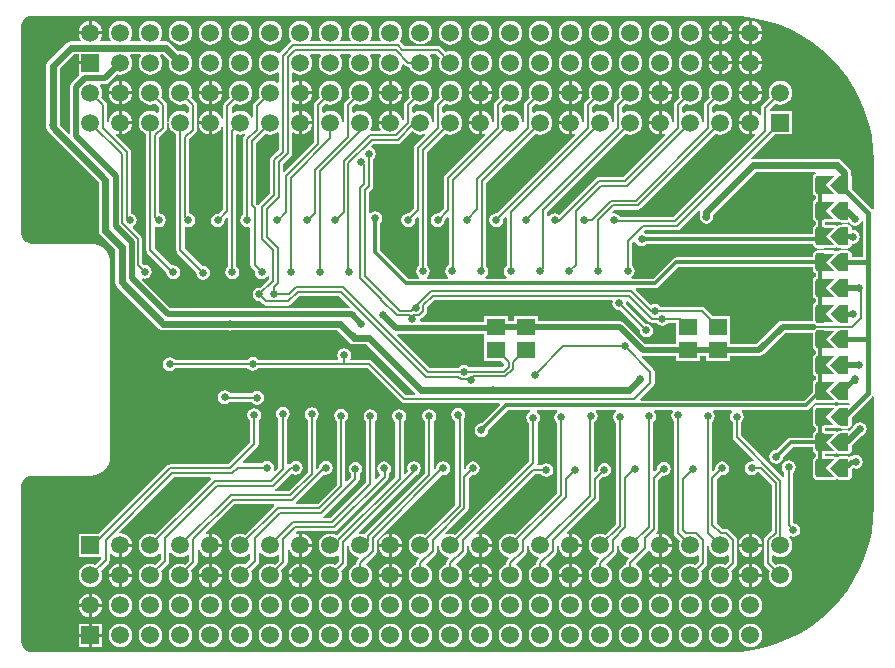
<source format=gbl>
G04*
G04 #@! TF.GenerationSoftware,Altium Limited,Altium Designer,19.1.8 (144)*
G04*
G04 Layer_Physical_Order=2*
G04 Layer_Color=16711680*
%FSLAX44Y44*%
%MOMM*%
G71*
G01*
G75*
%ADD14C,0.2000*%
%ADD16R,1.5240X1.3208*%
%ADD27C,0.4000*%
%ADD28C,0.5000*%
%ADD29C,0.6000*%
%ADD30C,0.3000*%
%ADD31R,1.5000X1.5000*%
%ADD32C,1.5000*%
%ADD33C,0.6600*%
G04:AMPARAMS|DCode=34|XSize=0.762mm|YSize=1.524mm|CornerRadius=0.1905mm|HoleSize=0mm|Usage=FLASHONLY|Rotation=180.000|XOffset=0mm|YOffset=0mm|HoleType=Round|Shape=RoundedRectangle|*
%AMROUNDEDRECTD34*
21,1,0.7620,1.1430,0,0,180.0*
21,1,0.3810,1.5240,0,0,180.0*
1,1,0.3810,-0.1905,0.5715*
1,1,0.3810,0.1905,0.5715*
1,1,0.3810,0.1905,-0.5715*
1,1,0.3810,-0.1905,-0.5715*
%
%ADD34ROUNDEDRECTD34*%
G36*
X255680Y279319D02*
X266353Y277914D01*
X276863Y275584D01*
X287130Y272347D01*
X297076Y268227D01*
X306625Y263256D01*
X315704Y257472D01*
X324245Y250918D01*
X332182Y243645D01*
X339455Y235709D01*
X346009Y227168D01*
X351793Y218088D01*
X356764Y208539D01*
X360883Y198594D01*
X364120Y188326D01*
X366451Y177816D01*
X367856Y167143D01*
X368304Y156872D01*
X368208Y156388D01*
X368208Y156387D01*
X368208Y156386D01*
X368224Y116423D01*
X366954Y116037D01*
X366952Y116040D01*
X349804Y133188D01*
Y142113D01*
X349462Y143832D01*
X349016Y144500D01*
Y146812D01*
X348589Y148958D01*
X347373Y150777D01*
X341277Y156873D01*
X339458Y158089D01*
X337312Y158516D01*
X266192D01*
X265152Y158309D01*
X264526Y159479D01*
X284247Y179200D01*
X299200D01*
Y199200D01*
X280394D01*
X280117Y200470D01*
X285115Y205468D01*
X286590Y204857D01*
X289200Y204514D01*
X291810Y204857D01*
X294243Y205865D01*
X296332Y207468D01*
X297935Y209557D01*
X298943Y211989D01*
X299286Y214600D01*
X298943Y217211D01*
X297935Y219643D01*
X296332Y221732D01*
X294243Y223335D01*
X291810Y224343D01*
X289200Y224686D01*
X286590Y224343D01*
X284157Y223335D01*
X282068Y221732D01*
X280465Y219643D01*
X279457Y217211D01*
X279114Y214600D01*
X279457Y211989D01*
X280068Y210515D01*
X273829Y204275D01*
X273055Y203118D01*
X272783Y201752D01*
Y196071D01*
X271513Y195640D01*
X270961Y196361D01*
X268863Y197970D01*
X266421Y198982D01*
X265070Y199159D01*
Y189200D01*
Y179241D01*
X266421Y179418D01*
X267271Y179771D01*
X267990Y178694D01*
X198529Y109233D01*
X153352D01*
X152263Y110862D01*
X150345Y112143D01*
X148082Y112594D01*
X147518Y112481D01*
X146893Y113652D01*
X148798Y115557D01*
X168326D01*
X169692Y115829D01*
X170849Y116603D01*
X234315Y180068D01*
X235790Y179457D01*
X238400Y179114D01*
X241010Y179457D01*
X243443Y180465D01*
X245532Y182068D01*
X247135Y184157D01*
X248143Y186590D01*
X248486Y189200D01*
X248143Y191810D01*
X247135Y194243D01*
X245532Y196332D01*
X243443Y197935D01*
X241010Y198943D01*
X238400Y199286D01*
X235790Y198943D01*
X233357Y197935D01*
X232608Y197360D01*
X231469Y197922D01*
Y202622D01*
X234315Y205468D01*
X235790Y204857D01*
X238400Y204514D01*
X241010Y204857D01*
X243443Y205865D01*
X245532Y207468D01*
X247135Y209557D01*
X248143Y211989D01*
X248486Y214600D01*
X248143Y217211D01*
X247135Y219643D01*
X245532Y221732D01*
X243443Y223335D01*
X241010Y224343D01*
X238400Y224686D01*
X235790Y224343D01*
X233357Y223335D01*
X231268Y221732D01*
X229665Y219643D01*
X228657Y217211D01*
X228314Y214600D01*
X228657Y211989D01*
X229268Y210515D01*
X225377Y206623D01*
X224603Y205466D01*
X224331Y204100D01*
Y189472D01*
X223061Y189389D01*
X222743Y191810D01*
X221735Y194243D01*
X220132Y196332D01*
X218043Y197935D01*
X215611Y198943D01*
X213000Y199286D01*
X210389Y198943D01*
X207957Y197935D01*
X207208Y197360D01*
X206069Y197922D01*
Y202622D01*
X208915Y205468D01*
X210389Y204857D01*
X213000Y204514D01*
X215611Y204857D01*
X218043Y205865D01*
X220132Y207468D01*
X221735Y209557D01*
X222743Y211989D01*
X223086Y214600D01*
X222743Y217211D01*
X221735Y219643D01*
X220132Y221732D01*
X218043Y223335D01*
X215611Y224343D01*
X213000Y224686D01*
X210389Y224343D01*
X207957Y223335D01*
X205868Y221732D01*
X204265Y219643D01*
X203257Y217211D01*
X202914Y214600D01*
X203257Y211989D01*
X203868Y210515D01*
X199977Y206623D01*
X199203Y205466D01*
X198931Y204100D01*
Y189778D01*
X197661Y189695D01*
X197382Y191821D01*
X196370Y194263D01*
X194761Y196361D01*
X192663Y197970D01*
X190221Y198982D01*
X188870Y199159D01*
Y189200D01*
Y179241D01*
X190221Y179418D01*
X191071Y179771D01*
X191790Y178694D01*
X156301Y143205D01*
X135249D01*
X133883Y142933D01*
X132726Y142159D01*
X101878Y111312D01*
X100634Y112143D01*
X98371Y112594D01*
X96108Y112143D01*
X94189Y110862D01*
X93637Y110035D01*
X91911Y109706D01*
X91707Y109847D01*
Y113660D01*
X158115Y180068D01*
X159590Y179457D01*
X162200Y179114D01*
X164811Y179457D01*
X167243Y180465D01*
X169332Y182068D01*
X170935Y184157D01*
X171943Y186590D01*
X172286Y189200D01*
X171943Y191810D01*
X170935Y194243D01*
X169332Y196332D01*
X167243Y197935D01*
X164811Y198943D01*
X162200Y199286D01*
X159590Y198943D01*
X157157Y197935D01*
X156408Y197360D01*
X155269Y197922D01*
Y202622D01*
X158115Y205468D01*
X159590Y204857D01*
X162200Y204514D01*
X164811Y204857D01*
X167243Y205865D01*
X169332Y207468D01*
X170935Y209557D01*
X171943Y211989D01*
X172286Y214600D01*
X171943Y217211D01*
X170935Y219643D01*
X169332Y221732D01*
X167243Y223335D01*
X164811Y224343D01*
X162200Y224686D01*
X159590Y224343D01*
X157157Y223335D01*
X155068Y221732D01*
X153465Y219643D01*
X152457Y217211D01*
X152114Y214600D01*
X152457Y211989D01*
X153068Y210515D01*
X149177Y206623D01*
X148403Y205466D01*
X148131Y204100D01*
Y189472D01*
X146861Y189389D01*
X146543Y191810D01*
X145535Y194243D01*
X143932Y196332D01*
X141843Y197935D01*
X139410Y198943D01*
X136800Y199286D01*
X134190Y198943D01*
X131757Y197935D01*
X131008Y197360D01*
X129869Y197922D01*
Y202622D01*
X132715Y205468D01*
X134190Y204857D01*
X136800Y204514D01*
X139410Y204857D01*
X141843Y205865D01*
X143932Y207468D01*
X145535Y209557D01*
X146543Y211989D01*
X146886Y214600D01*
X146543Y217211D01*
X145535Y219643D01*
X143932Y221732D01*
X141843Y223335D01*
X139410Y224343D01*
X136800Y224686D01*
X134190Y224343D01*
X131757Y223335D01*
X129668Y221732D01*
X128065Y219643D01*
X127057Y217211D01*
X126714Y214600D01*
X127057Y211989D01*
X127668Y210515D01*
X123777Y206623D01*
X123003Y205466D01*
X122731Y204100D01*
Y189778D01*
X121461Y189695D01*
X121182Y191821D01*
X120170Y194263D01*
X118561Y196361D01*
X116463Y197970D01*
X114021Y198982D01*
X112670Y199159D01*
Y189200D01*
Y179241D01*
X114021Y179418D01*
X114871Y179771D01*
X115590Y178694D01*
X49352Y112456D01*
X48659Y112594D01*
X46396Y112143D01*
X44478Y110862D01*
X43196Y108943D01*
X42745Y106680D01*
X43196Y104417D01*
X44478Y102498D01*
X46396Y101216D01*
X48659Y100766D01*
X50922Y101216D01*
X52841Y102498D01*
X54123Y104417D01*
X54573Y106680D01*
X54423Y107433D01*
X56218Y109228D01*
X57391Y108742D01*
Y67958D01*
X56597Y67428D01*
X55315Y65509D01*
X54865Y63246D01*
X55315Y60983D01*
X56597Y59064D01*
X57540Y58434D01*
X57155Y57164D01*
X39655D01*
X39270Y58434D01*
X40213Y59064D01*
X41495Y60983D01*
X41945Y63246D01*
X41495Y65509D01*
X40213Y67428D01*
X40145Y67474D01*
Y138298D01*
X81915Y180068D01*
X83390Y179457D01*
X86000Y179114D01*
X88610Y179457D01*
X91043Y180465D01*
X93132Y182068D01*
X94735Y184157D01*
X95743Y186590D01*
X96086Y189200D01*
X95743Y191810D01*
X94735Y194243D01*
X93132Y196332D01*
X91043Y197935D01*
X88610Y198943D01*
X86000Y199286D01*
X83390Y198943D01*
X80957Y197935D01*
X80208Y197360D01*
X79069Y197922D01*
Y202622D01*
X81915Y205468D01*
X83390Y204857D01*
X86000Y204514D01*
X88610Y204857D01*
X91043Y205865D01*
X93132Y207468D01*
X94735Y209557D01*
X95743Y211989D01*
X96086Y214600D01*
X95743Y217211D01*
X94735Y219643D01*
X93132Y221732D01*
X91043Y223335D01*
X88610Y224343D01*
X86000Y224686D01*
X83390Y224343D01*
X80957Y223335D01*
X78868Y221732D01*
X77265Y219643D01*
X76257Y217211D01*
X75914Y214600D01*
X76257Y211989D01*
X76868Y210515D01*
X72977Y206623D01*
X72203Y205466D01*
X71931Y204100D01*
Y189472D01*
X70661Y189389D01*
X70343Y191810D01*
X69335Y194243D01*
X67732Y196332D01*
X65643Y197935D01*
X63211Y198943D01*
X60600Y199286D01*
X57990Y198943D01*
X55557Y197935D01*
X54808Y197360D01*
X53669Y197922D01*
Y202622D01*
X56515Y205468D01*
X57990Y204857D01*
X60600Y204514D01*
X63211Y204857D01*
X65643Y205865D01*
X67732Y207468D01*
X69335Y209557D01*
X70343Y211989D01*
X70686Y214600D01*
X70343Y217211D01*
X69335Y219643D01*
X67732Y221732D01*
X65643Y223335D01*
X63211Y224343D01*
X60600Y224686D01*
X57990Y224343D01*
X55557Y223335D01*
X53468Y221732D01*
X51865Y219643D01*
X50857Y217211D01*
X50514Y214600D01*
X50857Y211989D01*
X51468Y210515D01*
X47577Y206623D01*
X46803Y205466D01*
X46531Y204100D01*
Y189778D01*
X45261Y189695D01*
X44982Y191821D01*
X43970Y194263D01*
X42361Y196361D01*
X40263Y197970D01*
X37821Y198982D01*
X36470Y199159D01*
Y189200D01*
Y179241D01*
X37821Y179418D01*
X38671Y179771D01*
X39390Y178694D01*
X5415Y144718D01*
X4641Y143560D01*
X4369Y142195D01*
Y116604D01*
X125Y112360D01*
X-1052Y112594D01*
X-3315Y112143D01*
X-5234Y110862D01*
X-6516Y108943D01*
X-6966Y106680D01*
X-6516Y104417D01*
X-5234Y102498D01*
X-3315Y101216D01*
X-1052Y100766D01*
X1211Y101216D01*
X3129Y102498D01*
X4411Y104417D01*
X4861Y106680D01*
X4808Y106949D01*
X7196Y109337D01*
X8369Y108851D01*
Y68274D01*
X7103Y67428D01*
X5821Y65509D01*
X5371Y63246D01*
X5821Y60983D01*
X7103Y59064D01*
X8046Y58434D01*
X7661Y57164D01*
X-9838D01*
X-10223Y58434D01*
X-9280Y59064D01*
X-7998Y60983D01*
X-7548Y63246D01*
X-7998Y65509D01*
X-9280Y67428D01*
X-9893Y67837D01*
Y164460D01*
X5715Y180068D01*
X7189Y179457D01*
X9800Y179114D01*
X12411Y179457D01*
X14843Y180465D01*
X16932Y182068D01*
X18535Y184157D01*
X19543Y186590D01*
X19886Y189200D01*
X19543Y191810D01*
X18535Y194243D01*
X16932Y196332D01*
X14843Y197935D01*
X12411Y198943D01*
X9800Y199286D01*
X7189Y198943D01*
X4757Y197935D01*
X4008Y197360D01*
X2869Y197922D01*
Y202622D01*
X5715Y205468D01*
X7189Y204857D01*
X9800Y204514D01*
X12411Y204857D01*
X14843Y205865D01*
X16932Y207468D01*
X18535Y209557D01*
X19543Y211989D01*
X19886Y214600D01*
X19543Y217211D01*
X18535Y219643D01*
X16932Y221732D01*
X14843Y223335D01*
X12411Y224343D01*
X9800Y224686D01*
X7189Y224343D01*
X4757Y223335D01*
X2668Y221732D01*
X1065Y219643D01*
X57Y217211D01*
X-286Y214600D01*
X57Y211989D01*
X668Y210515D01*
X-3223Y206623D01*
X-3997Y205466D01*
X-4269Y204100D01*
Y189472D01*
X-5539Y189389D01*
X-5857Y191810D01*
X-6865Y194243D01*
X-8468Y196332D01*
X-10557Y197935D01*
X-12989Y198943D01*
X-15600Y199286D01*
X-18211Y198943D01*
X-20643Y197935D01*
X-21392Y197360D01*
X-22531Y197922D01*
Y202622D01*
X-19685Y205468D01*
X-18211Y204857D01*
X-15600Y204514D01*
X-12989Y204857D01*
X-10557Y205865D01*
X-8468Y207468D01*
X-6865Y209557D01*
X-5857Y211989D01*
X-5514Y214600D01*
X-5857Y217211D01*
X-6865Y219643D01*
X-8468Y221732D01*
X-10557Y223335D01*
X-12989Y224343D01*
X-15600Y224686D01*
X-18211Y224343D01*
X-20643Y223335D01*
X-22732Y221732D01*
X-24335Y219643D01*
X-25343Y217211D01*
X-25686Y214600D01*
X-25343Y211989D01*
X-24732Y210515D01*
X-28623Y206623D01*
X-29397Y205466D01*
X-29669Y204100D01*
Y191766D01*
X-29908Y191594D01*
X-30436Y191686D01*
X-31345Y192127D01*
X-32230Y194263D01*
X-33839Y196361D01*
X-35937Y197970D01*
X-38379Y198982D01*
X-39730Y199159D01*
Y189200D01*
X-41000D01*
Y187930D01*
X-50959D01*
X-50782Y186579D01*
X-49770Y184137D01*
X-49211Y183408D01*
X-49772Y182269D01*
X-57513D01*
X-58140Y183539D01*
X-57665Y184157D01*
X-56657Y186590D01*
X-56314Y189200D01*
X-56657Y191810D01*
X-57665Y194243D01*
X-59268Y196332D01*
X-61357Y197935D01*
X-63790Y198943D01*
X-66400Y199286D01*
X-69011Y198943D01*
X-71443Y197935D01*
X-72192Y197360D01*
X-73331Y197922D01*
Y202622D01*
X-70485Y205468D01*
X-69011Y204857D01*
X-66400Y204514D01*
X-63790Y204857D01*
X-61357Y205865D01*
X-59268Y207468D01*
X-57665Y209557D01*
X-56657Y211989D01*
X-56314Y214600D01*
X-56657Y217211D01*
X-57665Y219643D01*
X-59268Y221732D01*
X-61357Y223335D01*
X-63790Y224343D01*
X-66400Y224686D01*
X-69011Y224343D01*
X-71443Y223335D01*
X-73532Y221732D01*
X-75135Y219643D01*
X-76143Y217211D01*
X-76486Y214600D01*
X-76143Y211989D01*
X-75532Y210515D01*
X-79423Y206623D01*
X-80197Y205466D01*
X-80469Y204100D01*
Y189472D01*
X-81739Y189389D01*
X-82057Y191810D01*
X-83065Y194243D01*
X-84668Y196332D01*
X-86757Y197935D01*
X-89190Y198943D01*
X-91800Y199286D01*
X-94410Y198943D01*
X-96843Y197935D01*
X-97592Y197360D01*
X-98731Y197922D01*
Y202622D01*
X-95885Y205468D01*
X-94410Y204857D01*
X-91800Y204514D01*
X-89190Y204857D01*
X-86757Y205865D01*
X-84668Y207468D01*
X-83065Y209557D01*
X-82057Y211989D01*
X-81714Y214600D01*
X-82057Y217211D01*
X-83065Y219643D01*
X-84668Y221732D01*
X-86757Y223335D01*
X-89190Y224343D01*
X-91800Y224686D01*
X-94410Y224343D01*
X-96843Y223335D01*
X-98932Y221732D01*
X-100535Y219643D01*
X-101543Y217211D01*
X-101886Y214600D01*
X-101543Y211989D01*
X-100932Y210515D01*
X-104823Y206623D01*
X-105597Y205466D01*
X-105869Y204100D01*
Y189778D01*
X-105960Y189772D01*
Y188627D01*
X-105869Y188622D01*
Y172551D01*
X-130773Y147647D01*
X-131946Y148133D01*
Y154091D01*
X-125177Y160861D01*
X-124403Y162018D01*
X-124131Y163384D01*
Y180428D01*
X-122992Y180989D01*
X-122263Y180430D01*
X-119821Y179418D01*
X-118470Y179241D01*
Y189200D01*
Y199159D01*
X-119821Y198982D01*
X-122263Y197970D01*
X-122992Y197411D01*
X-124131Y197972D01*
Y205828D01*
X-122992Y206390D01*
X-122263Y205830D01*
X-119821Y204818D01*
X-118470Y204641D01*
Y214600D01*
Y224559D01*
X-119821Y224382D01*
X-122263Y223370D01*
X-122992Y222810D01*
X-124131Y223372D01*
Y231278D01*
X-122992Y231840D01*
X-122243Y231265D01*
X-119810Y230257D01*
X-117200Y229914D01*
X-114590Y230257D01*
X-112157Y231265D01*
X-110068Y232868D01*
X-108465Y234957D01*
X-107457Y237390D01*
X-107114Y240000D01*
X-107457Y242610D01*
X-108465Y245043D01*
X-109040Y245792D01*
X-108478Y246931D01*
X-100522D01*
X-99960Y245792D01*
X-100535Y245043D01*
X-101543Y242610D01*
X-101886Y240000D01*
X-101543Y237390D01*
X-100535Y234957D01*
X-98932Y232868D01*
X-96843Y231265D01*
X-94410Y230257D01*
X-91800Y229914D01*
X-89190Y230257D01*
X-86757Y231265D01*
X-84668Y232868D01*
X-83065Y234957D01*
X-82057Y237390D01*
X-81714Y240000D01*
X-82057Y242610D01*
X-83065Y245043D01*
X-83640Y245792D01*
X-83078Y246931D01*
X-75122D01*
X-74560Y245792D01*
X-75135Y245043D01*
X-76143Y242610D01*
X-76486Y240000D01*
X-76143Y237390D01*
X-75135Y234957D01*
X-73532Y232868D01*
X-71443Y231265D01*
X-69011Y230257D01*
X-66400Y229914D01*
X-63790Y230257D01*
X-61357Y231265D01*
X-59268Y232868D01*
X-57665Y234957D01*
X-56657Y237390D01*
X-56314Y240000D01*
X-56657Y242610D01*
X-57665Y245043D01*
X-58240Y245792D01*
X-57678Y246931D01*
X-49722D01*
X-49160Y245792D01*
X-49735Y245043D01*
X-50743Y242610D01*
X-51086Y240000D01*
X-50743Y237390D01*
X-49735Y234957D01*
X-48132Y232868D01*
X-46043Y231265D01*
X-43611Y230257D01*
X-41000Y229914D01*
X-38389Y230257D01*
X-35957Y231265D01*
X-33868Y232868D01*
X-32265Y234957D01*
X-31257Y237390D01*
X-31134Y238326D01*
X-29931Y238734D01*
X-28674Y237477D01*
X-27516Y236703D01*
X-26151Y236431D01*
X-24946D01*
X-24335Y234957D01*
X-22732Y232868D01*
X-20643Y231265D01*
X-18211Y230257D01*
X-15600Y229914D01*
X-12989Y230257D01*
X-10557Y231265D01*
X-8468Y232868D01*
X-6865Y234957D01*
X-5857Y237390D01*
X-5514Y240000D01*
X-5857Y242610D01*
X-6865Y245043D01*
X-7440Y245792D01*
X-6878Y246931D01*
X-2178D01*
X668Y244085D01*
X57Y242610D01*
X-286Y240000D01*
X57Y237390D01*
X1065Y234957D01*
X2668Y232868D01*
X4757Y231265D01*
X7189Y230257D01*
X9800Y229914D01*
X12411Y230257D01*
X14843Y231265D01*
X16932Y232868D01*
X18535Y234957D01*
X19543Y237390D01*
X19886Y240000D01*
X19543Y242610D01*
X18535Y245043D01*
X16932Y247132D01*
X14843Y248735D01*
X12411Y249743D01*
X9800Y250086D01*
X7189Y249743D01*
X5715Y249132D01*
X1823Y253023D01*
X666Y253797D01*
X-700Y254069D01*
X-15328D01*
X-15401Y255185D01*
X-15407Y255280D01*
X-15410Y255327D01*
X-15411Y255333D01*
X-14610Y255444D01*
X-14586Y255447D01*
X-14586D01*
X-12989Y255657D01*
X-10557Y256665D01*
X-8468Y258268D01*
X-6865Y260357D01*
X-5857Y262789D01*
X-5514Y265400D01*
X-5857Y268011D01*
X-6865Y270443D01*
X-8468Y272532D01*
X-10557Y274135D01*
X-12989Y275143D01*
X-15600Y275486D01*
X-18211Y275143D01*
X-20643Y274135D01*
X-22732Y272532D01*
X-24335Y270443D01*
X-25343Y268011D01*
X-25686Y265400D01*
X-25343Y262789D01*
X-24335Y260357D01*
X-22732Y258268D01*
X-20643Y256665D01*
X-18211Y255657D01*
X-16614Y255447D01*
D01*
X-16590Y255444D01*
X-15789Y255333D01*
X-15790Y255327D01*
X-15793Y255280D01*
X-15799Y255185D01*
X-15872Y254069D01*
X-29516D01*
X-32471Y257023D01*
X-33020Y257390D01*
X-33031Y257402D01*
X-33341Y258879D01*
X-33310Y258995D01*
X-32265Y260357D01*
X-31257Y262789D01*
X-30914Y265400D01*
X-31257Y268011D01*
X-32265Y270443D01*
X-33868Y272532D01*
X-35957Y274135D01*
X-38389Y275143D01*
X-41000Y275486D01*
X-43611Y275143D01*
X-46043Y274135D01*
X-48132Y272532D01*
X-49735Y270443D01*
X-50743Y268011D01*
X-51086Y265400D01*
X-50743Y262789D01*
X-49735Y260357D01*
X-48954Y259339D01*
X-49580Y258069D01*
X-57820D01*
X-58446Y259339D01*
X-57665Y260357D01*
X-56657Y262789D01*
X-56314Y265400D01*
X-56657Y268011D01*
X-57665Y270443D01*
X-59268Y272532D01*
X-61357Y274135D01*
X-63790Y275143D01*
X-66400Y275486D01*
X-69011Y275143D01*
X-71443Y274135D01*
X-73532Y272532D01*
X-75135Y270443D01*
X-76143Y268011D01*
X-76486Y265400D01*
X-76143Y262789D01*
X-75135Y260357D01*
X-74354Y259339D01*
X-74980Y258069D01*
X-83220D01*
X-83846Y259339D01*
X-83065Y260357D01*
X-82057Y262789D01*
X-81714Y265400D01*
X-82057Y268011D01*
X-83065Y270443D01*
X-84668Y272532D01*
X-86757Y274135D01*
X-89190Y275143D01*
X-91800Y275486D01*
X-94410Y275143D01*
X-96843Y274135D01*
X-98932Y272532D01*
X-100535Y270443D01*
X-101543Y268011D01*
X-101886Y265400D01*
X-101543Y262789D01*
X-100535Y260357D01*
X-99754Y259339D01*
X-100380Y258069D01*
X-108620D01*
X-109246Y259339D01*
X-108465Y260357D01*
X-107457Y262789D01*
X-107114Y265400D01*
X-107457Y268011D01*
X-108465Y270443D01*
X-110068Y272532D01*
X-112157Y274135D01*
X-114590Y275143D01*
X-117200Y275486D01*
X-119810Y275143D01*
X-122243Y274135D01*
X-124332Y272532D01*
X-125935Y270443D01*
X-126943Y268011D01*
X-127286Y265400D01*
X-126943Y262789D01*
X-125935Y260357D01*
X-124890Y258995D01*
X-124859Y258879D01*
X-125169Y257402D01*
X-125180Y257390D01*
X-125729Y257023D01*
X-134623Y248130D01*
X-134658Y248077D01*
X-136360Y247817D01*
X-137557Y248735D01*
X-139990Y249743D01*
X-142600Y250086D01*
X-145211Y249743D01*
X-147643Y248735D01*
X-149732Y247132D01*
X-151335Y245043D01*
X-152343Y242610D01*
X-152686Y240000D01*
X-152343Y237390D01*
X-151335Y234957D01*
X-149732Y232868D01*
X-147643Y231265D01*
X-145211Y230257D01*
X-142600Y229914D01*
X-139990Y230257D01*
X-137557Y231265D01*
X-136808Y231840D01*
X-135669Y231278D01*
Y223322D01*
X-136808Y222760D01*
X-137557Y223335D01*
X-139990Y224343D01*
X-142600Y224686D01*
X-145211Y224343D01*
X-147643Y223335D01*
X-149732Y221732D01*
X-151335Y219643D01*
X-152343Y217211D01*
X-152686Y214600D01*
X-152343Y211989D01*
X-151732Y210515D01*
X-156637Y205609D01*
X-157411Y204452D01*
X-157683Y203086D01*
Y193741D01*
X-158953Y193489D01*
X-159265Y194243D01*
X-160868Y196332D01*
X-162957Y197935D01*
X-165389Y198943D01*
X-168000Y199286D01*
X-170611Y198943D01*
X-173043Y197935D01*
X-174167Y197072D01*
X-175437Y197699D01*
Y202116D01*
X-172085Y205468D01*
X-170611Y204857D01*
X-168000Y204514D01*
X-165389Y204857D01*
X-162957Y205865D01*
X-160868Y207468D01*
X-159265Y209557D01*
X-158257Y211989D01*
X-157914Y214600D01*
X-158257Y217211D01*
X-159265Y219643D01*
X-160868Y221732D01*
X-162957Y223335D01*
X-165389Y224343D01*
X-168000Y224686D01*
X-170611Y224343D01*
X-173043Y223335D01*
X-175132Y221732D01*
X-176735Y219643D01*
X-177743Y217211D01*
X-178086Y214600D01*
X-177743Y211989D01*
X-177132Y210515D01*
X-181529Y206117D01*
X-182303Y204960D01*
X-182575Y203594D01*
Y192620D01*
X-183845Y192367D01*
X-184630Y194263D01*
X-186239Y196361D01*
X-188337Y197970D01*
X-190779Y198982D01*
X-192130Y199159D01*
Y189200D01*
Y179241D01*
X-190779Y179418D01*
X-188337Y180430D01*
X-186239Y182039D01*
X-184630Y184137D01*
X-183845Y186033D01*
X-182575Y185781D01*
Y115842D01*
X-186372Y112045D01*
X-187352Y112240D01*
X-189615Y111790D01*
X-191534Y110508D01*
X-192816Y108589D01*
X-193266Y106326D01*
X-192816Y104063D01*
X-191534Y102145D01*
X-189615Y100863D01*
X-187352Y100413D01*
X-185089Y100863D01*
X-183171Y102145D01*
X-181889Y104063D01*
X-181439Y106326D01*
X-181531Y106792D01*
X-179748Y108575D01*
X-178575Y108089D01*
Y67075D01*
X-179188Y66666D01*
X-180469Y64747D01*
X-180920Y62484D01*
X-180469Y60221D01*
X-179188Y58302D01*
X-177269Y57021D01*
X-175006Y56570D01*
X-172743Y57021D01*
X-170824Y58302D01*
X-169543Y60221D01*
X-169092Y62484D01*
X-169543Y64747D01*
X-170824Y66666D01*
X-171437Y67075D01*
Y178580D01*
X-170167Y179399D01*
X-168000Y179114D01*
X-165389Y179457D01*
X-164455Y179844D01*
X-163736Y178768D01*
X-164765Y177738D01*
X-165539Y176581D01*
X-165811Y175215D01*
Y117500D01*
X-165621Y116544D01*
Y111187D01*
X-166488Y110608D01*
X-167770Y108689D01*
X-168220Y106426D01*
X-167770Y104163D01*
X-166488Y102244D01*
X-164569Y100962D01*
X-162306Y100512D01*
X-160795Y100813D01*
X-159525Y99898D01*
Y68337D01*
X-159253Y66972D01*
X-158479Y65814D01*
X-155884Y63218D01*
X-156028Y62495D01*
X-155577Y60232D01*
X-154296Y58314D01*
X-152377Y57032D01*
X-150114Y56582D01*
X-147851Y57032D01*
X-145932Y58314D01*
X-145047Y59639D01*
X-143777Y59254D01*
Y56900D01*
X-151169Y49508D01*
X-151892Y49652D01*
X-154155Y49201D01*
X-156074Y47920D01*
X-157355Y46001D01*
X-157806Y43738D01*
X-157355Y41475D01*
X-156074Y39556D01*
X-154155Y38275D01*
X-151892Y37824D01*
X-151169Y37968D01*
X-148523Y35323D01*
X-147366Y34549D01*
X-146000Y34277D01*
X-127693D01*
X-126327Y34549D01*
X-125170Y35323D01*
X-118023Y42469D01*
X-84415D01*
X-75141Y33195D01*
X-75627Y32022D01*
X-227250D01*
X-251468Y56240D01*
X-250843Y57410D01*
X-249174Y57078D01*
X-246911Y57529D01*
X-244992Y58810D01*
X-243710Y60729D01*
X-243260Y62992D01*
X-243710Y65255D01*
X-244992Y67174D01*
X-246911Y68456D01*
X-249174Y68906D01*
X-249897Y68762D01*
X-251027Y69892D01*
Y90239D01*
X-251299Y91604D01*
X-252073Y92762D01*
X-259166Y99855D01*
X-258931Y101417D01*
X-257692Y102244D01*
X-256411Y104163D01*
X-255960Y106426D01*
X-256411Y108689D01*
X-257692Y110608D01*
X-259611Y111889D01*
X-260605Y112087D01*
Y164031D01*
X-260877Y165396D01*
X-261651Y166554D01*
X-273790Y178694D01*
X-273071Y179771D01*
X-272221Y179418D01*
X-270870Y179241D01*
Y189200D01*
Y199159D01*
X-272221Y198982D01*
X-274663Y197970D01*
X-276761Y196361D01*
X-278370Y194263D01*
X-279382Y191821D01*
X-279661Y189695D01*
X-280931Y189778D01*
Y204100D01*
X-281203Y205466D01*
X-281977Y206623D01*
X-285868Y210515D01*
X-285257Y211989D01*
X-284914Y214600D01*
X-285257Y217211D01*
X-286265Y219643D01*
X-286817Y220363D01*
X-286256Y221502D01*
X-283000D01*
X-281049Y221890D01*
X-279395Y222995D01*
X-272142Y230248D01*
X-269600Y229914D01*
X-266989Y230257D01*
X-264557Y231265D01*
X-262468Y232868D01*
X-260865Y234957D01*
X-259857Y237390D01*
X-259514Y240000D01*
X-259857Y242610D01*
X-260865Y245043D01*
X-261410Y245753D01*
X-260848Y246892D01*
X-252952D01*
X-252390Y245753D01*
X-252935Y245043D01*
X-253943Y242610D01*
X-254286Y240000D01*
X-253943Y237390D01*
X-252935Y234957D01*
X-251332Y232868D01*
X-249243Y231265D01*
X-246810Y230257D01*
X-244200Y229914D01*
X-241590Y230257D01*
X-239157Y231265D01*
X-237068Y232868D01*
X-235465Y234957D01*
X-234457Y237390D01*
X-234114Y240000D01*
X-234457Y242610D01*
X-235465Y245043D01*
X-236010Y245753D01*
X-235448Y246892D01*
X-233623D01*
X-228636Y241905D01*
X-228886Y240000D01*
X-228543Y237390D01*
X-227535Y234957D01*
X-225932Y232868D01*
X-223843Y231265D01*
X-221411Y230257D01*
X-218800Y229914D01*
X-216189Y230257D01*
X-213757Y231265D01*
X-211668Y232868D01*
X-210065Y234957D01*
X-209057Y237390D01*
X-208714Y240000D01*
X-209057Y242610D01*
X-210065Y245043D01*
X-211668Y247132D01*
X-213757Y248735D01*
X-216189Y249743D01*
X-218800Y250086D01*
X-220705Y249835D01*
X-227335Y256465D01*
X-229154Y257681D01*
X-231300Y258108D01*
X-235590D01*
X-236216Y259378D01*
X-235465Y260357D01*
X-234457Y262789D01*
X-234114Y265400D01*
X-234457Y268011D01*
X-235465Y270443D01*
X-237068Y272532D01*
X-239157Y274135D01*
X-241590Y275143D01*
X-244200Y275486D01*
X-246810Y275143D01*
X-249243Y274135D01*
X-251332Y272532D01*
X-252935Y270443D01*
X-253943Y268011D01*
X-254286Y265400D01*
X-253943Y262789D01*
X-252935Y260357D01*
X-252184Y259378D01*
X-252810Y258108D01*
X-260990D01*
X-261616Y259378D01*
X-260865Y260357D01*
X-259857Y262789D01*
X-259514Y265400D01*
X-259857Y268011D01*
X-260865Y270443D01*
X-262468Y272532D01*
X-264557Y274135D01*
X-266989Y275143D01*
X-269600Y275486D01*
X-272211Y275143D01*
X-274643Y274135D01*
X-276732Y272532D01*
X-278335Y270443D01*
X-279343Y268011D01*
X-279686Y265400D01*
X-279343Y262789D01*
X-278335Y260357D01*
X-277584Y259378D01*
X-278210Y258108D01*
X-286340D01*
X-286966Y259378D01*
X-286230Y260337D01*
X-285218Y262779D01*
X-285041Y264130D01*
X-304959D01*
X-304782Y262779D01*
X-303770Y260337D01*
X-303034Y259378D01*
X-303660Y258108D01*
X-311380D01*
X-313526Y257681D01*
X-315345Y256465D01*
X-330609Y241201D01*
X-331825Y239382D01*
X-332252Y237236D01*
Y188990D01*
X-332558Y187452D01*
X-332252Y185914D01*
Y185166D01*
X-331825Y183020D01*
X-330609Y181201D01*
X-288056Y138647D01*
Y97790D01*
X-287629Y95644D01*
X-286413Y93825D01*
X-274086Y81497D01*
Y54102D01*
X-273659Y51956D01*
X-272443Y50137D01*
X-237137Y14831D01*
X-235318Y13615D01*
X-233172Y13188D01*
X-178576D01*
X-177038Y12882D01*
X-175500Y13188D01*
X-85889D01*
X-75847Y3147D01*
X-74028Y1931D01*
X-71882Y1504D01*
X-61759D01*
X-20038Y-40216D01*
X-20524Y-41389D01*
X-27732D01*
X-56405Y-12717D01*
X-57562Y-11943D01*
X-58928Y-11671D01*
X-74479D01*
X-75077Y-10551D01*
X-74801Y-10137D01*
X-74350Y-7874D01*
X-74801Y-5611D01*
X-76082Y-3692D01*
X-78001Y-2411D01*
X-80264Y-1960D01*
X-82527Y-2411D01*
X-84446Y-3692D01*
X-85728Y-5611D01*
X-86178Y-7874D01*
X-85728Y-10137D01*
X-85451Y-10551D01*
X-86049Y-11671D01*
X-152973D01*
X-153552Y-10804D01*
X-155471Y-9523D01*
X-157734Y-9072D01*
X-159997Y-9523D01*
X-161916Y-10804D01*
X-162495Y-11671D01*
X-223247D01*
X-223656Y-11058D01*
X-225575Y-9776D01*
X-227838Y-9326D01*
X-230101Y-9776D01*
X-232020Y-11058D01*
X-233302Y-12977D01*
X-233752Y-15240D01*
X-233302Y-17503D01*
X-232020Y-19422D01*
X-230101Y-20703D01*
X-227838Y-21154D01*
X-225575Y-20703D01*
X-223656Y-19422D01*
X-223247Y-18809D01*
X-162155D01*
X-161916Y-19168D01*
X-159997Y-20450D01*
X-157734Y-20900D01*
X-155471Y-20450D01*
X-153552Y-19168D01*
X-153313Y-18809D01*
X-60406D01*
X-31733Y-47481D01*
X-30576Y-48255D01*
X-29210Y-48527D01*
X51234D01*
X51720Y-49700D01*
X36190Y-65231D01*
X36068Y-65206D01*
X33805Y-65656D01*
X31886Y-66938D01*
X30605Y-68857D01*
X30154Y-71120D01*
X30605Y-73383D01*
X31886Y-75302D01*
X33805Y-76583D01*
X36068Y-77034D01*
X38331Y-76583D01*
X40250Y-75302D01*
X41532Y-73383D01*
X41982Y-71120D01*
X41957Y-70998D01*
X58585Y-54370D01*
X76766D01*
X77151Y-55640D01*
X75828Y-56524D01*
X74546Y-58443D01*
X74096Y-60706D01*
X74546Y-62969D01*
X75828Y-64888D01*
X76441Y-65297D01*
Y-97112D01*
X13885Y-159668D01*
X12411Y-159057D01*
X9800Y-158714D01*
X7189Y-159057D01*
X6255Y-159444D01*
X5536Y-158368D01*
X24049Y-139854D01*
X24823Y-138696D01*
X25095Y-137331D01*
Y-112286D01*
X27978Y-109403D01*
X28698Y-109546D01*
X30961Y-109095D01*
X32880Y-107814D01*
X34162Y-105895D01*
X34612Y-103632D01*
X34162Y-101369D01*
X32880Y-99450D01*
X30961Y-98168D01*
X28698Y-97718D01*
X26435Y-98168D01*
X24516Y-99450D01*
X23235Y-101369D01*
X22784Y-103632D01*
X22845Y-103937D01*
X22365Y-104371D01*
X21095Y-103806D01*
Y-61364D01*
X21720Y-60429D01*
X22170Y-58166D01*
X21720Y-55903D01*
X20438Y-53984D01*
X18519Y-52702D01*
X16256Y-52252D01*
X13993Y-52702D01*
X12074Y-53984D01*
X10792Y-55903D01*
X10342Y-58166D01*
X10792Y-60429D01*
X12074Y-62348D01*
X13957Y-63606D01*
Y-134196D01*
X-11515Y-159668D01*
X-12989Y-159057D01*
X-15600Y-158714D01*
X-18211Y-159057D01*
X-20643Y-160065D01*
X-22732Y-161668D01*
X-24335Y-163757D01*
X-25343Y-166189D01*
X-25686Y-168800D01*
X-25343Y-171411D01*
X-24335Y-173843D01*
X-22732Y-175932D01*
X-20643Y-177535D01*
X-18211Y-178543D01*
X-17274Y-178666D01*
X-16866Y-179868D01*
X-18123Y-181126D01*
X-18897Y-182284D01*
X-19169Y-183649D01*
Y-184854D01*
X-20643Y-185465D01*
X-22732Y-187068D01*
X-24335Y-189157D01*
X-25343Y-191590D01*
X-25686Y-194200D01*
X-25343Y-196810D01*
X-24335Y-199243D01*
X-22732Y-201332D01*
X-20643Y-202935D01*
X-18211Y-203943D01*
X-15600Y-204286D01*
X-12989Y-203943D01*
X-10557Y-202935D01*
X-8468Y-201332D01*
X-6865Y-199243D01*
X-5857Y-196810D01*
X-5514Y-194200D01*
X-5857Y-191590D01*
X-6865Y-189157D01*
X-8468Y-187068D01*
X-10557Y-185465D01*
X-10782Y-185372D01*
X-11030Y-184126D01*
X-2577Y-175673D01*
X-1803Y-174515D01*
X-1531Y-173149D01*
Y-169072D01*
X-261Y-168989D01*
X57Y-171411D01*
X1065Y-173843D01*
X2668Y-175932D01*
X4757Y-177535D01*
X7189Y-178543D01*
X8126Y-178666D01*
X8534Y-179868D01*
X7277Y-181126D01*
X6503Y-182284D01*
X6231Y-183649D01*
Y-184854D01*
X4757Y-185465D01*
X2668Y-187068D01*
X1065Y-189157D01*
X57Y-191590D01*
X-286Y-194200D01*
X57Y-196810D01*
X1065Y-199243D01*
X2668Y-201332D01*
X4757Y-202935D01*
X7189Y-203943D01*
X9800Y-204286D01*
X12411Y-203943D01*
X14843Y-202935D01*
X16932Y-201332D01*
X18535Y-199243D01*
X19543Y-196810D01*
X19886Y-194200D01*
X19543Y-191590D01*
X18535Y-189157D01*
X16932Y-187068D01*
X14843Y-185465D01*
X14618Y-185372D01*
X14370Y-184126D01*
X22823Y-175673D01*
X23597Y-174515D01*
X23869Y-173149D01*
Y-169379D01*
X25139Y-169295D01*
X25418Y-171421D01*
X26430Y-173863D01*
X28039Y-175961D01*
X30137Y-177570D01*
X32579Y-178582D01*
X33930Y-178759D01*
Y-168800D01*
Y-158841D01*
X32579Y-159018D01*
X31729Y-159370D01*
X31010Y-158294D01*
X81087Y-108217D01*
X86171D01*
X86750Y-109084D01*
X88669Y-110365D01*
X90932Y-110816D01*
X93195Y-110365D01*
X95114Y-109084D01*
X96396Y-107165D01*
X96846Y-104902D01*
X96396Y-102639D01*
X95114Y-100720D01*
X93195Y-99438D01*
X90932Y-98988D01*
X88669Y-99438D01*
X86750Y-100720D01*
X86510Y-101079D01*
X83903D01*
X83445Y-100223D01*
X83336Y-99809D01*
X83579Y-98590D01*
Y-65297D01*
X84192Y-64888D01*
X85473Y-62969D01*
X85924Y-60706D01*
X85473Y-58443D01*
X84192Y-56524D01*
X82868Y-55640D01*
X83254Y-54370D01*
X100008D01*
X100393Y-55640D01*
X99450Y-56270D01*
X98168Y-58189D01*
X97718Y-60452D01*
X98168Y-62715D01*
X99450Y-64634D01*
X100063Y-65043D01*
Y-124290D01*
X64685Y-159668D01*
X63211Y-159057D01*
X60600Y-158714D01*
X57990Y-159057D01*
X55557Y-160065D01*
X53468Y-161668D01*
X51865Y-163757D01*
X50857Y-166189D01*
X50514Y-168800D01*
X50857Y-171411D01*
X51865Y-173843D01*
X53468Y-175932D01*
X55557Y-177535D01*
X57990Y-178543D01*
X58926Y-178666D01*
X59334Y-179868D01*
X58077Y-181126D01*
X57303Y-182284D01*
X57031Y-183649D01*
Y-184854D01*
X55557Y-185465D01*
X53468Y-187068D01*
X51865Y-189157D01*
X50857Y-191590D01*
X50514Y-194200D01*
X50857Y-196810D01*
X51865Y-199243D01*
X53468Y-201332D01*
X55557Y-202935D01*
X57990Y-203943D01*
X60600Y-204286D01*
X63211Y-203943D01*
X65643Y-202935D01*
X67732Y-201332D01*
X69335Y-199243D01*
X70343Y-196810D01*
X70686Y-194200D01*
X70343Y-191590D01*
X69335Y-189157D01*
X67732Y-187068D01*
X65643Y-185465D01*
X65418Y-185372D01*
X65170Y-184126D01*
X73623Y-175673D01*
X74397Y-174515D01*
X74669Y-173149D01*
Y-169072D01*
X75939Y-168989D01*
X76257Y-171411D01*
X77265Y-173843D01*
X78868Y-175932D01*
X80957Y-177535D01*
X83390Y-178543D01*
X84326Y-178666D01*
X84734Y-179868D01*
X83477Y-181126D01*
X82703Y-182284D01*
X82431Y-183649D01*
Y-184854D01*
X80957Y-185465D01*
X78868Y-187068D01*
X77265Y-189157D01*
X76257Y-191590D01*
X75914Y-194200D01*
X76257Y-196810D01*
X77265Y-199243D01*
X78868Y-201332D01*
X80957Y-202935D01*
X83390Y-203943D01*
X86000Y-204286D01*
X88610Y-203943D01*
X91043Y-202935D01*
X93132Y-201332D01*
X94735Y-199243D01*
X95743Y-196810D01*
X96086Y-194200D01*
X95743Y-191590D01*
X94735Y-189157D01*
X93132Y-187068D01*
X91043Y-185465D01*
X90818Y-185372D01*
X90570Y-184126D01*
X99023Y-175673D01*
X99797Y-174515D01*
X100069Y-173149D01*
Y-169379D01*
X101339Y-169295D01*
X101618Y-171421D01*
X102630Y-173863D01*
X104239Y-175961D01*
X106337Y-177570D01*
X108779Y-178582D01*
X110130Y-178759D01*
Y-168800D01*
Y-158841D01*
X108779Y-159018D01*
X108772Y-159021D01*
X108053Y-157944D01*
X134539Y-131458D01*
X135313Y-130300D01*
X135585Y-128935D01*
Y-114064D01*
X139273Y-110376D01*
X140208Y-110562D01*
X142471Y-110112D01*
X144390Y-108830D01*
X145672Y-106911D01*
X146122Y-104648D01*
X145672Y-102385D01*
X144390Y-100466D01*
X142471Y-99185D01*
X140208Y-98734D01*
X137945Y-99185D01*
X136026Y-100466D01*
X134745Y-102385D01*
X134294Y-104648D01*
X134396Y-105159D01*
X132758Y-106797D01*
X131585Y-106311D01*
Y-64609D01*
X132851Y-63763D01*
X134133Y-61844D01*
X134583Y-59581D01*
X134133Y-57318D01*
X133012Y-55640D01*
X133422Y-54370D01*
X149666D01*
X150051Y-55640D01*
X149488Y-56016D01*
X148207Y-57935D01*
X147756Y-60198D01*
X148207Y-62461D01*
X149488Y-64380D01*
X150101Y-64789D01*
Y-150452D01*
X140885Y-159668D01*
X139410Y-159057D01*
X136800Y-158714D01*
X134190Y-159057D01*
X131757Y-160065D01*
X129668Y-161668D01*
X128065Y-163757D01*
X127057Y-166189D01*
X126714Y-168800D01*
X127057Y-171411D01*
X128065Y-173843D01*
X129668Y-175932D01*
X131757Y-177535D01*
X134190Y-178543D01*
X135126Y-178666D01*
X135534Y-179868D01*
X134277Y-181126D01*
X133503Y-182284D01*
X133231Y-183649D01*
Y-184854D01*
X131757Y-185465D01*
X129668Y-187068D01*
X128065Y-189157D01*
X127057Y-191590D01*
X126714Y-194200D01*
X127057Y-196810D01*
X128065Y-199243D01*
X129668Y-201332D01*
X131757Y-202935D01*
X134190Y-203943D01*
X136800Y-204286D01*
X139410Y-203943D01*
X141843Y-202935D01*
X143932Y-201332D01*
X145535Y-199243D01*
X146543Y-196810D01*
X146886Y-194200D01*
X146543Y-191590D01*
X145535Y-189157D01*
X143932Y-187068D01*
X141843Y-185465D01*
X141618Y-185372D01*
X141370Y-184126D01*
X149823Y-175673D01*
X150597Y-174515D01*
X150869Y-173149D01*
Y-169072D01*
X152139Y-168989D01*
X152457Y-171411D01*
X153465Y-173843D01*
X155068Y-175932D01*
X157157Y-177535D01*
X159590Y-178543D01*
X160526Y-178666D01*
X160934Y-179868D01*
X159677Y-181126D01*
X158903Y-182284D01*
X158631Y-183649D01*
Y-184854D01*
X157157Y-185465D01*
X155068Y-187068D01*
X153465Y-189157D01*
X152457Y-191590D01*
X152114Y-194200D01*
X152457Y-196810D01*
X153465Y-199243D01*
X155068Y-201332D01*
X157157Y-202935D01*
X159590Y-203943D01*
X162200Y-204286D01*
X164811Y-203943D01*
X167243Y-202935D01*
X169332Y-201332D01*
X170935Y-199243D01*
X171943Y-196810D01*
X172286Y-194200D01*
X171943Y-191590D01*
X170935Y-189157D01*
X169332Y-187068D01*
X167243Y-185465D01*
X167018Y-185372D01*
X166770Y-184126D01*
X177021Y-173875D01*
X177292Y-173469D01*
X178725Y-173610D01*
X178830Y-173863D01*
X180439Y-175961D01*
X182537Y-177570D01*
X184979Y-178582D01*
X186330Y-178759D01*
Y-168800D01*
Y-158841D01*
X184979Y-159018D01*
X184129Y-159370D01*
X183410Y-158294D01*
X184577Y-157126D01*
X185351Y-155969D01*
X185623Y-154603D01*
Y-113302D01*
X189188Y-109737D01*
X190246Y-109947D01*
X192509Y-109497D01*
X194428Y-108215D01*
X195709Y-106296D01*
X196160Y-104033D01*
X195709Y-101770D01*
X194428Y-99852D01*
X192509Y-98570D01*
X190246Y-98120D01*
X187983Y-98570D01*
X186064Y-99852D01*
X184783Y-101770D01*
X184332Y-104033D01*
X184410Y-104422D01*
X182796Y-106035D01*
X181623Y-105549D01*
Y-64027D01*
X182236Y-63618D01*
X183517Y-61699D01*
X183968Y-59436D01*
X183517Y-57173D01*
X182493Y-55640D01*
X183024Y-54370D01*
X197241D01*
X197920Y-55640D01*
X197335Y-56517D01*
X196884Y-58780D01*
X197335Y-61043D01*
X198617Y-62962D01*
X198869Y-63131D01*
Y-158238D01*
X199141Y-159604D01*
X199915Y-160761D01*
X203868Y-164715D01*
X203257Y-166189D01*
X202914Y-168800D01*
X203257Y-171411D01*
X204265Y-173843D01*
X205868Y-175932D01*
X207957Y-177535D01*
X210389Y-178543D01*
X213000Y-178886D01*
X215611Y-178543D01*
X218043Y-177535D01*
X218792Y-176960D01*
X219931Y-177522D01*
Y-182222D01*
X217085Y-185068D01*
X215611Y-184457D01*
X213000Y-184114D01*
X210389Y-184457D01*
X207957Y-185465D01*
X205868Y-187068D01*
X204265Y-189157D01*
X203257Y-191590D01*
X202914Y-194200D01*
X203257Y-196810D01*
X204265Y-199243D01*
X205868Y-201332D01*
X207957Y-202935D01*
X210389Y-203943D01*
X213000Y-204286D01*
X215611Y-203943D01*
X218043Y-202935D01*
X220132Y-201332D01*
X221735Y-199243D01*
X222743Y-196810D01*
X223086Y-194200D01*
X222743Y-191590D01*
X222132Y-190115D01*
X226023Y-186223D01*
X226797Y-185066D01*
X227069Y-183700D01*
Y-169072D01*
X228339Y-168989D01*
X228657Y-171411D01*
X229665Y-173843D01*
X231268Y-175932D01*
X233357Y-177535D01*
X235790Y-178543D01*
X238400Y-178886D01*
X241010Y-178543D01*
X243443Y-177535D01*
X244192Y-176960D01*
X245331Y-177522D01*
Y-182222D01*
X242485Y-185068D01*
X241010Y-184457D01*
X238400Y-184114D01*
X235790Y-184457D01*
X233357Y-185465D01*
X231268Y-187068D01*
X229665Y-189157D01*
X228657Y-191590D01*
X228314Y-194200D01*
X228657Y-196810D01*
X229665Y-199243D01*
X231268Y-201332D01*
X233357Y-202935D01*
X235790Y-203943D01*
X238400Y-204286D01*
X241010Y-203943D01*
X243443Y-202935D01*
X245532Y-201332D01*
X247135Y-199243D01*
X248143Y-196810D01*
X248486Y-194200D01*
X248143Y-191590D01*
X247532Y-190115D01*
X251423Y-186223D01*
X252197Y-185066D01*
X252469Y-183700D01*
Y-169379D01*
X252560Y-169373D01*
Y-168228D01*
X252469Y-168221D01*
Y-164451D01*
X252197Y-163085D01*
X251423Y-161927D01*
X245273Y-155777D01*
X244115Y-155003D01*
X242749Y-154731D01*
X240042D01*
X235153Y-149842D01*
Y-112984D01*
X238788Y-109349D01*
X239776Y-109546D01*
X242039Y-109095D01*
X243958Y-107814D01*
X245240Y-105895D01*
X245690Y-103632D01*
X245240Y-101369D01*
X243958Y-99450D01*
X242039Y-98168D01*
X239776Y-97718D01*
X237513Y-98168D01*
X235594Y-99450D01*
X234312Y-101369D01*
X233862Y-103632D01*
X233953Y-104090D01*
X232326Y-105717D01*
X231153Y-105231D01*
Y-64027D01*
X231766Y-63618D01*
X233048Y-61699D01*
X233498Y-59436D01*
X233048Y-57173D01*
X232024Y-55640D01*
X232554Y-54370D01*
X247632D01*
X247952Y-55640D01*
X246758Y-57427D01*
X246308Y-59690D01*
X246758Y-61953D01*
X248040Y-63872D01*
X248653Y-64281D01*
Y-77216D01*
X248925Y-78582D01*
X249699Y-79739D01*
X266428Y-96469D01*
X265803Y-97640D01*
X264922Y-97464D01*
X262659Y-97914D01*
X260740Y-99196D01*
X259459Y-101115D01*
X259008Y-103378D01*
X259459Y-105641D01*
X260740Y-107560D01*
X262659Y-108841D01*
X264922Y-109292D01*
X267185Y-108841D01*
X269104Y-107560D01*
X269513Y-106947D01*
X271249D01*
X281631Y-117329D01*
Y-156473D01*
X276177Y-161927D01*
X275403Y-163085D01*
X275131Y-164451D01*
Y-168221D01*
X275040Y-168228D01*
Y-169373D01*
X275131Y-169379D01*
Y-183700D01*
X275403Y-185066D01*
X276177Y-186223D01*
X280068Y-190115D01*
X279457Y-191590D01*
X279114Y-194200D01*
X279457Y-196810D01*
X280465Y-199243D01*
X282068Y-201332D01*
X284157Y-202935D01*
X286590Y-203943D01*
X289200Y-204286D01*
X291810Y-203943D01*
X294243Y-202935D01*
X296332Y-201332D01*
X297935Y-199243D01*
X298943Y-196810D01*
X299286Y-194200D01*
X298943Y-191590D01*
X297935Y-189157D01*
X296332Y-187068D01*
X294243Y-185465D01*
X291810Y-184457D01*
X289200Y-184114D01*
X286590Y-184457D01*
X285115Y-185068D01*
X282269Y-182222D01*
Y-177522D01*
X283408Y-176960D01*
X284157Y-177535D01*
X286590Y-178543D01*
X289200Y-178886D01*
X291810Y-178543D01*
X294243Y-177535D01*
X296332Y-175932D01*
X297935Y-173843D01*
X298943Y-171411D01*
X299286Y-168800D01*
X298943Y-166189D01*
X297935Y-163757D01*
X296495Y-161881D01*
X297375Y-160941D01*
X297711Y-161166D01*
X299974Y-161616D01*
X302237Y-161166D01*
X304156Y-159884D01*
X305438Y-157965D01*
X305888Y-155702D01*
X305438Y-153439D01*
X304156Y-151520D01*
X302237Y-150239D01*
X299974Y-149788D01*
X299733Y-149590D01*
Y-107207D01*
X300346Y-106798D01*
X301628Y-104879D01*
X302078Y-102616D01*
X301628Y-100353D01*
X300346Y-98434D01*
X298427Y-97153D01*
X296164Y-96702D01*
X293901Y-97153D01*
X291982Y-98434D01*
X290700Y-100353D01*
X290250Y-102616D01*
X290700Y-104879D01*
X291982Y-106798D01*
X292595Y-107207D01*
Y-110747D01*
X291325Y-111273D01*
X255791Y-75738D01*
Y-64281D01*
X256404Y-63872D01*
X257686Y-61953D01*
X258136Y-59690D01*
X257686Y-57427D01*
X256492Y-55640D01*
X256812Y-54370D01*
X310781D01*
X310781Y-54370D01*
X312082Y-54111D01*
X312341Y-54060D01*
X313664Y-53176D01*
X319181Y-47660D01*
X319464Y-47849D01*
X321183Y-48191D01*
X324993D01*
X326458Y-47900D01*
X334518D01*
X334985Y-47807D01*
X335452Y-47722D01*
X335471Y-47710D01*
X335493Y-47705D01*
X335888Y-47442D01*
X336288Y-47184D01*
X337047Y-47171D01*
X337636Y-47470D01*
X337988Y-47705D01*
X337998Y-47708D01*
X338008Y-47714D01*
X338486Y-47805D01*
X338963Y-47900D01*
X340038D01*
X341503Y-48191D01*
X345313D01*
X347032Y-47849D01*
X347107Y-47799D01*
X347916Y-48785D01*
X346825Y-49877D01*
X345313Y-49576D01*
X341503D01*
X340038Y-49867D01*
X338963D01*
X338486Y-49962D01*
X338008Y-50053D01*
X337998Y-50059D01*
X337988Y-50061D01*
X337636Y-50297D01*
X337047Y-50596D01*
X336288Y-50583D01*
X335888Y-50325D01*
X335493Y-50061D01*
X335471Y-50057D01*
X335452Y-50045D01*
X334985Y-49960D01*
X334518Y-49867D01*
X326458D01*
X324993Y-49576D01*
X321183D01*
X319464Y-49918D01*
X318007Y-50892D01*
X317034Y-52349D01*
X316692Y-54067D01*
Y-65497D01*
X317034Y-67216D01*
X318007Y-68673D01*
X319010Y-69343D01*
Y-72020D01*
X318007Y-72689D01*
X317034Y-74146D01*
X316692Y-75865D01*
Y-77502D01*
X297896D01*
X297896Y-77502D01*
X296594Y-77761D01*
X296335Y-77812D01*
X295012Y-78696D01*
X285872Y-87837D01*
X285750Y-87812D01*
X283487Y-88263D01*
X281568Y-89544D01*
X280287Y-91463D01*
X279836Y-93726D01*
X280287Y-95989D01*
X281568Y-97908D01*
X283487Y-99190D01*
X285750Y-99640D01*
X288013Y-99190D01*
X289932Y-97908D01*
X291213Y-95989D01*
X291664Y-93726D01*
X291639Y-93604D01*
X299585Y-85659D01*
X316692D01*
Y-87295D01*
X317034Y-89014D01*
X318007Y-90471D01*
X319010Y-91141D01*
Y-93817D01*
X318007Y-94487D01*
X317034Y-95944D01*
X316692Y-97663D01*
Y-109093D01*
X317034Y-110812D01*
X318007Y-112269D01*
X319464Y-113242D01*
X321183Y-113584D01*
X324993D01*
X326458Y-113293D01*
X334518D01*
X334985Y-113200D01*
X335452Y-113116D01*
X335471Y-113103D01*
X335493Y-113099D01*
X335888Y-112835D01*
X336288Y-112578D01*
X337047Y-112564D01*
X337636Y-112864D01*
X337988Y-113099D01*
X337998Y-113101D01*
X338008Y-113107D01*
X338486Y-113198D01*
X338963Y-113293D01*
X340038D01*
X341503Y-113584D01*
X345313D01*
X347032Y-113242D01*
X348489Y-112269D01*
X349462Y-110812D01*
X349804Y-109093D01*
Y-104372D01*
X350162Y-104060D01*
X351074Y-103563D01*
X353060Y-103958D01*
X355323Y-103507D01*
X357242Y-102226D01*
X358523Y-100307D01*
X358974Y-98044D01*
X358523Y-95781D01*
X357242Y-93862D01*
X355323Y-92580D01*
X353060Y-92130D01*
X350797Y-92580D01*
X349487Y-93456D01*
X348742D01*
X347357Y-93731D01*
X347032Y-93514D01*
X345313Y-93172D01*
X341503D01*
X340038Y-93463D01*
X338963D01*
X338486Y-93558D01*
X338008Y-93649D01*
X337998Y-93655D01*
X337988Y-93657D01*
X337636Y-93892D01*
X337047Y-94192D01*
X336288Y-94178D01*
X335888Y-93921D01*
X335493Y-93657D01*
X335471Y-93653D01*
X335452Y-93640D01*
X334985Y-93556D01*
X334518Y-93463D01*
X327166D01*
Y-91495D01*
X334518D01*
X334985Y-91402D01*
X335452Y-91318D01*
X335471Y-91306D01*
X335493Y-91301D01*
X335888Y-91037D01*
X336288Y-90780D01*
X337047Y-90766D01*
X337636Y-91066D01*
X337988Y-91301D01*
X337998Y-91303D01*
X338008Y-91309D01*
X338486Y-91400D01*
X338963Y-91495D01*
X340038D01*
X341503Y-91786D01*
X345313D01*
X347032Y-91445D01*
X348489Y-90471D01*
X349462Y-89014D01*
X349804Y-87295D01*
Y-84125D01*
X357980Y-75950D01*
X358625Y-75821D01*
X360544Y-74540D01*
X361825Y-72621D01*
X362276Y-70358D01*
X361825Y-68095D01*
X360544Y-66176D01*
X358625Y-64894D01*
X356362Y-64444D01*
X354099Y-64894D01*
X352180Y-66176D01*
X350899Y-68095D01*
X350770Y-68740D01*
X347489Y-72021D01*
X347032Y-71716D01*
X345313Y-71374D01*
X341503D01*
X340038Y-71665D01*
X338963D01*
X338486Y-71760D01*
X338008Y-71851D01*
X337998Y-71857D01*
X337988Y-71859D01*
X337636Y-72094D01*
X337047Y-72394D01*
X336288Y-72380D01*
X335888Y-72123D01*
X335493Y-71859D01*
X335471Y-71855D01*
X335452Y-71842D01*
X334985Y-71758D01*
X334518Y-71665D01*
X327166D01*
Y-69697D01*
X334518D01*
X334985Y-69605D01*
X335452Y-69520D01*
X335471Y-69508D01*
X335493Y-69503D01*
X335888Y-69240D01*
X336288Y-68982D01*
X337047Y-68969D01*
X337636Y-69268D01*
X337988Y-69503D01*
X337998Y-69506D01*
X338008Y-69512D01*
X338486Y-69602D01*
X338963Y-69697D01*
X340038D01*
X341503Y-69989D01*
X345313D01*
X347032Y-69647D01*
X348489Y-68673D01*
X349462Y-67216D01*
X349804Y-65497D01*
Y-59875D01*
X366952Y-42727D01*
X367020Y-42625D01*
X368290Y-43010D01*
X368329Y-135629D01*
X367856Y-146467D01*
X366451Y-157140D01*
X364120Y-167650D01*
X360883Y-177918D01*
X356764Y-187863D01*
X351793Y-197412D01*
X346009Y-206492D01*
X339455Y-215033D01*
X332182Y-222969D01*
X324245Y-230242D01*
X315704Y-236796D01*
X306625Y-242580D01*
X297076Y-247551D01*
X287130Y-251670D01*
X276863Y-254908D01*
X266353Y-257238D01*
X255680Y-258643D01*
X245409Y-259091D01*
X244925Y-258995D01*
X244924Y-258995D01*
X244924Y-258995D01*
X-237524Y-259067D01*
X-344678D01*
X-344747Y-259081D01*
X-346976Y-258787D01*
X-349118Y-257900D01*
X-350956Y-256489D01*
X-352367Y-254650D01*
X-353254Y-252509D01*
X-353548Y-250280D01*
X-353534Y-250211D01*
Y-118618D01*
X-353548Y-118549D01*
X-353254Y-116320D01*
X-352367Y-114178D01*
X-350956Y-112340D01*
X-349118Y-110929D01*
X-346976Y-110042D01*
X-344747Y-109748D01*
X-344678Y-109762D01*
X-294640D01*
Y-109768D01*
X-291411Y-109450D01*
X-288307Y-108508D01*
X-285445Y-106979D01*
X-282938Y-104920D01*
X-280879Y-102413D01*
X-279350Y-99551D01*
X-278408Y-96447D01*
X-278090Y-93218D01*
X-278096D01*
Y70104D01*
X-278090D01*
X-278408Y73333D01*
X-279350Y76437D01*
X-280879Y79299D01*
X-282938Y81806D01*
X-285445Y83865D01*
X-288307Y85394D01*
X-291411Y86336D01*
X-294640Y86654D01*
Y86648D01*
X-344678D01*
X-344747Y86634D01*
X-346976Y86928D01*
X-349118Y87815D01*
X-350956Y89226D01*
X-352367Y91065D01*
X-353254Y93206D01*
X-353548Y95435D01*
X-353534Y95504D01*
Y270844D01*
X-353548Y270913D01*
X-353254Y273142D01*
X-352367Y275283D01*
X-350956Y277122D01*
X-349118Y278533D01*
X-346976Y279420D01*
X-344747Y279713D01*
X-344678Y279700D01*
X-269568D01*
X-269568Y279700D01*
X-269568Y279700D01*
X244841Y279792D01*
X255680Y279319D01*
D02*
G37*
G36*
X-305040Y241270D02*
X-295000D01*
Y238730D01*
X-305040D01*
Y229960D01*
X-305040Y229960D01*
X-305040D01*
X-305022Y228758D01*
X-310605Y223175D01*
X-311710Y221521D01*
X-312098Y219571D01*
Y180210D01*
X-313271Y179724D01*
X-320775Y187228D01*
X-320730Y187452D01*
X-321036Y188990D01*
Y234913D01*
X-309057Y246892D01*
X-305040D01*
Y241270D01*
D02*
G37*
G36*
X-135669Y180478D02*
Y166119D01*
X-142038Y159749D01*
X-142812Y158592D01*
X-143083Y157226D01*
Y128986D01*
X-152065Y120004D01*
X-152189Y119819D01*
X-152564Y119691D01*
X-153773Y119734D01*
X-154673Y120634D01*
Y172080D01*
X-146685Y180068D01*
X-145211Y179457D01*
X-142600Y179114D01*
X-139990Y179457D01*
X-137557Y180465D01*
X-136808Y181040D01*
X-135669Y180478D01*
D02*
G37*
G36*
X344678Y129032D02*
X338963D01*
X331470Y136398D01*
X338963Y143764D01*
X344678D01*
Y129032D01*
D02*
G37*
G36*
X327406Y136398D02*
X334518Y129032D01*
X321818D01*
Y143764D01*
X334518D01*
X327406Y136398D01*
D02*
G37*
G36*
X-20643Y180465D02*
X-18211Y179457D01*
X-15600Y179114D01*
X-12989Y179457D01*
X-12055Y179844D01*
X-11336Y178768D01*
X-19985Y170118D01*
X-20759Y168960D01*
X-21031Y167595D01*
Y116350D01*
X-24973Y112408D01*
X-25908Y112594D01*
X-28171Y112143D01*
X-30090Y110862D01*
X-31372Y108943D01*
X-31822Y106680D01*
X-31372Y104417D01*
X-30090Y102498D01*
X-28171Y101216D01*
X-25908Y100766D01*
X-23645Y101216D01*
X-21726Y102498D01*
X-20445Y104417D01*
X-19994Y106680D01*
X-20096Y107191D01*
X-18204Y109083D01*
X-17031Y108597D01*
Y67837D01*
X-17644Y67428D01*
X-18925Y65509D01*
X-19376Y63246D01*
X-18925Y60983D01*
X-17644Y59064D01*
X-16701Y58434D01*
X-17086Y57164D01*
X-25997D01*
X-49770Y80937D01*
Y104207D01*
X-49666Y104276D01*
X-48384Y106195D01*
X-47934Y108458D01*
X-48384Y110721D01*
X-49666Y112640D01*
X-51585Y113921D01*
X-53848Y114372D01*
X-56111Y113921D01*
X-57899Y112726D01*
X-59169Y113046D01*
Y130348D01*
X-56786Y132732D01*
X-56012Y133889D01*
X-55740Y135255D01*
Y158096D01*
X-55127Y158505D01*
X-53846Y160424D01*
X-53395Y162687D01*
X-53846Y164950D01*
X-55127Y166869D01*
X-56811Y167994D01*
X-57220Y169381D01*
X-55470Y171131D01*
X-34994D01*
X-33628Y171403D01*
X-32471Y172177D01*
X-22646Y182002D01*
X-20643Y180465D01*
D02*
G37*
G36*
X344678Y107234D02*
X338963D01*
X331470Y114600D01*
X338963Y121966D01*
X344678D01*
Y107234D01*
D02*
G37*
G36*
X327406Y114600D02*
X334518Y107234D01*
X321818D01*
Y121966D01*
X334518D01*
X327406Y114600D01*
D02*
G37*
G36*
X319117Y146030D02*
X318007Y145289D01*
X317034Y143832D01*
X316692Y142113D01*
Y130683D01*
X317034Y128964D01*
X318007Y127507D01*
X319010Y126837D01*
Y124161D01*
X318007Y123491D01*
X317034Y122034D01*
X316692Y120315D01*
Y108885D01*
X317034Y107166D01*
X318007Y105709D01*
X319010Y105039D01*
Y102363D01*
X318007Y101693D01*
X317034Y100236D01*
X316692Y98517D01*
Y94502D01*
X175954D01*
X175886Y94606D01*
X173967Y95887D01*
X173693Y95942D01*
X173324Y97157D01*
X174262Y98095D01*
X201664D01*
X203030Y98367D01*
X204187Y99141D01*
X219997Y114950D01*
X221167Y114324D01*
X220960Y113284D01*
Y111012D01*
X220654Y109474D01*
X221105Y107211D01*
X222386Y105292D01*
X224305Y104010D01*
X226568Y103560D01*
X228831Y104010D01*
X230750Y105292D01*
X232031Y107211D01*
X232482Y109474D01*
X232184Y110970D01*
X268515Y147300D01*
X318732D01*
X319117Y146030D01*
D02*
G37*
G36*
X359120Y105752D02*
Y75592D01*
X349804D01*
Y76719D01*
X349462Y78438D01*
X348489Y79895D01*
X347032Y80869D01*
X345313Y81211D01*
X341503D01*
X340038Y80919D01*
X338963D01*
X338486Y80824D01*
X338008Y80734D01*
X337998Y80728D01*
X337988Y80725D01*
X337636Y80490D01*
X337047Y80190D01*
X336288Y80204D01*
X335888Y80461D01*
X335493Y80725D01*
X335471Y80730D01*
X335452Y80742D01*
X334985Y80827D01*
X334518Y80919D01*
X326458D01*
X324993Y81211D01*
X321183D01*
X319464Y80869D01*
X318007Y79895D01*
X317034Y78438D01*
X316692Y76719D01*
Y75083D01*
X201052D01*
X199492Y74772D01*
X198169Y73888D01*
X181445Y57164D01*
X163390D01*
X163004Y58434D01*
X163947Y59064D01*
X165229Y60983D01*
X165679Y63246D01*
X165229Y65509D01*
X163947Y67428D01*
X163335Y67837D01*
Y87168D01*
X164971Y88804D01*
X166186Y88435D01*
X166241Y88161D01*
X167522Y86242D01*
X169441Y84960D01*
X171704Y84510D01*
X173967Y84960D01*
X175886Y86242D01*
X175954Y86346D01*
X316839D01*
X317034Y85368D01*
X318007Y83911D01*
X319464Y82938D01*
X321183Y82596D01*
X324993D01*
X326458Y82887D01*
X334518D01*
X334985Y82980D01*
X335452Y83064D01*
X335471Y83077D01*
X335493Y83081D01*
X335888Y83345D01*
X336288Y83602D01*
X337047Y83616D01*
X337636Y83316D01*
X337988Y83081D01*
X337998Y83079D01*
X338008Y83073D01*
X338486Y82982D01*
X338963Y82887D01*
X340038D01*
X341503Y82596D01*
X345313D01*
X347032Y82938D01*
X348489Y83911D01*
X349462Y85368D01*
X349730Y86713D01*
X350590Y86542D01*
X352853Y86993D01*
X354771Y88274D01*
X356053Y90193D01*
X356503Y92456D01*
X356053Y94719D01*
X354771Y96638D01*
X352853Y97920D01*
X350590Y98370D01*
X350102Y98273D01*
X349804Y98517D01*
X349462Y100236D01*
X348489Y101693D01*
X347032Y102667D01*
X345313Y103008D01*
X341503D01*
X340038Y102717D01*
X338963D01*
X338486Y102622D01*
X338008Y102531D01*
X337998Y102525D01*
X337988Y102523D01*
X337636Y102288D01*
X337047Y101988D01*
X336288Y102002D01*
X335888Y102259D01*
X335493Y102523D01*
X335471Y102528D01*
X335452Y102540D01*
X334985Y102624D01*
X334518Y102717D01*
X327166D01*
Y104685D01*
X334518D01*
X334985Y104778D01*
X335452Y104862D01*
X335471Y104875D01*
X335493Y104879D01*
X335888Y105143D01*
X336288Y105400D01*
X337047Y105414D01*
X337636Y105114D01*
X337988Y104879D01*
X337998Y104877D01*
X338008Y104871D01*
X338486Y104780D01*
X338963Y104685D01*
X340038D01*
X341503Y104394D01*
X345313D01*
X347032Y104736D01*
X347217Y104860D01*
X348116Y103514D01*
X350035Y102233D01*
X352298Y101782D01*
X354561Y102233D01*
X356480Y103514D01*
X357761Y105433D01*
X357850Y105877D01*
X359120Y105752D01*
D02*
G37*
G36*
X344678Y85436D02*
X338963D01*
X331470Y92802D01*
X338963Y100168D01*
X344678D01*
Y85436D01*
D02*
G37*
G36*
X327406Y92802D02*
X334518Y85436D01*
X321818D01*
Y100168D01*
X334518D01*
X327406Y92802D01*
D02*
G37*
G36*
X344678Y63638D02*
X338963D01*
X331470Y71004D01*
X338963Y78370D01*
X344678D01*
Y63638D01*
D02*
G37*
G36*
X327406Y71004D02*
X334518Y63638D01*
X321818D01*
Y78370D01*
X334518D01*
X327406Y71004D01*
D02*
G37*
G36*
X316692Y65289D02*
X317034Y63571D01*
X318007Y62113D01*
X319010Y61444D01*
Y58767D01*
X318007Y58097D01*
X317034Y56640D01*
X316692Y54922D01*
Y43492D01*
X317034Y41773D01*
X318007Y40316D01*
X319010Y39646D01*
Y36969D01*
X318007Y36300D01*
X317034Y34843D01*
X316692Y33124D01*
Y21694D01*
X316621Y21608D01*
X291084D01*
X289457Y21284D01*
X289133Y21220D01*
X287479Y20115D01*
X269312Y1948D01*
X246340D01*
Y5954D01*
X246340D01*
Y6898D01*
X246340D01*
Y25106D01*
X232163D01*
X224987Y32281D01*
X223829Y33055D01*
X222464Y33327D01*
X187431D01*
X187022Y33940D01*
X185103Y35222D01*
X182840Y35672D01*
X180577Y35222D01*
X179734Y34658D01*
X166558Y47834D01*
X167044Y49008D01*
X183134D01*
X183134Y49008D01*
X184436Y49267D01*
X184695Y49318D01*
X186018Y50202D01*
X202742Y66926D01*
X316692D01*
Y65289D01*
D02*
G37*
G36*
X344678Y41841D02*
X338963D01*
X331470Y49207D01*
X338963Y56573D01*
X344678D01*
Y41841D01*
D02*
G37*
G36*
X327406Y49207D02*
X334518Y41841D01*
X321818D01*
Y56573D01*
X334518D01*
X327406Y49207D01*
D02*
G37*
G36*
X344678Y20043D02*
X338963D01*
X331470Y27409D01*
X338963Y34775D01*
X344678D01*
Y20043D01*
D02*
G37*
G36*
X327406Y27409D02*
X334518Y20043D01*
X321818D01*
Y34775D01*
X334518D01*
X327406Y27409D01*
D02*
G37*
G36*
X147095Y37719D02*
X146804Y36258D01*
X147254Y33995D01*
X148536Y32076D01*
X150455Y30794D01*
X152718Y30344D01*
X153441Y30488D01*
X169998Y13931D01*
X169854Y13208D01*
X170305Y10945D01*
X171586Y9026D01*
X173505Y7745D01*
X175768Y7294D01*
X178031Y7745D01*
X179950Y9026D01*
X181231Y10945D01*
X181682Y13208D01*
X181231Y15471D01*
X179950Y17390D01*
X178031Y18671D01*
X175768Y19122D01*
X175045Y18978D01*
X158488Y35535D01*
X158632Y36258D01*
X158474Y37051D01*
X159393Y38257D01*
X160322Y38320D01*
X177907Y20735D01*
X179065Y19961D01*
X180430Y19689D01*
X184495D01*
X184904Y19076D01*
X186823Y17795D01*
X189086Y17344D01*
X191349Y17795D01*
X193268Y19076D01*
X193677Y19689D01*
X201123D01*
Y6898D01*
X201123D01*
Y5954D01*
X201123D01*
Y1948D01*
X174680D01*
X157021Y19607D01*
X155367Y20712D01*
X153416Y21100D01*
X83611D01*
Y25106D01*
X63371D01*
Y21100D01*
X58634D01*
Y25106D01*
X38394D01*
Y20522D01*
X-15452D01*
X-16260Y21649D01*
X-15919Y22594D01*
X-15583Y22661D01*
X-14425Y23435D01*
X-10735Y27125D01*
X-9961Y28283D01*
X-9689Y29648D01*
Y32970D01*
X-3670Y38989D01*
X146156D01*
X147095Y37719D01*
D02*
G37*
G36*
X344678Y-1755D02*
X338963D01*
X331470Y5611D01*
X338963Y12977D01*
X344678D01*
Y-1755D01*
D02*
G37*
G36*
X327406Y5611D02*
X334518Y-1755D01*
X321818D01*
Y12977D01*
X334518D01*
X327406Y5611D01*
D02*
G37*
G36*
X316692Y11326D02*
Y-104D01*
X317034Y-1823D01*
X318007Y-3280D01*
X319010Y-3950D01*
Y-6626D01*
X318007Y-7296D01*
X317034Y-8753D01*
X316692Y-10472D01*
Y-21902D01*
X317034Y-23621D01*
X318007Y-25078D01*
X319010Y-25747D01*
Y-28424D01*
X318007Y-29094D01*
X317034Y-30551D01*
X316692Y-32270D01*
Y-38613D01*
X309091Y-46214D01*
X171058D01*
X170572Y-45040D01*
X181593Y-34019D01*
X182367Y-32862D01*
X182639Y-31496D01*
Y-21844D01*
X182367Y-20478D01*
X181593Y-19321D01*
X171629Y-9356D01*
X172254Y-8186D01*
X172568Y-8248D01*
X201123D01*
Y-12254D01*
X221363D01*
Y-8248D01*
X226100D01*
Y-12254D01*
X246340D01*
Y-8248D01*
X271424D01*
X273375Y-7860D01*
X275029Y-6755D01*
X293195Y11412D01*
X316621D01*
X316692Y11326D01*
D02*
G37*
G36*
X38394Y6898D02*
X38394D01*
Y5954D01*
X38394D01*
Y-12254D01*
X52571D01*
X55423Y-15106D01*
Y-15915D01*
X53253Y-18085D01*
X25546D01*
X25264Y-17662D01*
X23345Y-16380D01*
X21082Y-15930D01*
X18819Y-16380D01*
X16900Y-17662D01*
X16395Y-18419D01*
X-7776D01*
X-35251Y9056D01*
X-34725Y10326D01*
X38394D01*
Y6898D01*
D02*
G37*
G36*
X344678Y-23553D02*
X338963D01*
X331470Y-16187D01*
X338963Y-8821D01*
X344678D01*
Y-23553D01*
D02*
G37*
G36*
X327406Y-16187D02*
X334518Y-23553D01*
X321818D01*
Y-8821D01*
X334518D01*
X327406Y-16187D01*
D02*
G37*
G36*
X344678Y-45351D02*
X338963D01*
X331470Y-37985D01*
X338963Y-30619D01*
X344678D01*
Y-45351D01*
D02*
G37*
G36*
X327406Y-37985D02*
X334518Y-45351D01*
X321818D01*
Y-30619D01*
X334518D01*
X327406Y-37985D01*
D02*
G37*
G36*
X344678Y-67148D02*
X338963D01*
X331470Y-59782D01*
X338963Y-52416D01*
X344678D01*
Y-67148D01*
D02*
G37*
G36*
X327406Y-59782D02*
X334518Y-67148D01*
X321818D01*
Y-52416D01*
X334518D01*
X327406Y-59782D01*
D02*
G37*
G36*
X344678Y-88946D02*
X338963D01*
X331470Y-81580D01*
X338963Y-74214D01*
X344678D01*
Y-88946D01*
D02*
G37*
G36*
X327406Y-81580D02*
X334518Y-88946D01*
X321818D01*
Y-74214D01*
X334518D01*
X327406Y-81580D01*
D02*
G37*
G36*
X344678Y-110744D02*
X338963D01*
X331470Y-103378D01*
X338963Y-96012D01*
X344678D01*
Y-110744D01*
D02*
G37*
G36*
X327406Y-103378D02*
X334518Y-110744D01*
X321818D01*
Y-96012D01*
X334518D01*
X327406Y-103378D01*
D02*
G37*
%LPC*%
G36*
X265070Y275359D02*
Y266670D01*
X273759D01*
X273582Y268021D01*
X272570Y270463D01*
X270961Y272561D01*
X268863Y274170D01*
X266421Y275182D01*
X265070Y275359D01*
D02*
G37*
G36*
X262530D02*
X261179Y275182D01*
X258737Y274170D01*
X256639Y272561D01*
X255030Y270463D01*
X254018Y268021D01*
X253841Y266670D01*
X262530D01*
Y275359D01*
D02*
G37*
G36*
X239670D02*
Y266670D01*
X248359D01*
X248182Y268021D01*
X247170Y270463D01*
X245561Y272561D01*
X243463Y274170D01*
X241021Y275182D01*
X239670Y275359D01*
D02*
G37*
G36*
X237130D02*
X235779Y275182D01*
X233337Y274170D01*
X231239Y272561D01*
X229630Y270463D01*
X228618Y268021D01*
X228441Y266670D01*
X237130D01*
Y275359D01*
D02*
G37*
G36*
X-293730D02*
Y266670D01*
X-285041D01*
X-285218Y268021D01*
X-286230Y270463D01*
X-287839Y272561D01*
X-289937Y274170D01*
X-292379Y275182D01*
X-293730Y275359D01*
D02*
G37*
G36*
X-296270D02*
X-297621Y275182D01*
X-300063Y274170D01*
X-302161Y272561D01*
X-303770Y270463D01*
X-304782Y268021D01*
X-304959Y266670D01*
X-296270D01*
Y275359D01*
D02*
G37*
G36*
X273759Y264130D02*
X265070D01*
Y255441D01*
X266421Y255618D01*
X268863Y256630D01*
X270961Y258239D01*
X272570Y260337D01*
X273582Y262779D01*
X273759Y264130D01*
D02*
G37*
G36*
X262530D02*
X253841D01*
X254018Y262779D01*
X255030Y260337D01*
X256639Y258239D01*
X258737Y256630D01*
X261179Y255618D01*
X262530Y255441D01*
Y264130D01*
D02*
G37*
G36*
X248359D02*
X239670D01*
Y255441D01*
X241021Y255618D01*
X243463Y256630D01*
X245561Y258239D01*
X247170Y260337D01*
X248182Y262779D01*
X248359Y264130D01*
D02*
G37*
G36*
X237130D02*
X228441D01*
X228618Y262779D01*
X229630Y260337D01*
X231239Y258239D01*
X233337Y256630D01*
X235779Y255618D01*
X237130Y255441D01*
Y264130D01*
D02*
G37*
G36*
X213000Y275486D02*
X210389Y275143D01*
X207957Y274135D01*
X205868Y272532D01*
X204265Y270443D01*
X203257Y268011D01*
X202914Y265400D01*
X203257Y262789D01*
X204265Y260357D01*
X205868Y258268D01*
X207957Y256665D01*
X210389Y255657D01*
X213000Y255314D01*
X215611Y255657D01*
X218043Y256665D01*
X220132Y258268D01*
X221735Y260357D01*
X222743Y262789D01*
X223086Y265400D01*
X222743Y268011D01*
X221735Y270443D01*
X220132Y272532D01*
X218043Y274135D01*
X215611Y275143D01*
X213000Y275486D01*
D02*
G37*
G36*
X187600D02*
X184989Y275143D01*
X182557Y274135D01*
X180468Y272532D01*
X178865Y270443D01*
X177857Y268011D01*
X177514Y265400D01*
X177857Y262789D01*
X178865Y260357D01*
X180468Y258268D01*
X182557Y256665D01*
X184989Y255657D01*
X187600Y255314D01*
X190210Y255657D01*
X192643Y256665D01*
X194732Y258268D01*
X196335Y260357D01*
X197343Y262789D01*
X197686Y265400D01*
X197343Y268011D01*
X196335Y270443D01*
X194732Y272532D01*
X192643Y274135D01*
X190210Y275143D01*
X187600Y275486D01*
D02*
G37*
G36*
X162200D02*
X159590Y275143D01*
X157157Y274135D01*
X155068Y272532D01*
X153465Y270443D01*
X152457Y268011D01*
X152114Y265400D01*
X152457Y262789D01*
X153465Y260357D01*
X155068Y258268D01*
X157157Y256665D01*
X159590Y255657D01*
X162200Y255314D01*
X164811Y255657D01*
X167243Y256665D01*
X169332Y258268D01*
X170935Y260357D01*
X171943Y262789D01*
X172286Y265400D01*
X171943Y268011D01*
X170935Y270443D01*
X169332Y272532D01*
X167243Y274135D01*
X164811Y275143D01*
X162200Y275486D01*
D02*
G37*
G36*
X136800D02*
X134190Y275143D01*
X131757Y274135D01*
X129668Y272532D01*
X128065Y270443D01*
X127057Y268011D01*
X126714Y265400D01*
X127057Y262789D01*
X128065Y260357D01*
X129668Y258268D01*
X131757Y256665D01*
X134190Y255657D01*
X136800Y255314D01*
X139410Y255657D01*
X141843Y256665D01*
X143932Y258268D01*
X145535Y260357D01*
X146543Y262789D01*
X146886Y265400D01*
X146543Y268011D01*
X145535Y270443D01*
X143932Y272532D01*
X141843Y274135D01*
X139410Y275143D01*
X136800Y275486D01*
D02*
G37*
G36*
X111400D02*
X108790Y275143D01*
X106357Y274135D01*
X104268Y272532D01*
X102665Y270443D01*
X101657Y268011D01*
X101314Y265400D01*
X101657Y262789D01*
X102665Y260357D01*
X104268Y258268D01*
X106357Y256665D01*
X108790Y255657D01*
X111400Y255314D01*
X114010Y255657D01*
X116443Y256665D01*
X118532Y258268D01*
X120135Y260357D01*
X121143Y262789D01*
X121486Y265400D01*
X121143Y268011D01*
X120135Y270443D01*
X118532Y272532D01*
X116443Y274135D01*
X114010Y275143D01*
X111400Y275486D01*
D02*
G37*
G36*
X86000D02*
X83390Y275143D01*
X80957Y274135D01*
X78868Y272532D01*
X77265Y270443D01*
X76257Y268011D01*
X75914Y265400D01*
X76257Y262789D01*
X77265Y260357D01*
X78868Y258268D01*
X80957Y256665D01*
X83390Y255657D01*
X86000Y255314D01*
X88610Y255657D01*
X91043Y256665D01*
X93132Y258268D01*
X94735Y260357D01*
X95743Y262789D01*
X96086Y265400D01*
X95743Y268011D01*
X94735Y270443D01*
X93132Y272532D01*
X91043Y274135D01*
X88610Y275143D01*
X86000Y275486D01*
D02*
G37*
G36*
X60600D02*
X57990Y275143D01*
X55557Y274135D01*
X53468Y272532D01*
X51865Y270443D01*
X50857Y268011D01*
X50514Y265400D01*
X50857Y262789D01*
X51865Y260357D01*
X53468Y258268D01*
X55557Y256665D01*
X57990Y255657D01*
X60600Y255314D01*
X63211Y255657D01*
X65643Y256665D01*
X67732Y258268D01*
X69335Y260357D01*
X70343Y262789D01*
X70686Y265400D01*
X70343Y268011D01*
X69335Y270443D01*
X67732Y272532D01*
X65643Y274135D01*
X63211Y275143D01*
X60600Y275486D01*
D02*
G37*
G36*
X35200D02*
X32589Y275143D01*
X30157Y274135D01*
X28068Y272532D01*
X26465Y270443D01*
X25457Y268011D01*
X25114Y265400D01*
X25457Y262789D01*
X26465Y260357D01*
X28068Y258268D01*
X30157Y256665D01*
X32589Y255657D01*
X35200Y255314D01*
X37810Y255657D01*
X40243Y256665D01*
X42332Y258268D01*
X43935Y260357D01*
X44943Y262789D01*
X45286Y265400D01*
X44943Y268011D01*
X43935Y270443D01*
X42332Y272532D01*
X40243Y274135D01*
X37810Y275143D01*
X35200Y275486D01*
D02*
G37*
G36*
X9800D02*
X7189Y275143D01*
X4757Y274135D01*
X2668Y272532D01*
X1065Y270443D01*
X57Y268011D01*
X-286Y265400D01*
X57Y262789D01*
X1065Y260357D01*
X2668Y258268D01*
X4757Y256665D01*
X7189Y255657D01*
X9800Y255314D01*
X12411Y255657D01*
X14843Y256665D01*
X16932Y258268D01*
X18535Y260357D01*
X19543Y262789D01*
X19886Y265400D01*
X19543Y268011D01*
X18535Y270443D01*
X16932Y272532D01*
X14843Y274135D01*
X12411Y275143D01*
X9800Y275486D01*
D02*
G37*
G36*
X-142600D02*
X-145211Y275143D01*
X-147643Y274135D01*
X-149732Y272532D01*
X-151335Y270443D01*
X-152343Y268011D01*
X-152686Y265400D01*
X-152343Y262789D01*
X-151335Y260357D01*
X-149732Y258268D01*
X-147643Y256665D01*
X-145211Y255657D01*
X-142600Y255314D01*
X-139990Y255657D01*
X-137557Y256665D01*
X-135468Y258268D01*
X-133865Y260357D01*
X-132857Y262789D01*
X-132514Y265400D01*
X-132857Y268011D01*
X-133865Y270443D01*
X-135468Y272532D01*
X-137557Y274135D01*
X-139990Y275143D01*
X-142600Y275486D01*
D02*
G37*
G36*
X-168000D02*
X-170611Y275143D01*
X-173043Y274135D01*
X-175132Y272532D01*
X-176735Y270443D01*
X-177743Y268011D01*
X-178086Y265400D01*
X-177743Y262789D01*
X-176735Y260357D01*
X-175132Y258268D01*
X-173043Y256665D01*
X-170611Y255657D01*
X-168000Y255314D01*
X-165389Y255657D01*
X-162957Y256665D01*
X-160868Y258268D01*
X-159265Y260357D01*
X-158257Y262789D01*
X-157914Y265400D01*
X-158257Y268011D01*
X-159265Y270443D01*
X-160868Y272532D01*
X-162957Y274135D01*
X-165389Y275143D01*
X-168000Y275486D01*
D02*
G37*
G36*
X-193400D02*
X-196010Y275143D01*
X-198443Y274135D01*
X-200532Y272532D01*
X-202135Y270443D01*
X-203143Y268011D01*
X-203486Y265400D01*
X-203143Y262789D01*
X-202135Y260357D01*
X-200532Y258268D01*
X-198443Y256665D01*
X-196010Y255657D01*
X-193400Y255314D01*
X-190790Y255657D01*
X-188357Y256665D01*
X-186268Y258268D01*
X-184665Y260357D01*
X-183657Y262789D01*
X-183314Y265400D01*
X-183657Y268011D01*
X-184665Y270443D01*
X-186268Y272532D01*
X-188357Y274135D01*
X-190790Y275143D01*
X-193400Y275486D01*
D02*
G37*
G36*
X-218800D02*
X-221411Y275143D01*
X-223843Y274135D01*
X-225932Y272532D01*
X-227535Y270443D01*
X-228543Y268011D01*
X-228886Y265400D01*
X-228543Y262789D01*
X-227535Y260357D01*
X-225932Y258268D01*
X-223843Y256665D01*
X-221411Y255657D01*
X-218800Y255314D01*
X-216189Y255657D01*
X-213757Y256665D01*
X-211668Y258268D01*
X-210065Y260357D01*
X-209057Y262789D01*
X-208714Y265400D01*
X-209057Y268011D01*
X-210065Y270443D01*
X-211668Y272532D01*
X-213757Y274135D01*
X-216189Y275143D01*
X-218800Y275486D01*
D02*
G37*
G36*
X265070Y249959D02*
Y241270D01*
X273759D01*
X273582Y242621D01*
X272570Y245063D01*
X270961Y247161D01*
X268863Y248770D01*
X266421Y249782D01*
X265070Y249959D01*
D02*
G37*
G36*
X262530D02*
X261179Y249782D01*
X258737Y248770D01*
X256639Y247161D01*
X255030Y245063D01*
X254018Y242621D01*
X253841Y241270D01*
X262530D01*
Y249959D01*
D02*
G37*
G36*
X239670D02*
Y241270D01*
X248359D01*
X248182Y242621D01*
X247170Y245063D01*
X245561Y247161D01*
X243463Y248770D01*
X241021Y249782D01*
X239670Y249959D01*
D02*
G37*
G36*
X237130D02*
X235779Y249782D01*
X233337Y248770D01*
X231239Y247161D01*
X229630Y245063D01*
X228618Y242621D01*
X228441Y241270D01*
X237130D01*
Y249959D01*
D02*
G37*
G36*
X273759Y238730D02*
X265070D01*
Y230041D01*
X266421Y230218D01*
X268863Y231230D01*
X270961Y232839D01*
X272570Y234937D01*
X273582Y237379D01*
X273759Y238730D01*
D02*
G37*
G36*
X262530D02*
X253841D01*
X254018Y237379D01*
X255030Y234937D01*
X256639Y232839D01*
X258737Y231230D01*
X261179Y230218D01*
X262530Y230041D01*
Y238730D01*
D02*
G37*
G36*
X248359D02*
X239670D01*
Y230041D01*
X241021Y230218D01*
X243463Y231230D01*
X245561Y232839D01*
X247170Y234937D01*
X248182Y237379D01*
X248359Y238730D01*
D02*
G37*
G36*
X237130D02*
X228441D01*
X228618Y237379D01*
X229630Y234937D01*
X231239Y232839D01*
X233337Y231230D01*
X235779Y230218D01*
X237130Y230041D01*
Y238730D01*
D02*
G37*
G36*
X213000Y250086D02*
X210389Y249743D01*
X207957Y248735D01*
X205868Y247132D01*
X204265Y245043D01*
X203257Y242610D01*
X202914Y240000D01*
X203257Y237390D01*
X204265Y234957D01*
X205868Y232868D01*
X207957Y231265D01*
X210389Y230257D01*
X213000Y229914D01*
X215611Y230257D01*
X218043Y231265D01*
X220132Y232868D01*
X221735Y234957D01*
X222743Y237390D01*
X223086Y240000D01*
X222743Y242610D01*
X221735Y245043D01*
X220132Y247132D01*
X218043Y248735D01*
X215611Y249743D01*
X213000Y250086D01*
D02*
G37*
G36*
X187600D02*
X184989Y249743D01*
X182557Y248735D01*
X180468Y247132D01*
X178865Y245043D01*
X177857Y242610D01*
X177514Y240000D01*
X177857Y237390D01*
X178865Y234957D01*
X180468Y232868D01*
X182557Y231265D01*
X184989Y230257D01*
X187600Y229914D01*
X190210Y230257D01*
X192643Y231265D01*
X194732Y232868D01*
X196335Y234957D01*
X197343Y237390D01*
X197686Y240000D01*
X197343Y242610D01*
X196335Y245043D01*
X194732Y247132D01*
X192643Y248735D01*
X190210Y249743D01*
X187600Y250086D01*
D02*
G37*
G36*
X162200D02*
X159590Y249743D01*
X157157Y248735D01*
X155068Y247132D01*
X153465Y245043D01*
X152457Y242610D01*
X152114Y240000D01*
X152457Y237390D01*
X153465Y234957D01*
X155068Y232868D01*
X157157Y231265D01*
X159590Y230257D01*
X162200Y229914D01*
X164811Y230257D01*
X167243Y231265D01*
X169332Y232868D01*
X170935Y234957D01*
X171943Y237390D01*
X172286Y240000D01*
X171943Y242610D01*
X170935Y245043D01*
X169332Y247132D01*
X167243Y248735D01*
X164811Y249743D01*
X162200Y250086D01*
D02*
G37*
G36*
X136800D02*
X134190Y249743D01*
X131757Y248735D01*
X129668Y247132D01*
X128065Y245043D01*
X127057Y242610D01*
X126714Y240000D01*
X127057Y237390D01*
X128065Y234957D01*
X129668Y232868D01*
X131757Y231265D01*
X134190Y230257D01*
X136800Y229914D01*
X139410Y230257D01*
X141843Y231265D01*
X143932Y232868D01*
X145535Y234957D01*
X146543Y237390D01*
X146886Y240000D01*
X146543Y242610D01*
X145535Y245043D01*
X143932Y247132D01*
X141843Y248735D01*
X139410Y249743D01*
X136800Y250086D01*
D02*
G37*
G36*
X111400D02*
X108790Y249743D01*
X106357Y248735D01*
X104268Y247132D01*
X102665Y245043D01*
X101657Y242610D01*
X101314Y240000D01*
X101657Y237390D01*
X102665Y234957D01*
X104268Y232868D01*
X106357Y231265D01*
X108790Y230257D01*
X111400Y229914D01*
X114010Y230257D01*
X116443Y231265D01*
X118532Y232868D01*
X120135Y234957D01*
X121143Y237390D01*
X121486Y240000D01*
X121143Y242610D01*
X120135Y245043D01*
X118532Y247132D01*
X116443Y248735D01*
X114010Y249743D01*
X111400Y250086D01*
D02*
G37*
G36*
X86000D02*
X83390Y249743D01*
X80957Y248735D01*
X78868Y247132D01*
X77265Y245043D01*
X76257Y242610D01*
X75914Y240000D01*
X76257Y237390D01*
X77265Y234957D01*
X78868Y232868D01*
X80957Y231265D01*
X83390Y230257D01*
X86000Y229914D01*
X88610Y230257D01*
X91043Y231265D01*
X93132Y232868D01*
X94735Y234957D01*
X95743Y237390D01*
X96086Y240000D01*
X95743Y242610D01*
X94735Y245043D01*
X93132Y247132D01*
X91043Y248735D01*
X88610Y249743D01*
X86000Y250086D01*
D02*
G37*
G36*
X60600D02*
X57990Y249743D01*
X55557Y248735D01*
X53468Y247132D01*
X51865Y245043D01*
X50857Y242610D01*
X50514Y240000D01*
X50857Y237390D01*
X51865Y234957D01*
X53468Y232868D01*
X55557Y231265D01*
X57990Y230257D01*
X60600Y229914D01*
X63211Y230257D01*
X65643Y231265D01*
X67732Y232868D01*
X69335Y234957D01*
X70343Y237390D01*
X70686Y240000D01*
X70343Y242610D01*
X69335Y245043D01*
X67732Y247132D01*
X65643Y248735D01*
X63211Y249743D01*
X60600Y250086D01*
D02*
G37*
G36*
X35200D02*
X32589Y249743D01*
X30157Y248735D01*
X28068Y247132D01*
X26465Y245043D01*
X25457Y242610D01*
X25114Y240000D01*
X25457Y237390D01*
X26465Y234957D01*
X28068Y232868D01*
X30157Y231265D01*
X32589Y230257D01*
X35200Y229914D01*
X37810Y230257D01*
X40243Y231265D01*
X42332Y232868D01*
X43935Y234957D01*
X44943Y237390D01*
X45286Y240000D01*
X44943Y242610D01*
X43935Y245043D01*
X42332Y247132D01*
X40243Y248735D01*
X37810Y249743D01*
X35200Y250086D01*
D02*
G37*
G36*
X-168000D02*
X-170611Y249743D01*
X-173043Y248735D01*
X-175132Y247132D01*
X-176735Y245043D01*
X-177743Y242610D01*
X-178086Y240000D01*
X-177743Y237390D01*
X-176735Y234957D01*
X-175132Y232868D01*
X-173043Y231265D01*
X-170611Y230257D01*
X-168000Y229914D01*
X-165389Y230257D01*
X-162957Y231265D01*
X-160868Y232868D01*
X-159265Y234957D01*
X-158257Y237390D01*
X-157914Y240000D01*
X-158257Y242610D01*
X-159265Y245043D01*
X-160868Y247132D01*
X-162957Y248735D01*
X-165389Y249743D01*
X-168000Y250086D01*
D02*
G37*
G36*
X-193400D02*
X-196010Y249743D01*
X-198443Y248735D01*
X-200532Y247132D01*
X-202135Y245043D01*
X-203143Y242610D01*
X-203486Y240000D01*
X-203143Y237390D01*
X-202135Y234957D01*
X-200532Y232868D01*
X-198443Y231265D01*
X-196010Y230257D01*
X-193400Y229914D01*
X-190790Y230257D01*
X-188357Y231265D01*
X-186268Y232868D01*
X-184665Y234957D01*
X-183657Y237390D01*
X-183314Y240000D01*
X-183657Y242610D01*
X-184665Y245043D01*
X-186268Y247132D01*
X-188357Y248735D01*
X-190790Y249743D01*
X-193400Y250086D01*
D02*
G37*
G36*
X265070Y224559D02*
Y215870D01*
X273759D01*
X273582Y217221D01*
X272570Y219663D01*
X270961Y221761D01*
X268863Y223370D01*
X266421Y224382D01*
X265070Y224559D01*
D02*
G37*
G36*
X262530D02*
X261179Y224382D01*
X258737Y223370D01*
X256639Y221761D01*
X255030Y219663D01*
X254018Y217221D01*
X253841Y215870D01*
X262530D01*
Y224559D01*
D02*
G37*
G36*
X188870D02*
Y215870D01*
X197559D01*
X197382Y217221D01*
X196370Y219663D01*
X194761Y221761D01*
X192663Y223370D01*
X190221Y224382D01*
X188870Y224559D01*
D02*
G37*
G36*
X186330D02*
X184979Y224382D01*
X182537Y223370D01*
X180439Y221761D01*
X178830Y219663D01*
X177818Y217221D01*
X177641Y215870D01*
X186330D01*
Y224559D01*
D02*
G37*
G36*
X112670D02*
Y215870D01*
X121359D01*
X121182Y217221D01*
X120170Y219663D01*
X118561Y221761D01*
X116463Y223370D01*
X114021Y224382D01*
X112670Y224559D01*
D02*
G37*
G36*
X110130D02*
X108779Y224382D01*
X106337Y223370D01*
X104239Y221761D01*
X102630Y219663D01*
X101618Y217221D01*
X101441Y215870D01*
X110130D01*
Y224559D01*
D02*
G37*
G36*
X36470D02*
Y215870D01*
X45159D01*
X44982Y217221D01*
X43970Y219663D01*
X42361Y221761D01*
X40263Y223370D01*
X37821Y224382D01*
X36470Y224559D01*
D02*
G37*
G36*
X33930D02*
X32579Y224382D01*
X30137Y223370D01*
X28039Y221761D01*
X26430Y219663D01*
X25418Y217221D01*
X25241Y215870D01*
X33930D01*
Y224559D01*
D02*
G37*
G36*
X-39730D02*
Y215870D01*
X-31041D01*
X-31218Y217221D01*
X-32230Y219663D01*
X-33839Y221761D01*
X-35937Y223370D01*
X-38379Y224382D01*
X-39730Y224559D01*
D02*
G37*
G36*
X-42270D02*
X-43621Y224382D01*
X-46063Y223370D01*
X-48161Y221761D01*
X-49770Y219663D01*
X-50782Y217221D01*
X-50959Y215870D01*
X-42270D01*
Y224559D01*
D02*
G37*
G36*
X-115930D02*
Y215870D01*
X-107241D01*
X-107418Y217221D01*
X-108430Y219663D01*
X-110039Y221761D01*
X-112137Y223370D01*
X-114579Y224382D01*
X-115930Y224559D01*
D02*
G37*
G36*
X-192130D02*
Y215870D01*
X-183441D01*
X-183618Y217221D01*
X-184630Y219663D01*
X-186239Y221761D01*
X-188337Y223370D01*
X-190779Y224382D01*
X-192130Y224559D01*
D02*
G37*
G36*
X-194670D02*
X-196021Y224382D01*
X-198463Y223370D01*
X-200561Y221761D01*
X-202170Y219663D01*
X-203182Y217221D01*
X-203359Y215870D01*
X-194670D01*
Y224559D01*
D02*
G37*
G36*
X-268330D02*
Y215870D01*
X-259641D01*
X-259818Y217221D01*
X-260830Y219663D01*
X-262439Y221761D01*
X-264537Y223370D01*
X-266979Y224382D01*
X-268330Y224559D01*
D02*
G37*
G36*
X-270870D02*
X-272221Y224382D01*
X-274663Y223370D01*
X-276761Y221761D01*
X-278370Y219663D01*
X-279382Y217221D01*
X-279559Y215870D01*
X-270870D01*
Y224559D01*
D02*
G37*
G36*
X273759Y213330D02*
X265070D01*
Y204641D01*
X266421Y204818D01*
X268863Y205830D01*
X270961Y207439D01*
X272570Y209537D01*
X273582Y211979D01*
X273759Y213330D01*
D02*
G37*
G36*
X262530D02*
X253841D01*
X254018Y211979D01*
X255030Y209537D01*
X256639Y207439D01*
X258737Y205830D01*
X261179Y204818D01*
X262530Y204641D01*
Y213330D01*
D02*
G37*
G36*
X197559D02*
X188870D01*
Y204641D01*
X190221Y204818D01*
X192663Y205830D01*
X194761Y207439D01*
X196370Y209537D01*
X197382Y211979D01*
X197559Y213330D01*
D02*
G37*
G36*
X186330D02*
X177641D01*
X177818Y211979D01*
X178830Y209537D01*
X180439Y207439D01*
X182537Y205830D01*
X184979Y204818D01*
X186330Y204641D01*
Y213330D01*
D02*
G37*
G36*
X121359D02*
X112670D01*
Y204641D01*
X114021Y204818D01*
X116463Y205830D01*
X118561Y207439D01*
X120170Y209537D01*
X121182Y211979D01*
X121359Y213330D01*
D02*
G37*
G36*
X110130D02*
X101441D01*
X101618Y211979D01*
X102630Y209537D01*
X104239Y207439D01*
X106337Y205830D01*
X108779Y204818D01*
X110130Y204641D01*
Y213330D01*
D02*
G37*
G36*
X45159D02*
X36470D01*
Y204641D01*
X37821Y204818D01*
X40263Y205830D01*
X42361Y207439D01*
X43970Y209537D01*
X44982Y211979D01*
X45159Y213330D01*
D02*
G37*
G36*
X33930D02*
X25241D01*
X25418Y211979D01*
X26430Y209537D01*
X28039Y207439D01*
X30137Y205830D01*
X32579Y204818D01*
X33930Y204641D01*
Y213330D01*
D02*
G37*
G36*
X-31041D02*
X-39730D01*
Y204641D01*
X-38379Y204818D01*
X-35937Y205830D01*
X-33839Y207439D01*
X-32230Y209537D01*
X-31218Y211979D01*
X-31041Y213330D01*
D02*
G37*
G36*
X-42270D02*
X-50959D01*
X-50782Y211979D01*
X-49770Y209537D01*
X-48161Y207439D01*
X-46063Y205830D01*
X-43621Y204818D01*
X-42270Y204641D01*
Y213330D01*
D02*
G37*
G36*
X-107241D02*
X-115930D01*
Y204641D01*
X-114579Y204818D01*
X-112137Y205830D01*
X-110039Y207439D01*
X-108430Y209537D01*
X-107418Y211979D01*
X-107241Y213330D01*
D02*
G37*
G36*
X-183441D02*
X-192130D01*
Y204641D01*
X-190779Y204818D01*
X-188337Y205830D01*
X-186239Y207439D01*
X-184630Y209537D01*
X-183618Y211979D01*
X-183441Y213330D01*
D02*
G37*
G36*
X-194670D02*
X-203359D01*
X-203182Y211979D01*
X-202170Y209537D01*
X-200561Y207439D01*
X-198463Y205830D01*
X-196021Y204818D01*
X-194670Y204641D01*
Y213330D01*
D02*
G37*
G36*
X-259641D02*
X-268330D01*
Y204641D01*
X-266979Y204818D01*
X-264537Y205830D01*
X-262439Y207439D01*
X-260830Y209537D01*
X-259818Y211979D01*
X-259641Y213330D01*
D02*
G37*
G36*
X-270870D02*
X-279559D01*
X-279382Y211979D01*
X-278370Y209537D01*
X-276761Y207439D01*
X-274663Y205830D01*
X-272221Y204818D01*
X-270870Y204641D01*
Y213330D01*
D02*
G37*
G36*
X-218800Y224686D02*
X-221411Y224343D01*
X-223843Y223335D01*
X-225932Y221732D01*
X-227535Y219643D01*
X-228543Y217211D01*
X-228886Y214600D01*
X-228543Y211989D01*
X-227535Y209557D01*
X-225932Y207468D01*
X-223843Y205865D01*
X-221411Y204857D01*
X-218800Y204514D01*
X-216189Y204857D01*
X-214715Y205468D01*
X-211869Y202622D01*
Y197922D01*
X-213008Y197360D01*
X-213757Y197935D01*
X-216189Y198943D01*
X-218800Y199286D01*
X-221411Y198943D01*
X-223843Y197935D01*
X-225932Y196332D01*
X-227535Y194243D01*
X-228543Y191810D01*
X-228753Y190214D01*
D01*
X-228756Y190191D01*
X-228867Y189389D01*
X-228873Y189389D01*
X-228920Y189393D01*
X-229015Y189399D01*
X-230131Y189472D01*
Y204100D01*
X-230403Y205466D01*
X-231177Y206623D01*
X-235068Y210515D01*
X-234457Y211989D01*
X-234114Y214600D01*
X-234457Y217211D01*
X-235465Y219643D01*
X-237068Y221732D01*
X-239157Y223335D01*
X-241590Y224343D01*
X-244200Y224686D01*
X-246810Y224343D01*
X-249243Y223335D01*
X-251332Y221732D01*
X-252935Y219643D01*
X-253943Y217211D01*
X-254286Y214600D01*
X-253943Y211989D01*
X-252935Y209557D01*
X-251332Y207468D01*
X-249243Y205865D01*
X-246810Y204857D01*
X-244200Y204514D01*
X-241590Y204857D01*
X-240115Y205468D01*
X-237269Y202622D01*
Y197922D01*
X-238408Y197360D01*
X-239157Y197935D01*
X-241590Y198943D01*
X-244200Y199286D01*
X-246810Y198943D01*
X-249243Y197935D01*
X-251332Y196332D01*
X-252935Y194243D01*
X-253943Y191810D01*
X-254286Y189200D01*
X-253943Y186590D01*
X-252935Y184157D01*
X-251332Y182068D01*
X-249243Y180465D01*
X-247769Y179854D01*
Y81132D01*
X-247497Y79766D01*
X-246723Y78609D01*
X-230686Y62572D01*
X-230704Y62484D01*
X-230254Y60221D01*
X-228972Y58302D01*
X-227053Y57021D01*
X-224790Y56570D01*
X-222527Y57021D01*
X-220608Y58302D01*
X-219326Y60221D01*
X-218876Y62484D01*
X-219326Y64747D01*
X-220608Y66666D01*
X-222527Y67948D01*
X-224790Y68398D01*
X-226149Y68127D01*
X-240631Y82610D01*
Y100715D01*
X-239511Y101314D01*
X-239245Y101136D01*
X-236982Y100686D01*
X-234719Y101136D01*
X-232800Y102418D01*
X-231518Y104337D01*
X-231068Y106600D01*
X-231518Y108863D01*
X-232800Y110781D01*
X-234719Y112063D01*
X-236631Y112444D01*
Y176873D01*
X-231177Y182327D01*
X-230403Y183485D01*
X-230131Y184851D01*
Y188928D01*
X-229015Y189001D01*
X-228920Y189007D01*
X-228873Y189011D01*
X-228867Y189011D01*
X-228756Y188209D01*
X-228753Y188186D01*
Y188186D01*
X-228543Y186590D01*
X-227535Y184157D01*
X-225932Y182068D01*
X-223843Y180465D01*
X-222369Y179854D01*
Y81386D01*
X-222097Y80020D01*
X-221323Y78863D01*
X-205414Y62953D01*
X-205558Y62230D01*
X-205107Y59967D01*
X-203826Y58048D01*
X-201907Y56767D01*
X-199644Y56316D01*
X-197381Y56767D01*
X-195462Y58048D01*
X-194181Y59967D01*
X-193730Y62230D01*
X-194181Y64493D01*
X-195462Y66412D01*
X-197381Y67694D01*
X-199644Y68144D01*
X-200367Y68000D01*
X-215231Y82864D01*
Y100392D01*
X-213961Y101139D01*
X-212090Y100766D01*
X-209827Y101216D01*
X-207908Y102498D01*
X-206626Y104417D01*
X-206176Y106680D01*
X-206626Y108943D01*
X-207908Y110862D01*
X-209827Y112143D01*
X-211231Y112423D01*
Y175306D01*
X-205777Y180761D01*
X-205003Y181918D01*
X-204731Y183284D01*
Y188622D01*
X-204640Y188627D01*
Y189773D01*
X-204731Y189778D01*
Y204100D01*
X-205003Y205466D01*
X-205777Y206623D01*
X-209668Y210515D01*
X-209057Y211989D01*
X-208714Y214600D01*
X-209057Y217211D01*
X-210065Y219643D01*
X-211668Y221732D01*
X-213757Y223335D01*
X-216189Y224343D01*
X-218800Y224686D01*
D02*
G37*
G36*
X262530Y199159D02*
X261179Y198982D01*
X258737Y197970D01*
X256639Y196361D01*
X255030Y194263D01*
X254018Y191821D01*
X253841Y190470D01*
X262530D01*
Y199159D01*
D02*
G37*
G36*
X186330D02*
X184979Y198982D01*
X182537Y197970D01*
X180439Y196361D01*
X178830Y194263D01*
X177818Y191821D01*
X177641Y190470D01*
X186330D01*
Y199159D01*
D02*
G37*
G36*
X110130D02*
X108779Y198982D01*
X106337Y197970D01*
X104239Y196361D01*
X102630Y194263D01*
X101618Y191821D01*
X101441Y190470D01*
X110130D01*
Y199159D01*
D02*
G37*
G36*
X33930D02*
X32579Y198982D01*
X30137Y197970D01*
X28039Y196361D01*
X26430Y194263D01*
X25418Y191821D01*
X25241Y190470D01*
X33930D01*
Y199159D01*
D02*
G37*
G36*
X-42270D02*
X-43621Y198982D01*
X-46063Y197970D01*
X-48161Y196361D01*
X-49770Y194263D01*
X-50782Y191821D01*
X-50959Y190470D01*
X-42270D01*
Y199159D01*
D02*
G37*
G36*
X-115930D02*
Y190470D01*
X-107241D01*
X-107418Y191821D01*
X-108430Y194263D01*
X-110039Y196361D01*
X-112137Y197970D01*
X-114579Y198982D01*
X-115930Y199159D01*
D02*
G37*
G36*
X-194670D02*
X-196021Y198982D01*
X-198463Y197970D01*
X-200561Y196361D01*
X-202170Y194263D01*
X-203182Y191821D01*
X-203270Y191146D01*
X-203359Y190470D01*
X-194670D01*
Y199159D01*
D02*
G37*
G36*
X-268330D02*
Y190470D01*
X-259641D01*
X-259818Y191821D01*
X-260830Y194263D01*
X-262439Y196361D01*
X-264537Y197970D01*
X-266979Y198982D01*
X-268330Y199159D01*
D02*
G37*
G36*
X262530Y187930D02*
X253841D01*
X254018Y186579D01*
X255030Y184137D01*
X256639Y182039D01*
X258737Y180430D01*
X261179Y179418D01*
X262530Y179241D01*
Y187930D01*
D02*
G37*
G36*
X186330D02*
X177641D01*
X177818Y186579D01*
X178830Y184137D01*
X180439Y182039D01*
X182537Y180430D01*
X184979Y179418D01*
X186330Y179241D01*
Y187930D01*
D02*
G37*
G36*
X110130D02*
X101441D01*
X101618Y186579D01*
X102630Y184137D01*
X104239Y182039D01*
X106337Y180430D01*
X108779Y179418D01*
X110130Y179241D01*
Y187930D01*
D02*
G37*
G36*
X33930D02*
X25241D01*
X25418Y186579D01*
X26430Y184137D01*
X28039Y182039D01*
X30137Y180430D01*
X32579Y179418D01*
X33930Y179241D01*
Y187930D01*
D02*
G37*
G36*
X-107241D02*
X-115930D01*
Y179241D01*
X-114579Y179418D01*
X-112137Y180430D01*
X-110039Y182039D01*
X-108430Y184137D01*
X-107418Y186579D01*
X-107241Y187930D01*
D02*
G37*
G36*
X-194670D02*
X-203359D01*
X-203270Y187254D01*
X-203182Y186579D01*
X-202170Y184137D01*
X-200561Y182039D01*
X-198463Y180430D01*
X-196021Y179418D01*
X-194670Y179241D01*
Y187930D01*
D02*
G37*
G36*
X-259641D02*
X-268330D01*
Y179241D01*
X-266979Y179418D01*
X-264537Y180430D01*
X-262439Y182039D01*
X-260830Y184137D01*
X-259818Y186579D01*
X-259641Y187930D01*
D02*
G37*
G36*
X-181356Y-37520D02*
X-183619Y-37970D01*
X-185538Y-39252D01*
X-186819Y-41171D01*
X-187270Y-43434D01*
X-186819Y-45697D01*
X-185538Y-47616D01*
X-183619Y-48898D01*
X-181356Y-49348D01*
X-179093Y-48898D01*
X-177174Y-47616D01*
X-176935Y-47257D01*
X-158515D01*
X-158106Y-47870D01*
X-156187Y-49152D01*
X-153924Y-49602D01*
X-151661Y-49152D01*
X-149742Y-47870D01*
X-148461Y-45951D01*
X-148010Y-43688D01*
X-148461Y-41425D01*
X-149742Y-39506D01*
X-151661Y-38224D01*
X-153924Y-37774D01*
X-156187Y-38224D01*
X-158106Y-39506D01*
X-158515Y-40119D01*
X-176595D01*
X-177174Y-39252D01*
X-179093Y-37970D01*
X-181356Y-37520D01*
D02*
G37*
G36*
X-132261Y-51301D02*
X-134524Y-51752D01*
X-136443Y-53033D01*
X-137725Y-54952D01*
X-138175Y-57215D01*
X-137725Y-59478D01*
X-136443Y-61397D01*
X-135830Y-61806D01*
Y-102843D01*
X-138356Y-105369D01*
X-139744Y-105091D01*
X-139802Y-105019D01*
X-139374Y-102870D01*
X-139824Y-100607D01*
X-141106Y-98688D01*
X-143025Y-97407D01*
X-145288Y-96956D01*
X-147551Y-97407D01*
X-149470Y-98688D01*
X-149879Y-99301D01*
X-165747D01*
X-166233Y-98128D01*
X-153687Y-85581D01*
X-152913Y-84424D01*
X-152641Y-83058D01*
Y-63011D01*
X-152028Y-62602D01*
X-150746Y-60683D01*
X-150296Y-58420D01*
X-150746Y-56157D01*
X-152028Y-54238D01*
X-153947Y-52957D01*
X-156210Y-52506D01*
X-158473Y-52957D01*
X-160392Y-54238D01*
X-161674Y-56157D01*
X-162124Y-58420D01*
X-161674Y-60683D01*
X-160392Y-62602D01*
X-159779Y-63011D01*
Y-81580D01*
X-178262Y-100063D01*
X-227330D01*
X-228696Y-100335D01*
X-229853Y-101109D01*
X-287545Y-158800D01*
X-305000D01*
Y-178800D01*
X-286135D01*
X-285917Y-180070D01*
X-290915Y-185068D01*
X-292390Y-184457D01*
X-295000Y-184114D01*
X-297610Y-184457D01*
X-300043Y-185465D01*
X-302132Y-187068D01*
X-303735Y-189157D01*
X-304743Y-191590D01*
X-305086Y-194200D01*
X-304743Y-196810D01*
X-303735Y-199243D01*
X-302132Y-201332D01*
X-300043Y-202935D01*
X-297610Y-203943D01*
X-295000Y-204286D01*
X-292390Y-203943D01*
X-289957Y-202935D01*
X-287868Y-201332D01*
X-286265Y-199243D01*
X-285257Y-196810D01*
X-284914Y-194200D01*
X-285257Y-191590D01*
X-285868Y-190115D01*
X-279671Y-183917D01*
X-278897Y-182760D01*
X-278625Y-181394D01*
Y-175616D01*
X-277355Y-175185D01*
X-276761Y-175961D01*
X-274663Y-177570D01*
X-272221Y-178582D01*
X-270870Y-178759D01*
Y-168800D01*
X-269600D01*
Y-167530D01*
X-259641D01*
X-259818Y-166179D01*
X-260830Y-163737D01*
X-262439Y-161639D01*
X-264537Y-160030D01*
X-266979Y-159018D01*
X-269600Y-158673D01*
X-270023Y-158729D01*
X-270584Y-157590D01*
X-224195Y-111201D01*
X-193443D01*
X-192917Y-112471D01*
X-240115Y-159668D01*
X-241590Y-159057D01*
X-244200Y-158714D01*
X-246810Y-159057D01*
X-249243Y-160065D01*
X-251332Y-161668D01*
X-252935Y-163757D01*
X-253943Y-166189D01*
X-254286Y-168800D01*
X-253943Y-171411D01*
X-252935Y-173843D01*
X-251332Y-175932D01*
X-249243Y-177535D01*
X-246810Y-178543D01*
X-244200Y-178886D01*
X-241590Y-178543D01*
X-239157Y-177535D01*
X-237068Y-175932D01*
X-236673Y-175418D01*
X-235471Y-175826D01*
Y-180424D01*
X-240115Y-185068D01*
X-241590Y-184457D01*
X-244200Y-184114D01*
X-246810Y-184457D01*
X-249243Y-185465D01*
X-251332Y-187068D01*
X-252935Y-189157D01*
X-253943Y-191590D01*
X-254286Y-194200D01*
X-253943Y-196810D01*
X-252935Y-199243D01*
X-251332Y-201332D01*
X-249243Y-202935D01*
X-246810Y-203943D01*
X-244200Y-204286D01*
X-241590Y-203943D01*
X-239157Y-202935D01*
X-237068Y-201332D01*
X-235465Y-199243D01*
X-234457Y-196810D01*
X-234114Y-194200D01*
X-234457Y-191590D01*
X-235068Y-190115D01*
X-229379Y-184425D01*
X-228605Y-183268D01*
X-228333Y-181902D01*
Y-174889D01*
X-227063Y-174458D01*
X-225932Y-175932D01*
X-223843Y-177535D01*
X-221411Y-178543D01*
X-218800Y-178886D01*
X-216189Y-178543D01*
X-213757Y-177535D01*
X-212611Y-176655D01*
X-211341Y-177282D01*
Y-181694D01*
X-214715Y-185068D01*
X-216189Y-184457D01*
X-218800Y-184114D01*
X-221411Y-184457D01*
X-223843Y-185465D01*
X-225932Y-187068D01*
X-227535Y-189157D01*
X-228543Y-191590D01*
X-228886Y-194200D01*
X-228543Y-196810D01*
X-227535Y-199243D01*
X-225932Y-201332D01*
X-223843Y-202935D01*
X-221411Y-203943D01*
X-218800Y-204286D01*
X-216189Y-203943D01*
X-213757Y-202935D01*
X-211668Y-201332D01*
X-210065Y-199243D01*
X-209057Y-196810D01*
X-208714Y-194200D01*
X-209057Y-191590D01*
X-209668Y-190115D01*
X-205249Y-185695D01*
X-204475Y-184538D01*
X-204203Y-183172D01*
Y-172273D01*
X-202933Y-172020D01*
X-202170Y-173863D01*
X-200561Y-175961D01*
X-198463Y-177570D01*
X-196021Y-178582D01*
X-194670Y-178759D01*
Y-168800D01*
Y-158841D01*
X-196021Y-159018D01*
X-196871Y-159370D01*
X-197590Y-158294D01*
X-173103Y-133807D01*
X-139849D01*
X-139323Y-135077D01*
X-163915Y-159668D01*
X-165389Y-159057D01*
X-168000Y-158714D01*
X-170611Y-159057D01*
X-173043Y-160065D01*
X-175132Y-161668D01*
X-176735Y-163757D01*
X-177743Y-166189D01*
X-178086Y-168800D01*
X-177743Y-171411D01*
X-176735Y-173843D01*
X-175132Y-175932D01*
X-173043Y-177535D01*
X-170611Y-178543D01*
X-168000Y-178886D01*
X-165389Y-178543D01*
X-162957Y-177535D01*
X-160868Y-175932D01*
X-160727Y-175749D01*
X-159525Y-176157D01*
Y-180678D01*
X-163915Y-185068D01*
X-165389Y-184457D01*
X-168000Y-184114D01*
X-170611Y-184457D01*
X-173043Y-185465D01*
X-175132Y-187068D01*
X-176735Y-189157D01*
X-177743Y-191590D01*
X-178086Y-194200D01*
X-177743Y-196810D01*
X-176735Y-199243D01*
X-175132Y-201332D01*
X-173043Y-202935D01*
X-170611Y-203943D01*
X-168000Y-204286D01*
X-165389Y-203943D01*
X-162957Y-202935D01*
X-160868Y-201332D01*
X-159265Y-199243D01*
X-158257Y-196810D01*
X-157914Y-194200D01*
X-158257Y-191590D01*
X-158868Y-190115D01*
X-153433Y-184679D01*
X-152659Y-183522D01*
X-152387Y-182156D01*
Y-174450D01*
X-152383Y-174448D01*
X-151117Y-174127D01*
X-149732Y-175932D01*
X-147643Y-177535D01*
X-145211Y-178543D01*
X-142600Y-178886D01*
X-139990Y-178543D01*
X-137557Y-177535D01*
X-136411Y-176655D01*
X-135141Y-177282D01*
Y-181694D01*
X-138515Y-185068D01*
X-139990Y-184457D01*
X-142600Y-184114D01*
X-145211Y-184457D01*
X-147643Y-185465D01*
X-149732Y-187068D01*
X-151335Y-189157D01*
X-152343Y-191590D01*
X-152686Y-194200D01*
X-152343Y-196810D01*
X-151335Y-199243D01*
X-149732Y-201332D01*
X-147643Y-202935D01*
X-145211Y-203943D01*
X-142600Y-204286D01*
X-139990Y-203943D01*
X-137557Y-202935D01*
X-135468Y-201332D01*
X-133865Y-199243D01*
X-132857Y-196810D01*
X-132514Y-194200D01*
X-132857Y-191590D01*
X-133468Y-190115D01*
X-129049Y-185695D01*
X-128275Y-184538D01*
X-128003Y-183172D01*
Y-172273D01*
X-126733Y-172020D01*
X-125970Y-173863D01*
X-124361Y-175961D01*
X-122263Y-177570D01*
X-119821Y-178582D01*
X-118470Y-178759D01*
Y-168800D01*
Y-158841D01*
X-119821Y-159018D01*
X-120671Y-159370D01*
X-121390Y-158294D01*
X-120017Y-156921D01*
X-88836D01*
X-87470Y-156649D01*
X-86313Y-155875D01*
X-43451Y-113013D01*
X-42677Y-111856D01*
X-42405Y-110490D01*
Y-108054D01*
X-42046Y-107814D01*
X-40764Y-105895D01*
X-40314Y-103632D01*
X-40764Y-101369D01*
X-42046Y-99450D01*
X-43965Y-98168D01*
X-46228Y-97718D01*
X-48491Y-98168D01*
X-50410Y-99450D01*
X-51691Y-101369D01*
X-52142Y-103632D01*
X-51691Y-105895D01*
X-50410Y-107814D01*
X-50144Y-107991D01*
X-50024Y-109493D01*
X-53170Y-112639D01*
X-54343Y-112153D01*
Y-64027D01*
X-53730Y-63618D01*
X-52449Y-61699D01*
X-51998Y-59436D01*
X-52449Y-57173D01*
X-53730Y-55254D01*
X-55649Y-53973D01*
X-57912Y-53522D01*
X-60175Y-53973D01*
X-62094Y-55254D01*
X-63376Y-57173D01*
X-63826Y-59436D01*
X-63376Y-61699D01*
X-62094Y-63618D01*
X-61481Y-64027D01*
Y-115293D01*
X-91971Y-145783D01*
X-98297D01*
X-98422Y-144513D01*
X-98138Y-144457D01*
X-96981Y-143683D01*
X-68089Y-114791D01*
X-67315Y-113634D01*
X-67043Y-112268D01*
Y-108477D01*
X-66430Y-108068D01*
X-65149Y-106149D01*
X-64698Y-103886D01*
X-65149Y-101623D01*
X-66430Y-99704D01*
X-68349Y-98422D01*
X-70612Y-97972D01*
X-72875Y-98422D01*
X-74794Y-99704D01*
X-76076Y-101623D01*
X-76526Y-103886D01*
X-76076Y-106149D01*
X-74794Y-108068D01*
X-74181Y-108477D01*
Y-110790D01*
X-78062Y-114671D01*
X-79235Y-114185D01*
Y-63531D01*
X-78659Y-63146D01*
X-77377Y-61227D01*
X-76927Y-58964D01*
X-77377Y-56701D01*
X-78659Y-54783D01*
X-80577Y-53501D01*
X-82840Y-53051D01*
X-85103Y-53501D01*
X-87022Y-54783D01*
X-88304Y-56701D01*
X-88754Y-58964D01*
X-88304Y-61227D01*
X-87022Y-63146D01*
X-86373Y-63580D01*
Y-117325D01*
X-102639Y-133591D01*
X-120584D01*
X-121110Y-132321D01*
X-97495Y-108707D01*
X-95831Y-109038D01*
X-93568Y-108588D01*
X-91649Y-107306D01*
X-90367Y-105387D01*
X-89917Y-103124D01*
X-90367Y-100861D01*
X-91649Y-98942D01*
X-93568Y-97661D01*
X-95831Y-97210D01*
X-98094Y-97661D01*
X-100012Y-98942D01*
X-101294Y-100861D01*
X-101679Y-102797D01*
X-102809Y-103927D01*
X-103982Y-103441D01*
Y-62420D01*
X-103369Y-62010D01*
X-102087Y-60092D01*
X-101637Y-57828D01*
X-102087Y-55566D01*
X-103369Y-53647D01*
X-105288Y-52365D01*
X-107551Y-51915D01*
X-109814Y-52365D01*
X-111732Y-53647D01*
X-113014Y-55566D01*
X-113464Y-57828D01*
X-113014Y-60092D01*
X-111732Y-62010D01*
X-111119Y-62420D01*
Y-106581D01*
X-127208Y-122669D01*
X-138595D01*
X-138922Y-121399D01*
X-138060Y-120823D01*
X-124708Y-107472D01*
X-123419Y-108334D01*
X-121156Y-108784D01*
X-118893Y-108334D01*
X-116974Y-107052D01*
X-115693Y-105133D01*
X-115242Y-102870D01*
X-115693Y-100607D01*
X-116974Y-98688D01*
X-118893Y-97407D01*
X-121156Y-96956D01*
X-123419Y-97407D01*
X-125337Y-98688D01*
X-125838Y-99438D01*
X-126430Y-99555D01*
X-126519Y-99573D01*
X-127423Y-100177D01*
X-128693Y-99756D01*
Y-61806D01*
X-128080Y-61397D01*
X-126798Y-59478D01*
X-126348Y-57215D01*
X-126798Y-54952D01*
X-128080Y-53033D01*
X-129998Y-51752D01*
X-132261Y-51301D01*
D02*
G37*
G36*
X-8128Y-53268D02*
X-10391Y-53719D01*
X-12310Y-55000D01*
X-13592Y-56919D01*
X-14042Y-59182D01*
X-13592Y-61445D01*
X-12310Y-63364D01*
X-11697Y-63773D01*
Y-107419D01*
X-62423Y-158146D01*
X-63197Y-159303D01*
X-63790Y-159057D01*
X-66400Y-158714D01*
X-67424Y-158848D01*
X-68017Y-157646D01*
X-19311Y-108939D01*
X-18819Y-108841D01*
X-16900Y-107560D01*
X-15618Y-105641D01*
X-15168Y-103378D01*
X-15618Y-101115D01*
X-16900Y-99196D01*
X-18819Y-97914D01*
X-21082Y-97464D01*
X-23345Y-97914D01*
X-25264Y-99196D01*
X-26546Y-101115D01*
X-26996Y-103378D01*
X-26546Y-105641D01*
X-26369Y-105905D01*
X-28532Y-108067D01*
X-29705Y-107581D01*
Y-63780D01*
X-29240Y-63470D01*
X-27959Y-61551D01*
X-27508Y-59288D01*
X-27959Y-57025D01*
X-29240Y-55107D01*
X-31159Y-53825D01*
X-33422Y-53374D01*
X-35685Y-53825D01*
X-37603Y-55107D01*
X-38885Y-57025D01*
X-39336Y-59288D01*
X-38885Y-61551D01*
X-37603Y-63470D01*
X-36843Y-63978D01*
Y-110721D01*
X-86434Y-160313D01*
X-86757Y-160065D01*
X-89190Y-159057D01*
X-91800Y-158714D01*
X-94410Y-159057D01*
X-96843Y-160065D01*
X-98932Y-161668D01*
X-100535Y-163757D01*
X-101543Y-166189D01*
X-101886Y-168800D01*
X-101543Y-171411D01*
X-100535Y-173843D01*
X-98932Y-175932D01*
X-96843Y-177535D01*
X-94410Y-178543D01*
X-91800Y-178886D01*
X-89190Y-178543D01*
X-86757Y-177535D01*
X-86008Y-176960D01*
X-84869Y-177522D01*
Y-182222D01*
X-87715Y-185068D01*
X-89190Y-184457D01*
X-91800Y-184114D01*
X-94410Y-184457D01*
X-96843Y-185465D01*
X-98932Y-187068D01*
X-100535Y-189157D01*
X-101543Y-191590D01*
X-101886Y-194200D01*
X-101543Y-196810D01*
X-100535Y-199243D01*
X-98932Y-201332D01*
X-96843Y-202935D01*
X-94410Y-203943D01*
X-91800Y-204286D01*
X-89190Y-203943D01*
X-86757Y-202935D01*
X-84668Y-201332D01*
X-83065Y-199243D01*
X-82057Y-196810D01*
X-81714Y-194200D01*
X-82057Y-191590D01*
X-82668Y-190115D01*
X-78777Y-186223D01*
X-78003Y-185066D01*
X-77731Y-183700D01*
Y-169072D01*
X-76461Y-168989D01*
X-76143Y-171411D01*
X-75135Y-173843D01*
X-73532Y-175932D01*
X-71443Y-177535D01*
X-69011Y-178543D01*
X-68074Y-178666D01*
X-67666Y-179868D01*
X-68923Y-181126D01*
X-69697Y-182284D01*
X-69969Y-183649D01*
Y-184854D01*
X-71443Y-185465D01*
X-73532Y-187068D01*
X-75135Y-189157D01*
X-76143Y-191590D01*
X-76486Y-194200D01*
X-76143Y-196810D01*
X-75135Y-199243D01*
X-73532Y-201332D01*
X-71443Y-202935D01*
X-69011Y-203943D01*
X-66400Y-204286D01*
X-63790Y-203943D01*
X-61357Y-202935D01*
X-59268Y-201332D01*
X-57665Y-199243D01*
X-56657Y-196810D01*
X-56314Y-194200D01*
X-56657Y-191590D01*
X-57665Y-189157D01*
X-59268Y-187068D01*
X-61357Y-185465D01*
X-61582Y-185372D01*
X-61830Y-184126D01*
X-53377Y-175673D01*
X-52603Y-174515D01*
X-52331Y-173149D01*
Y-169379D01*
X-52240Y-169373D01*
Y-168227D01*
X-52331Y-168221D01*
Y-163804D01*
X2415Y-109058D01*
X3589Y-109292D01*
X5852Y-108841D01*
X7771Y-107560D01*
X9052Y-105641D01*
X9503Y-103378D01*
X9052Y-101115D01*
X7771Y-99196D01*
X5852Y-97914D01*
X3589Y-97464D01*
X1326Y-97914D01*
X-593Y-99196D01*
X-1875Y-101115D01*
X-2325Y-103378D01*
X-2271Y-103650D01*
X-3386Y-104765D01*
X-4559Y-104279D01*
Y-63773D01*
X-3946Y-63364D01*
X-2664Y-61445D01*
X-2214Y-59182D01*
X-2664Y-56919D01*
X-3946Y-55000D01*
X-5865Y-53719D01*
X-8128Y-53268D01*
D02*
G37*
G36*
X265070Y-158841D02*
Y-167530D01*
X273759D01*
X273582Y-166179D01*
X272570Y-163737D01*
X270961Y-161639D01*
X268863Y-160030D01*
X266421Y-159018D01*
X265070Y-158841D01*
D02*
G37*
G36*
X262530D02*
X261179Y-159018D01*
X258737Y-160030D01*
X256639Y-161639D01*
X255030Y-163737D01*
X254018Y-166179D01*
X253841Y-167530D01*
X262530D01*
Y-158841D01*
D02*
G37*
G36*
X188870D02*
Y-167530D01*
X197559D01*
X197382Y-166179D01*
X196370Y-163737D01*
X194761Y-161639D01*
X192663Y-160030D01*
X190221Y-159018D01*
X188870Y-158841D01*
D02*
G37*
G36*
X112670D02*
Y-167530D01*
X121359D01*
X121182Y-166179D01*
X120170Y-163737D01*
X118561Y-161639D01*
X116463Y-160030D01*
X114021Y-159018D01*
X112670Y-158841D01*
D02*
G37*
G36*
X36470D02*
Y-167530D01*
X45159D01*
X44982Y-166179D01*
X43970Y-163737D01*
X42361Y-161639D01*
X40263Y-160030D01*
X37821Y-159018D01*
X36470Y-158841D01*
D02*
G37*
G36*
X-39730D02*
Y-167530D01*
X-31041D01*
X-31218Y-166179D01*
X-32230Y-163737D01*
X-33839Y-161639D01*
X-35937Y-160030D01*
X-38379Y-159018D01*
X-39730Y-158841D01*
D02*
G37*
G36*
X-42270D02*
X-43621Y-159018D01*
X-46063Y-160030D01*
X-48161Y-161639D01*
X-49770Y-163737D01*
X-50782Y-166179D01*
X-50959Y-167530D01*
X-42270D01*
Y-158841D01*
D02*
G37*
G36*
X-115930D02*
Y-167530D01*
X-107241D01*
X-107418Y-166179D01*
X-108430Y-163737D01*
X-110039Y-161639D01*
X-112137Y-160030D01*
X-114579Y-159018D01*
X-115930Y-158841D01*
D02*
G37*
G36*
X-192130D02*
Y-167530D01*
X-183441D01*
X-183618Y-166179D01*
X-184630Y-163737D01*
X-186239Y-161639D01*
X-188337Y-160030D01*
X-190779Y-159018D01*
X-192130Y-158841D01*
D02*
G37*
G36*
X273759Y-170070D02*
X265070D01*
Y-178759D01*
X266421Y-178582D01*
X268863Y-177570D01*
X270961Y-175961D01*
X272570Y-173863D01*
X273582Y-171421D01*
X273759Y-170070D01*
D02*
G37*
G36*
X262530D02*
X253841D01*
X254018Y-171421D01*
X255030Y-173863D01*
X256639Y-175961D01*
X258737Y-177570D01*
X261179Y-178582D01*
X262530Y-178759D01*
Y-170070D01*
D02*
G37*
G36*
X197559D02*
X188870D01*
Y-178759D01*
X190221Y-178582D01*
X192663Y-177570D01*
X194761Y-175961D01*
X196370Y-173863D01*
X197382Y-171421D01*
X197559Y-170070D01*
D02*
G37*
G36*
X121359D02*
X112670D01*
Y-178759D01*
X114021Y-178582D01*
X116463Y-177570D01*
X118561Y-175961D01*
X120170Y-173863D01*
X121182Y-171421D01*
X121359Y-170070D01*
D02*
G37*
G36*
X45159D02*
X36470D01*
Y-178759D01*
X37821Y-178582D01*
X40263Y-177570D01*
X42361Y-175961D01*
X43970Y-173863D01*
X44982Y-171421D01*
X45159Y-170070D01*
D02*
G37*
G36*
X-31041D02*
X-39730D01*
Y-178759D01*
X-38379Y-178582D01*
X-35937Y-177570D01*
X-33839Y-175961D01*
X-32230Y-173863D01*
X-31218Y-171421D01*
X-31041Y-170070D01*
D02*
G37*
G36*
X-42270D02*
X-50959D01*
X-50870Y-170746D01*
X-50782Y-171421D01*
X-49770Y-173863D01*
X-48161Y-175961D01*
X-46063Y-177570D01*
X-43621Y-178582D01*
X-42270Y-178759D01*
Y-170070D01*
D02*
G37*
G36*
X-107241D02*
X-115930D01*
Y-178759D01*
X-114579Y-178582D01*
X-112137Y-177570D01*
X-110039Y-175961D01*
X-108430Y-173863D01*
X-107418Y-171421D01*
X-107241Y-170070D01*
D02*
G37*
G36*
X-183441D02*
X-192130D01*
Y-178759D01*
X-190779Y-178582D01*
X-188337Y-177570D01*
X-186239Y-175961D01*
X-184630Y-173863D01*
X-183618Y-171421D01*
X-183441Y-170070D01*
D02*
G37*
G36*
X-259641D02*
X-268330D01*
Y-178759D01*
X-266979Y-178582D01*
X-264537Y-177570D01*
X-262439Y-175961D01*
X-260830Y-173863D01*
X-259818Y-171421D01*
X-259641Y-170070D01*
D02*
G37*
G36*
X265070Y-184241D02*
Y-192930D01*
X273759D01*
X273582Y-191579D01*
X272570Y-189137D01*
X270961Y-187039D01*
X268863Y-185430D01*
X266421Y-184418D01*
X265070Y-184241D01*
D02*
G37*
G36*
X262530D02*
X261179Y-184418D01*
X258737Y-185430D01*
X256639Y-187039D01*
X255030Y-189137D01*
X254018Y-191579D01*
X253841Y-192930D01*
X262530D01*
Y-184241D01*
D02*
G37*
G36*
X188870D02*
Y-192930D01*
X197559D01*
X197382Y-191579D01*
X196370Y-189137D01*
X194761Y-187039D01*
X192663Y-185430D01*
X190221Y-184418D01*
X188870Y-184241D01*
D02*
G37*
G36*
X186330D02*
X184979Y-184418D01*
X182537Y-185430D01*
X180439Y-187039D01*
X178830Y-189137D01*
X177818Y-191579D01*
X177641Y-192930D01*
X186330D01*
Y-184241D01*
D02*
G37*
G36*
X112670D02*
Y-192930D01*
X121359D01*
X121182Y-191579D01*
X120170Y-189137D01*
X118561Y-187039D01*
X116463Y-185430D01*
X114021Y-184418D01*
X112670Y-184241D01*
D02*
G37*
G36*
X110130D02*
X108779Y-184418D01*
X106337Y-185430D01*
X104239Y-187039D01*
X102630Y-189137D01*
X101618Y-191579D01*
X101441Y-192930D01*
X110130D01*
Y-184241D01*
D02*
G37*
G36*
X36470D02*
Y-192930D01*
X45159D01*
X44982Y-191579D01*
X43970Y-189137D01*
X42361Y-187039D01*
X40263Y-185430D01*
X37821Y-184418D01*
X36470Y-184241D01*
D02*
G37*
G36*
X33930D02*
X32579Y-184418D01*
X30137Y-185430D01*
X28039Y-187039D01*
X26430Y-189137D01*
X25418Y-191579D01*
X25241Y-192930D01*
X33930D01*
Y-184241D01*
D02*
G37*
G36*
X-39730D02*
Y-192930D01*
X-31041D01*
X-31218Y-191579D01*
X-32230Y-189137D01*
X-33839Y-187039D01*
X-35937Y-185430D01*
X-38379Y-184418D01*
X-39730Y-184241D01*
D02*
G37*
G36*
X-42270D02*
X-43621Y-184418D01*
X-46063Y-185430D01*
X-48161Y-187039D01*
X-49770Y-189137D01*
X-50782Y-191579D01*
X-50959Y-192930D01*
X-42270D01*
Y-184241D01*
D02*
G37*
G36*
X-115930D02*
Y-192930D01*
X-107241D01*
X-107418Y-191579D01*
X-108430Y-189137D01*
X-110039Y-187039D01*
X-112137Y-185430D01*
X-114579Y-184418D01*
X-115930Y-184241D01*
D02*
G37*
G36*
X-118470D02*
X-119821Y-184418D01*
X-122263Y-185430D01*
X-124361Y-187039D01*
X-125970Y-189137D01*
X-126982Y-191579D01*
X-127159Y-192930D01*
X-118470D01*
Y-184241D01*
D02*
G37*
G36*
X-192130D02*
Y-192930D01*
X-183441D01*
X-183618Y-191579D01*
X-184630Y-189137D01*
X-186239Y-187039D01*
X-188337Y-185430D01*
X-190779Y-184418D01*
X-192130Y-184241D01*
D02*
G37*
G36*
X-194670D02*
X-196021Y-184418D01*
X-198463Y-185430D01*
X-200561Y-187039D01*
X-202170Y-189137D01*
X-203182Y-191579D01*
X-203359Y-192930D01*
X-194670D01*
Y-184241D01*
D02*
G37*
G36*
X-268330D02*
Y-192930D01*
X-259641D01*
X-259818Y-191579D01*
X-260830Y-189137D01*
X-262439Y-187039D01*
X-264537Y-185430D01*
X-266979Y-184418D01*
X-268330Y-184241D01*
D02*
G37*
G36*
X-270870D02*
X-272221Y-184418D01*
X-274663Y-185430D01*
X-276761Y-187039D01*
X-278370Y-189137D01*
X-279382Y-191579D01*
X-279559Y-192930D01*
X-270870D01*
Y-184241D01*
D02*
G37*
G36*
X273759Y-195470D02*
X265070D01*
Y-204159D01*
X266421Y-203982D01*
X268863Y-202970D01*
X270961Y-201361D01*
X272570Y-199263D01*
X273582Y-196821D01*
X273759Y-195470D01*
D02*
G37*
G36*
X262530D02*
X253841D01*
X254018Y-196821D01*
X255030Y-199263D01*
X256639Y-201361D01*
X258737Y-202970D01*
X261179Y-203982D01*
X262530Y-204159D01*
Y-195470D01*
D02*
G37*
G36*
X197559D02*
X188870D01*
Y-204159D01*
X190221Y-203982D01*
X192663Y-202970D01*
X194761Y-201361D01*
X196370Y-199263D01*
X197382Y-196821D01*
X197559Y-195470D01*
D02*
G37*
G36*
X186330D02*
X177641D01*
X177818Y-196821D01*
X178830Y-199263D01*
X180439Y-201361D01*
X182537Y-202970D01*
X184979Y-203982D01*
X186330Y-204159D01*
Y-195470D01*
D02*
G37*
G36*
X121359D02*
X112670D01*
Y-204159D01*
X114021Y-203982D01*
X116463Y-202970D01*
X118561Y-201361D01*
X120170Y-199263D01*
X121182Y-196821D01*
X121359Y-195470D01*
D02*
G37*
G36*
X110130D02*
X101441D01*
X101618Y-196821D01*
X102630Y-199263D01*
X104239Y-201361D01*
X106337Y-202970D01*
X108779Y-203982D01*
X110130Y-204159D01*
Y-195470D01*
D02*
G37*
G36*
X45159D02*
X36470D01*
Y-204159D01*
X37821Y-203982D01*
X40263Y-202970D01*
X42361Y-201361D01*
X43970Y-199263D01*
X44982Y-196821D01*
X45159Y-195470D01*
D02*
G37*
G36*
X33930D02*
X25241D01*
X25418Y-196821D01*
X26430Y-199263D01*
X28039Y-201361D01*
X30137Y-202970D01*
X32579Y-203982D01*
X33930Y-204159D01*
Y-195470D01*
D02*
G37*
G36*
X-31041D02*
X-39730D01*
Y-204159D01*
X-38379Y-203982D01*
X-35937Y-202970D01*
X-33839Y-201361D01*
X-32230Y-199263D01*
X-31218Y-196821D01*
X-31041Y-195470D01*
D02*
G37*
G36*
X-42270D02*
X-50959D01*
X-50782Y-196821D01*
X-49770Y-199263D01*
X-48161Y-201361D01*
X-46063Y-202970D01*
X-43621Y-203982D01*
X-42270Y-204159D01*
Y-195470D01*
D02*
G37*
G36*
X-107241D02*
X-115930D01*
Y-204159D01*
X-114579Y-203982D01*
X-112137Y-202970D01*
X-110039Y-201361D01*
X-108430Y-199263D01*
X-107418Y-196821D01*
X-107241Y-195470D01*
D02*
G37*
G36*
X-118470D02*
X-127159D01*
X-126982Y-196821D01*
X-125970Y-199263D01*
X-124361Y-201361D01*
X-122263Y-202970D01*
X-119821Y-203982D01*
X-118470Y-204159D01*
Y-195470D01*
D02*
G37*
G36*
X-183441D02*
X-192130D01*
Y-204159D01*
X-190779Y-203982D01*
X-188337Y-202970D01*
X-186239Y-201361D01*
X-184630Y-199263D01*
X-183618Y-196821D01*
X-183441Y-195470D01*
D02*
G37*
G36*
X-194670D02*
X-203359D01*
X-203182Y-196821D01*
X-202170Y-199263D01*
X-200561Y-201361D01*
X-198463Y-202970D01*
X-196021Y-203982D01*
X-194670Y-204159D01*
Y-195470D01*
D02*
G37*
G36*
X-259641D02*
X-268330D01*
Y-204159D01*
X-266979Y-203982D01*
X-264537Y-202970D01*
X-262439Y-201361D01*
X-260830Y-199263D01*
X-259818Y-196821D01*
X-259641Y-195470D01*
D02*
G37*
G36*
X-270870D02*
X-279559D01*
X-279382Y-196821D01*
X-278370Y-199263D01*
X-276761Y-201361D01*
X-274663Y-202970D01*
X-272221Y-203982D01*
X-270870Y-204159D01*
Y-195470D01*
D02*
G37*
G36*
X-293730Y-209641D02*
Y-218330D01*
X-285041D01*
X-285218Y-216979D01*
X-286230Y-214537D01*
X-287839Y-212439D01*
X-289937Y-210830D01*
X-292379Y-209818D01*
X-293730Y-209641D01*
D02*
G37*
G36*
X-296270D02*
X-297621Y-209818D01*
X-300063Y-210830D01*
X-302161Y-212439D01*
X-303770Y-214537D01*
X-304782Y-216979D01*
X-304959Y-218330D01*
X-296270D01*
Y-209641D01*
D02*
G37*
G36*
X-285041Y-220870D02*
X-293730D01*
Y-229559D01*
X-292379Y-229382D01*
X-289937Y-228370D01*
X-287839Y-226761D01*
X-286230Y-224663D01*
X-285218Y-222221D01*
X-285041Y-220870D01*
D02*
G37*
G36*
X-296270D02*
X-304959D01*
X-304782Y-222221D01*
X-303770Y-224663D01*
X-302161Y-226761D01*
X-300063Y-228370D01*
X-297621Y-229382D01*
X-296270Y-229559D01*
Y-220870D01*
D02*
G37*
G36*
X263800Y-209514D02*
X261189Y-209857D01*
X258757Y-210865D01*
X256668Y-212468D01*
X255065Y-214557D01*
X254057Y-216989D01*
X253714Y-219600D01*
X254057Y-222211D01*
X255065Y-224643D01*
X256668Y-226732D01*
X258757Y-228335D01*
X261189Y-229343D01*
X263800Y-229686D01*
X266411Y-229343D01*
X268843Y-228335D01*
X270932Y-226732D01*
X272535Y-224643D01*
X273543Y-222211D01*
X273886Y-219600D01*
X273543Y-216989D01*
X272535Y-214557D01*
X270932Y-212468D01*
X268843Y-210865D01*
X266411Y-209857D01*
X263800Y-209514D01*
D02*
G37*
G36*
X238400D02*
X235790Y-209857D01*
X233357Y-210865D01*
X231268Y-212468D01*
X229665Y-214557D01*
X228657Y-216989D01*
X228314Y-219600D01*
X228657Y-222211D01*
X229665Y-224643D01*
X231268Y-226732D01*
X233357Y-228335D01*
X235790Y-229343D01*
X238400Y-229686D01*
X241010Y-229343D01*
X243443Y-228335D01*
X245532Y-226732D01*
X247135Y-224643D01*
X248143Y-222211D01*
X248486Y-219600D01*
X248143Y-216989D01*
X247135Y-214557D01*
X245532Y-212468D01*
X243443Y-210865D01*
X241010Y-209857D01*
X238400Y-209514D01*
D02*
G37*
G36*
X213000D02*
X210389Y-209857D01*
X207957Y-210865D01*
X205868Y-212468D01*
X204265Y-214557D01*
X203257Y-216989D01*
X202914Y-219600D01*
X203257Y-222211D01*
X204265Y-224643D01*
X205868Y-226732D01*
X207957Y-228335D01*
X210389Y-229343D01*
X213000Y-229686D01*
X215611Y-229343D01*
X218043Y-228335D01*
X220132Y-226732D01*
X221735Y-224643D01*
X222743Y-222211D01*
X223086Y-219600D01*
X222743Y-216989D01*
X221735Y-214557D01*
X220132Y-212468D01*
X218043Y-210865D01*
X215611Y-209857D01*
X213000Y-209514D01*
D02*
G37*
G36*
X187600D02*
X184989Y-209857D01*
X182557Y-210865D01*
X180468Y-212468D01*
X178865Y-214557D01*
X177857Y-216989D01*
X177514Y-219600D01*
X177857Y-222211D01*
X178865Y-224643D01*
X180468Y-226732D01*
X182557Y-228335D01*
X184989Y-229343D01*
X187600Y-229686D01*
X190210Y-229343D01*
X192643Y-228335D01*
X194732Y-226732D01*
X196335Y-224643D01*
X197343Y-222211D01*
X197686Y-219600D01*
X197343Y-216989D01*
X196335Y-214557D01*
X194732Y-212468D01*
X192643Y-210865D01*
X190210Y-209857D01*
X187600Y-209514D01*
D02*
G37*
G36*
X162200D02*
X159590Y-209857D01*
X157157Y-210865D01*
X155068Y-212468D01*
X153465Y-214557D01*
X152457Y-216989D01*
X152114Y-219600D01*
X152457Y-222211D01*
X153465Y-224643D01*
X155068Y-226732D01*
X157157Y-228335D01*
X159590Y-229343D01*
X162200Y-229686D01*
X164811Y-229343D01*
X167243Y-228335D01*
X169332Y-226732D01*
X170935Y-224643D01*
X171943Y-222211D01*
X172286Y-219600D01*
X171943Y-216989D01*
X170935Y-214557D01*
X169332Y-212468D01*
X167243Y-210865D01*
X164811Y-209857D01*
X162200Y-209514D01*
D02*
G37*
G36*
X136800D02*
X134190Y-209857D01*
X131757Y-210865D01*
X129668Y-212468D01*
X128065Y-214557D01*
X127057Y-216989D01*
X126714Y-219600D01*
X127057Y-222211D01*
X128065Y-224643D01*
X129668Y-226732D01*
X131757Y-228335D01*
X134190Y-229343D01*
X136800Y-229686D01*
X139410Y-229343D01*
X141843Y-228335D01*
X143932Y-226732D01*
X145535Y-224643D01*
X146543Y-222211D01*
X146886Y-219600D01*
X146543Y-216989D01*
X145535Y-214557D01*
X143932Y-212468D01*
X141843Y-210865D01*
X139410Y-209857D01*
X136800Y-209514D01*
D02*
G37*
G36*
X111400D02*
X108790Y-209857D01*
X106357Y-210865D01*
X104268Y-212468D01*
X102665Y-214557D01*
X101657Y-216989D01*
X101314Y-219600D01*
X101657Y-222211D01*
X102665Y-224643D01*
X104268Y-226732D01*
X106357Y-228335D01*
X108790Y-229343D01*
X111400Y-229686D01*
X114010Y-229343D01*
X116443Y-228335D01*
X118532Y-226732D01*
X120135Y-224643D01*
X121143Y-222211D01*
X121486Y-219600D01*
X121143Y-216989D01*
X120135Y-214557D01*
X118532Y-212468D01*
X116443Y-210865D01*
X114010Y-209857D01*
X111400Y-209514D01*
D02*
G37*
G36*
X86000D02*
X83390Y-209857D01*
X80957Y-210865D01*
X78868Y-212468D01*
X77265Y-214557D01*
X76257Y-216989D01*
X75914Y-219600D01*
X76257Y-222211D01*
X77265Y-224643D01*
X78868Y-226732D01*
X80957Y-228335D01*
X83390Y-229343D01*
X86000Y-229686D01*
X88610Y-229343D01*
X91043Y-228335D01*
X93132Y-226732D01*
X94735Y-224643D01*
X95743Y-222211D01*
X96086Y-219600D01*
X95743Y-216989D01*
X94735Y-214557D01*
X93132Y-212468D01*
X91043Y-210865D01*
X88610Y-209857D01*
X86000Y-209514D01*
D02*
G37*
G36*
X60600D02*
X57990Y-209857D01*
X55557Y-210865D01*
X53468Y-212468D01*
X51865Y-214557D01*
X50857Y-216989D01*
X50514Y-219600D01*
X50857Y-222211D01*
X51865Y-224643D01*
X53468Y-226732D01*
X55557Y-228335D01*
X57990Y-229343D01*
X60600Y-229686D01*
X63211Y-229343D01*
X65643Y-228335D01*
X67732Y-226732D01*
X69335Y-224643D01*
X70343Y-222211D01*
X70686Y-219600D01*
X70343Y-216989D01*
X69335Y-214557D01*
X67732Y-212468D01*
X65643Y-210865D01*
X63211Y-209857D01*
X60600Y-209514D01*
D02*
G37*
G36*
X35200D02*
X32589Y-209857D01*
X30157Y-210865D01*
X28068Y-212468D01*
X26465Y-214557D01*
X25457Y-216989D01*
X25114Y-219600D01*
X25457Y-222211D01*
X26465Y-224643D01*
X28068Y-226732D01*
X30157Y-228335D01*
X32589Y-229343D01*
X35200Y-229686D01*
X37810Y-229343D01*
X40243Y-228335D01*
X42332Y-226732D01*
X43935Y-224643D01*
X44943Y-222211D01*
X45286Y-219600D01*
X44943Y-216989D01*
X43935Y-214557D01*
X42332Y-212468D01*
X40243Y-210865D01*
X37810Y-209857D01*
X35200Y-209514D01*
D02*
G37*
G36*
X9800D02*
X7189Y-209857D01*
X4757Y-210865D01*
X2668Y-212468D01*
X1065Y-214557D01*
X57Y-216989D01*
X-286Y-219600D01*
X57Y-222211D01*
X1065Y-224643D01*
X2668Y-226732D01*
X4757Y-228335D01*
X7189Y-229343D01*
X9800Y-229686D01*
X12411Y-229343D01*
X14843Y-228335D01*
X16932Y-226732D01*
X18535Y-224643D01*
X19543Y-222211D01*
X19886Y-219600D01*
X19543Y-216989D01*
X18535Y-214557D01*
X16932Y-212468D01*
X14843Y-210865D01*
X12411Y-209857D01*
X9800Y-209514D01*
D02*
G37*
G36*
X-15600D02*
X-18211Y-209857D01*
X-20643Y-210865D01*
X-22732Y-212468D01*
X-24335Y-214557D01*
X-25343Y-216989D01*
X-25686Y-219600D01*
X-25343Y-222211D01*
X-24335Y-224643D01*
X-22732Y-226732D01*
X-20643Y-228335D01*
X-18211Y-229343D01*
X-15600Y-229686D01*
X-12989Y-229343D01*
X-10557Y-228335D01*
X-8468Y-226732D01*
X-6865Y-224643D01*
X-5857Y-222211D01*
X-5514Y-219600D01*
X-5857Y-216989D01*
X-6865Y-214557D01*
X-8468Y-212468D01*
X-10557Y-210865D01*
X-12989Y-209857D01*
X-15600Y-209514D01*
D02*
G37*
G36*
X-41000D02*
X-43611Y-209857D01*
X-46043Y-210865D01*
X-48132Y-212468D01*
X-49735Y-214557D01*
X-50743Y-216989D01*
X-51086Y-219600D01*
X-50743Y-222211D01*
X-49735Y-224643D01*
X-48132Y-226732D01*
X-46043Y-228335D01*
X-43611Y-229343D01*
X-41000Y-229686D01*
X-38389Y-229343D01*
X-35957Y-228335D01*
X-33868Y-226732D01*
X-32265Y-224643D01*
X-31257Y-222211D01*
X-30914Y-219600D01*
X-31257Y-216989D01*
X-32265Y-214557D01*
X-33868Y-212468D01*
X-35957Y-210865D01*
X-38389Y-209857D01*
X-41000Y-209514D01*
D02*
G37*
G36*
X-66400D02*
X-69011Y-209857D01*
X-71443Y-210865D01*
X-73532Y-212468D01*
X-75135Y-214557D01*
X-76143Y-216989D01*
X-76486Y-219600D01*
X-76143Y-222211D01*
X-75135Y-224643D01*
X-73532Y-226732D01*
X-71443Y-228335D01*
X-69011Y-229343D01*
X-66400Y-229686D01*
X-63790Y-229343D01*
X-61357Y-228335D01*
X-59268Y-226732D01*
X-57665Y-224643D01*
X-56657Y-222211D01*
X-56314Y-219600D01*
X-56657Y-216989D01*
X-57665Y-214557D01*
X-59268Y-212468D01*
X-61357Y-210865D01*
X-63790Y-209857D01*
X-66400Y-209514D01*
D02*
G37*
G36*
X-91800D02*
X-94410Y-209857D01*
X-96843Y-210865D01*
X-98932Y-212468D01*
X-100535Y-214557D01*
X-101543Y-216989D01*
X-101886Y-219600D01*
X-101543Y-222211D01*
X-100535Y-224643D01*
X-98932Y-226732D01*
X-96843Y-228335D01*
X-94410Y-229343D01*
X-91800Y-229686D01*
X-89190Y-229343D01*
X-86757Y-228335D01*
X-84668Y-226732D01*
X-83065Y-224643D01*
X-82057Y-222211D01*
X-81714Y-219600D01*
X-82057Y-216989D01*
X-83065Y-214557D01*
X-84668Y-212468D01*
X-86757Y-210865D01*
X-89190Y-209857D01*
X-91800Y-209514D01*
D02*
G37*
G36*
X-117200D02*
X-119810Y-209857D01*
X-122243Y-210865D01*
X-124332Y-212468D01*
X-125935Y-214557D01*
X-126943Y-216989D01*
X-127286Y-219600D01*
X-126943Y-222211D01*
X-125935Y-224643D01*
X-124332Y-226732D01*
X-122243Y-228335D01*
X-119810Y-229343D01*
X-117200Y-229686D01*
X-114590Y-229343D01*
X-112157Y-228335D01*
X-110068Y-226732D01*
X-108465Y-224643D01*
X-107457Y-222211D01*
X-107114Y-219600D01*
X-107457Y-216989D01*
X-108465Y-214557D01*
X-110068Y-212468D01*
X-112157Y-210865D01*
X-114590Y-209857D01*
X-117200Y-209514D01*
D02*
G37*
G36*
X-142600D02*
X-145211Y-209857D01*
X-147643Y-210865D01*
X-149732Y-212468D01*
X-151335Y-214557D01*
X-152343Y-216989D01*
X-152686Y-219600D01*
X-152343Y-222211D01*
X-151335Y-224643D01*
X-149732Y-226732D01*
X-147643Y-228335D01*
X-145211Y-229343D01*
X-142600Y-229686D01*
X-139990Y-229343D01*
X-137557Y-228335D01*
X-135468Y-226732D01*
X-133865Y-224643D01*
X-132857Y-222211D01*
X-132514Y-219600D01*
X-132857Y-216989D01*
X-133865Y-214557D01*
X-135468Y-212468D01*
X-137557Y-210865D01*
X-139990Y-209857D01*
X-142600Y-209514D01*
D02*
G37*
G36*
X-168000D02*
X-170611Y-209857D01*
X-173043Y-210865D01*
X-175132Y-212468D01*
X-176735Y-214557D01*
X-177743Y-216989D01*
X-178086Y-219600D01*
X-177743Y-222211D01*
X-176735Y-224643D01*
X-175132Y-226732D01*
X-173043Y-228335D01*
X-170611Y-229343D01*
X-168000Y-229686D01*
X-165389Y-229343D01*
X-162957Y-228335D01*
X-160868Y-226732D01*
X-159265Y-224643D01*
X-158257Y-222211D01*
X-157914Y-219600D01*
X-158257Y-216989D01*
X-159265Y-214557D01*
X-160868Y-212468D01*
X-162957Y-210865D01*
X-165389Y-209857D01*
X-168000Y-209514D01*
D02*
G37*
G36*
X-193400D02*
X-196010Y-209857D01*
X-198443Y-210865D01*
X-200532Y-212468D01*
X-202135Y-214557D01*
X-203143Y-216989D01*
X-203486Y-219600D01*
X-203143Y-222211D01*
X-202135Y-224643D01*
X-200532Y-226732D01*
X-198443Y-228335D01*
X-196010Y-229343D01*
X-193400Y-229686D01*
X-190790Y-229343D01*
X-188357Y-228335D01*
X-186268Y-226732D01*
X-184665Y-224643D01*
X-183657Y-222211D01*
X-183314Y-219600D01*
X-183657Y-216989D01*
X-184665Y-214557D01*
X-186268Y-212468D01*
X-188357Y-210865D01*
X-190790Y-209857D01*
X-193400Y-209514D01*
D02*
G37*
G36*
X-218800D02*
X-221411Y-209857D01*
X-223843Y-210865D01*
X-225932Y-212468D01*
X-227535Y-214557D01*
X-228543Y-216989D01*
X-228886Y-219600D01*
X-228543Y-222211D01*
X-227535Y-224643D01*
X-225932Y-226732D01*
X-223843Y-228335D01*
X-221411Y-229343D01*
X-218800Y-229686D01*
X-216189Y-229343D01*
X-213757Y-228335D01*
X-211668Y-226732D01*
X-210065Y-224643D01*
X-209057Y-222211D01*
X-208714Y-219600D01*
X-209057Y-216989D01*
X-210065Y-214557D01*
X-211668Y-212468D01*
X-213757Y-210865D01*
X-216189Y-209857D01*
X-218800Y-209514D01*
D02*
G37*
G36*
X-244200D02*
X-246810Y-209857D01*
X-249243Y-210865D01*
X-251332Y-212468D01*
X-252935Y-214557D01*
X-253943Y-216989D01*
X-254286Y-219600D01*
X-253943Y-222211D01*
X-252935Y-224643D01*
X-251332Y-226732D01*
X-249243Y-228335D01*
X-246810Y-229343D01*
X-244200Y-229686D01*
X-241590Y-229343D01*
X-239157Y-228335D01*
X-237068Y-226732D01*
X-235465Y-224643D01*
X-234457Y-222211D01*
X-234114Y-219600D01*
X-234457Y-216989D01*
X-235465Y-214557D01*
X-237068Y-212468D01*
X-239157Y-210865D01*
X-241590Y-209857D01*
X-244200Y-209514D01*
D02*
G37*
G36*
X-269600D02*
X-272211Y-209857D01*
X-274643Y-210865D01*
X-276732Y-212468D01*
X-278335Y-214557D01*
X-279343Y-216989D01*
X-279686Y-219600D01*
X-279343Y-222211D01*
X-278335Y-224643D01*
X-276732Y-226732D01*
X-274643Y-228335D01*
X-272211Y-229343D01*
X-269600Y-229686D01*
X-266989Y-229343D01*
X-264557Y-228335D01*
X-262468Y-226732D01*
X-260865Y-224643D01*
X-259857Y-222211D01*
X-259514Y-219600D01*
X-259857Y-216989D01*
X-260865Y-214557D01*
X-262468Y-212468D01*
X-264557Y-210865D01*
X-266989Y-209857D01*
X-269600Y-209514D01*
D02*
G37*
G36*
X-284960Y-234960D02*
X-293730D01*
Y-243730D01*
X-284960D01*
Y-234960D01*
D02*
G37*
G36*
X-296270D02*
X-305040D01*
Y-243730D01*
X-296270D01*
Y-234960D01*
D02*
G37*
G36*
X-284960Y-246270D02*
X-293730D01*
Y-255040D01*
X-284960D01*
Y-246270D01*
D02*
G37*
G36*
X-296270D02*
X-305040D01*
Y-255040D01*
X-296270D01*
Y-246270D01*
D02*
G37*
G36*
X263800Y-234914D02*
X261189Y-235257D01*
X258757Y-236265D01*
X256668Y-237868D01*
X255065Y-239957D01*
X254057Y-242390D01*
X253714Y-245000D01*
X254057Y-247610D01*
X255065Y-250043D01*
X256668Y-252132D01*
X258757Y-253735D01*
X261189Y-254743D01*
X263800Y-255086D01*
X266411Y-254743D01*
X268843Y-253735D01*
X270932Y-252132D01*
X272535Y-250043D01*
X273543Y-247610D01*
X273886Y-245000D01*
X273543Y-242390D01*
X272535Y-239957D01*
X270932Y-237868D01*
X268843Y-236265D01*
X266411Y-235257D01*
X263800Y-234914D01*
D02*
G37*
G36*
X238400D02*
X235790Y-235257D01*
X233357Y-236265D01*
X231268Y-237868D01*
X229665Y-239957D01*
X228657Y-242390D01*
X228314Y-245000D01*
X228657Y-247610D01*
X229665Y-250043D01*
X231268Y-252132D01*
X233357Y-253735D01*
X235790Y-254743D01*
X238400Y-255086D01*
X241010Y-254743D01*
X243443Y-253735D01*
X245532Y-252132D01*
X247135Y-250043D01*
X248143Y-247610D01*
X248486Y-245000D01*
X248143Y-242390D01*
X247135Y-239957D01*
X245532Y-237868D01*
X243443Y-236265D01*
X241010Y-235257D01*
X238400Y-234914D01*
D02*
G37*
G36*
X213000D02*
X210389Y-235257D01*
X207957Y-236265D01*
X205868Y-237868D01*
X204265Y-239957D01*
X203257Y-242390D01*
X202914Y-245000D01*
X203257Y-247610D01*
X204265Y-250043D01*
X205868Y-252132D01*
X207957Y-253735D01*
X210389Y-254743D01*
X213000Y-255086D01*
X215611Y-254743D01*
X218043Y-253735D01*
X220132Y-252132D01*
X221735Y-250043D01*
X222743Y-247610D01*
X223086Y-245000D01*
X222743Y-242390D01*
X221735Y-239957D01*
X220132Y-237868D01*
X218043Y-236265D01*
X215611Y-235257D01*
X213000Y-234914D01*
D02*
G37*
G36*
X187600D02*
X184989Y-235257D01*
X182557Y-236265D01*
X180468Y-237868D01*
X178865Y-239957D01*
X177857Y-242390D01*
X177514Y-245000D01*
X177857Y-247610D01*
X178865Y-250043D01*
X180468Y-252132D01*
X182557Y-253735D01*
X184989Y-254743D01*
X187600Y-255086D01*
X190210Y-254743D01*
X192643Y-253735D01*
X194732Y-252132D01*
X196335Y-250043D01*
X197343Y-247610D01*
X197686Y-245000D01*
X197343Y-242390D01*
X196335Y-239957D01*
X194732Y-237868D01*
X192643Y-236265D01*
X190210Y-235257D01*
X187600Y-234914D01*
D02*
G37*
G36*
X162200D02*
X159590Y-235257D01*
X157157Y-236265D01*
X155068Y-237868D01*
X153465Y-239957D01*
X152457Y-242390D01*
X152114Y-245000D01*
X152457Y-247610D01*
X153465Y-250043D01*
X155068Y-252132D01*
X157157Y-253735D01*
X159590Y-254743D01*
X162200Y-255086D01*
X164811Y-254743D01*
X167243Y-253735D01*
X169332Y-252132D01*
X170935Y-250043D01*
X171943Y-247610D01*
X172286Y-245000D01*
X171943Y-242390D01*
X170935Y-239957D01*
X169332Y-237868D01*
X167243Y-236265D01*
X164811Y-235257D01*
X162200Y-234914D01*
D02*
G37*
G36*
X136800D02*
X134190Y-235257D01*
X131757Y-236265D01*
X129668Y-237868D01*
X128065Y-239957D01*
X127057Y-242390D01*
X126714Y-245000D01*
X127057Y-247610D01*
X128065Y-250043D01*
X129668Y-252132D01*
X131757Y-253735D01*
X134190Y-254743D01*
X136800Y-255086D01*
X139410Y-254743D01*
X141843Y-253735D01*
X143932Y-252132D01*
X145535Y-250043D01*
X146543Y-247610D01*
X146886Y-245000D01*
X146543Y-242390D01*
X145535Y-239957D01*
X143932Y-237868D01*
X141843Y-236265D01*
X139410Y-235257D01*
X136800Y-234914D01*
D02*
G37*
G36*
X111400D02*
X108790Y-235257D01*
X106357Y-236265D01*
X104268Y-237868D01*
X102665Y-239957D01*
X101657Y-242390D01*
X101314Y-245000D01*
X101657Y-247610D01*
X102665Y-250043D01*
X104268Y-252132D01*
X106357Y-253735D01*
X108790Y-254743D01*
X111400Y-255086D01*
X114010Y-254743D01*
X116443Y-253735D01*
X118532Y-252132D01*
X120135Y-250043D01*
X121143Y-247610D01*
X121486Y-245000D01*
X121143Y-242390D01*
X120135Y-239957D01*
X118532Y-237868D01*
X116443Y-236265D01*
X114010Y-235257D01*
X111400Y-234914D01*
D02*
G37*
G36*
X86000D02*
X83390Y-235257D01*
X80957Y-236265D01*
X78868Y-237868D01*
X77265Y-239957D01*
X76257Y-242390D01*
X75914Y-245000D01*
X76257Y-247610D01*
X77265Y-250043D01*
X78868Y-252132D01*
X80957Y-253735D01*
X83390Y-254743D01*
X86000Y-255086D01*
X88610Y-254743D01*
X91043Y-253735D01*
X93132Y-252132D01*
X94735Y-250043D01*
X95743Y-247610D01*
X96086Y-245000D01*
X95743Y-242390D01*
X94735Y-239957D01*
X93132Y-237868D01*
X91043Y-236265D01*
X88610Y-235257D01*
X86000Y-234914D01*
D02*
G37*
G36*
X60600D02*
X57990Y-235257D01*
X55557Y-236265D01*
X53468Y-237868D01*
X51865Y-239957D01*
X50857Y-242390D01*
X50514Y-245000D01*
X50857Y-247610D01*
X51865Y-250043D01*
X53468Y-252132D01*
X55557Y-253735D01*
X57990Y-254743D01*
X60600Y-255086D01*
X63211Y-254743D01*
X65643Y-253735D01*
X67732Y-252132D01*
X69335Y-250043D01*
X70343Y-247610D01*
X70686Y-245000D01*
X70343Y-242390D01*
X69335Y-239957D01*
X67732Y-237868D01*
X65643Y-236265D01*
X63211Y-235257D01*
X60600Y-234914D01*
D02*
G37*
G36*
X35200D02*
X32589Y-235257D01*
X30157Y-236265D01*
X28068Y-237868D01*
X26465Y-239957D01*
X25457Y-242390D01*
X25114Y-245000D01*
X25457Y-247610D01*
X26465Y-250043D01*
X28068Y-252132D01*
X30157Y-253735D01*
X32589Y-254743D01*
X35200Y-255086D01*
X37810Y-254743D01*
X40243Y-253735D01*
X42332Y-252132D01*
X43935Y-250043D01*
X44943Y-247610D01*
X45286Y-245000D01*
X44943Y-242390D01*
X43935Y-239957D01*
X42332Y-237868D01*
X40243Y-236265D01*
X37810Y-235257D01*
X35200Y-234914D01*
D02*
G37*
G36*
X9800D02*
X7189Y-235257D01*
X4757Y-236265D01*
X2668Y-237868D01*
X1065Y-239957D01*
X57Y-242390D01*
X-286Y-245000D01*
X57Y-247610D01*
X1065Y-250043D01*
X2668Y-252132D01*
X4757Y-253735D01*
X7189Y-254743D01*
X9800Y-255086D01*
X12411Y-254743D01*
X14843Y-253735D01*
X16932Y-252132D01*
X18535Y-250043D01*
X19543Y-247610D01*
X19886Y-245000D01*
X19543Y-242390D01*
X18535Y-239957D01*
X16932Y-237868D01*
X14843Y-236265D01*
X12411Y-235257D01*
X9800Y-234914D01*
D02*
G37*
G36*
X-15600D02*
X-18211Y-235257D01*
X-20643Y-236265D01*
X-22732Y-237868D01*
X-24335Y-239957D01*
X-25343Y-242390D01*
X-25686Y-245000D01*
X-25343Y-247610D01*
X-24335Y-250043D01*
X-22732Y-252132D01*
X-20643Y-253735D01*
X-18211Y-254743D01*
X-15600Y-255086D01*
X-12989Y-254743D01*
X-10557Y-253735D01*
X-8468Y-252132D01*
X-6865Y-250043D01*
X-5857Y-247610D01*
X-5514Y-245000D01*
X-5857Y-242390D01*
X-6865Y-239957D01*
X-8468Y-237868D01*
X-10557Y-236265D01*
X-12989Y-235257D01*
X-15600Y-234914D01*
D02*
G37*
G36*
X-41000D02*
X-43611Y-235257D01*
X-46043Y-236265D01*
X-48132Y-237868D01*
X-49735Y-239957D01*
X-50743Y-242390D01*
X-51086Y-245000D01*
X-50743Y-247610D01*
X-49735Y-250043D01*
X-48132Y-252132D01*
X-46043Y-253735D01*
X-43611Y-254743D01*
X-41000Y-255086D01*
X-38389Y-254743D01*
X-35957Y-253735D01*
X-33868Y-252132D01*
X-32265Y-250043D01*
X-31257Y-247610D01*
X-30914Y-245000D01*
X-31257Y-242390D01*
X-32265Y-239957D01*
X-33868Y-237868D01*
X-35957Y-236265D01*
X-38389Y-235257D01*
X-41000Y-234914D01*
D02*
G37*
G36*
X-66400D02*
X-69011Y-235257D01*
X-71443Y-236265D01*
X-73532Y-237868D01*
X-75135Y-239957D01*
X-76143Y-242390D01*
X-76486Y-245000D01*
X-76143Y-247610D01*
X-75135Y-250043D01*
X-73532Y-252132D01*
X-71443Y-253735D01*
X-69011Y-254743D01*
X-66400Y-255086D01*
X-63790Y-254743D01*
X-61357Y-253735D01*
X-59268Y-252132D01*
X-57665Y-250043D01*
X-56657Y-247610D01*
X-56314Y-245000D01*
X-56657Y-242390D01*
X-57665Y-239957D01*
X-59268Y-237868D01*
X-61357Y-236265D01*
X-63790Y-235257D01*
X-66400Y-234914D01*
D02*
G37*
G36*
X-91800D02*
X-94410Y-235257D01*
X-96843Y-236265D01*
X-98932Y-237868D01*
X-100535Y-239957D01*
X-101543Y-242390D01*
X-101886Y-245000D01*
X-101543Y-247610D01*
X-100535Y-250043D01*
X-98932Y-252132D01*
X-96843Y-253735D01*
X-94410Y-254743D01*
X-91800Y-255086D01*
X-89190Y-254743D01*
X-86757Y-253735D01*
X-84668Y-252132D01*
X-83065Y-250043D01*
X-82057Y-247610D01*
X-81714Y-245000D01*
X-82057Y-242390D01*
X-83065Y-239957D01*
X-84668Y-237868D01*
X-86757Y-236265D01*
X-89190Y-235257D01*
X-91800Y-234914D01*
D02*
G37*
G36*
X-117200D02*
X-119810Y-235257D01*
X-122243Y-236265D01*
X-124332Y-237868D01*
X-125935Y-239957D01*
X-126943Y-242390D01*
X-127286Y-245000D01*
X-126943Y-247610D01*
X-125935Y-250043D01*
X-124332Y-252132D01*
X-122243Y-253735D01*
X-119810Y-254743D01*
X-117200Y-255086D01*
X-114590Y-254743D01*
X-112157Y-253735D01*
X-110068Y-252132D01*
X-108465Y-250043D01*
X-107457Y-247610D01*
X-107114Y-245000D01*
X-107457Y-242390D01*
X-108465Y-239957D01*
X-110068Y-237868D01*
X-112157Y-236265D01*
X-114590Y-235257D01*
X-117200Y-234914D01*
D02*
G37*
G36*
X-142600D02*
X-145211Y-235257D01*
X-147643Y-236265D01*
X-149732Y-237868D01*
X-151335Y-239957D01*
X-152343Y-242390D01*
X-152686Y-245000D01*
X-152343Y-247610D01*
X-151335Y-250043D01*
X-149732Y-252132D01*
X-147643Y-253735D01*
X-145211Y-254743D01*
X-142600Y-255086D01*
X-139990Y-254743D01*
X-137557Y-253735D01*
X-135468Y-252132D01*
X-133865Y-250043D01*
X-132857Y-247610D01*
X-132514Y-245000D01*
X-132857Y-242390D01*
X-133865Y-239957D01*
X-135468Y-237868D01*
X-137557Y-236265D01*
X-139990Y-235257D01*
X-142600Y-234914D01*
D02*
G37*
G36*
X-168000D02*
X-170611Y-235257D01*
X-173043Y-236265D01*
X-175132Y-237868D01*
X-176735Y-239957D01*
X-177743Y-242390D01*
X-178086Y-245000D01*
X-177743Y-247610D01*
X-176735Y-250043D01*
X-175132Y-252132D01*
X-173043Y-253735D01*
X-170611Y-254743D01*
X-168000Y-255086D01*
X-165389Y-254743D01*
X-162957Y-253735D01*
X-160868Y-252132D01*
X-159265Y-250043D01*
X-158257Y-247610D01*
X-157914Y-245000D01*
X-158257Y-242390D01*
X-159265Y-239957D01*
X-160868Y-237868D01*
X-162957Y-236265D01*
X-165389Y-235257D01*
X-168000Y-234914D01*
D02*
G37*
G36*
X-193400D02*
X-196010Y-235257D01*
X-198443Y-236265D01*
X-200532Y-237868D01*
X-202135Y-239957D01*
X-203143Y-242390D01*
X-203486Y-245000D01*
X-203143Y-247610D01*
X-202135Y-250043D01*
X-200532Y-252132D01*
X-198443Y-253735D01*
X-196010Y-254743D01*
X-193400Y-255086D01*
X-190790Y-254743D01*
X-188357Y-253735D01*
X-186268Y-252132D01*
X-184665Y-250043D01*
X-183657Y-247610D01*
X-183314Y-245000D01*
X-183657Y-242390D01*
X-184665Y-239957D01*
X-186268Y-237868D01*
X-188357Y-236265D01*
X-190790Y-235257D01*
X-193400Y-234914D01*
D02*
G37*
G36*
X-218800D02*
X-221411Y-235257D01*
X-223843Y-236265D01*
X-225932Y-237868D01*
X-227535Y-239957D01*
X-228543Y-242390D01*
X-228886Y-245000D01*
X-228543Y-247610D01*
X-227535Y-250043D01*
X-225932Y-252132D01*
X-223843Y-253735D01*
X-221411Y-254743D01*
X-218800Y-255086D01*
X-216189Y-254743D01*
X-213757Y-253735D01*
X-211668Y-252132D01*
X-210065Y-250043D01*
X-209057Y-247610D01*
X-208714Y-245000D01*
X-209057Y-242390D01*
X-210065Y-239957D01*
X-211668Y-237868D01*
X-213757Y-236265D01*
X-216189Y-235257D01*
X-218800Y-234914D01*
D02*
G37*
G36*
X-244200D02*
X-246810Y-235257D01*
X-249243Y-236265D01*
X-251332Y-237868D01*
X-252935Y-239957D01*
X-253943Y-242390D01*
X-254286Y-245000D01*
X-253943Y-247610D01*
X-252935Y-250043D01*
X-251332Y-252132D01*
X-249243Y-253735D01*
X-246810Y-254743D01*
X-244200Y-255086D01*
X-241590Y-254743D01*
X-239157Y-253735D01*
X-237068Y-252132D01*
X-235465Y-250043D01*
X-234457Y-247610D01*
X-234114Y-245000D01*
X-234457Y-242390D01*
X-235465Y-239957D01*
X-237068Y-237868D01*
X-239157Y-236265D01*
X-241590Y-235257D01*
X-244200Y-234914D01*
D02*
G37*
G36*
X-269600D02*
X-272211Y-235257D01*
X-274643Y-236265D01*
X-276732Y-237868D01*
X-278335Y-239957D01*
X-279343Y-242390D01*
X-279686Y-245000D01*
X-279343Y-247610D01*
X-278335Y-250043D01*
X-276732Y-252132D01*
X-274643Y-253735D01*
X-272211Y-254743D01*
X-269600Y-255086D01*
X-266989Y-254743D01*
X-264557Y-253735D01*
X-262468Y-252132D01*
X-260865Y-250043D01*
X-259857Y-247610D01*
X-259514Y-245000D01*
X-259857Y-242390D01*
X-260865Y-239957D01*
X-262468Y-237868D01*
X-264557Y-236265D01*
X-266989Y-235257D01*
X-269600Y-234914D01*
D02*
G37*
%LPD*%
D14*
X-145542Y92202D02*
X-136208Y82868D01*
X-139954Y50019D02*
X-136208Y53765D01*
Y82868D01*
X-149542Y90545D02*
X-140208Y81211D01*
Y55422D02*
Y81211D01*
X-151892Y43738D02*
X-140208Y55422D01*
X-139954Y44450D02*
Y50019D01*
X-149542Y117481D02*
X-139515Y127508D01*
X-149542Y90545D02*
Y117481D01*
X-145542Y115824D02*
X-135515Y125851D01*
X-145542Y92202D02*
Y115824D01*
X-139515Y127508D02*
Y157226D01*
X-135515Y125851D02*
Y155569D01*
X-158242Y119156D02*
X-155956Y116870D01*
Y68337D02*
Y116870D01*
Y68337D02*
X-150114Y62495D01*
X-162242Y175215D02*
X-154114Y183343D01*
X-162242Y117500D02*
Y175215D01*
Y117500D02*
X-162052Y117310D01*
Y106172D02*
Y117310D01*
X-158242Y173558D02*
X-142600Y189200D01*
X-158242Y119156D02*
Y173558D01*
X-154114Y183343D02*
Y203086D01*
X-151892Y43738D02*
X-146000Y37846D01*
X-35814Y25908D02*
X-25180D01*
X-33210Y29908D02*
X-23455D01*
X62992Y-19050D02*
Y-13649D01*
X56388Y-25654D02*
X62992Y-19050D01*
X29798Y-25654D02*
X56388D01*
X58992Y-17393D02*
Y-13628D01*
X54731Y-21654D02*
X58992Y-17393D01*
X21272Y-21654D02*
X54731D01*
X222464Y29758D02*
X236220Y16002D01*
X182840Y29758D02*
X222464D01*
X203987Y23258D02*
X211243Y16002D01*
X189086Y23258D02*
X203987D01*
X48514Y-3150D02*
X58992Y-13628D01*
X62992Y-13649D02*
X73491Y-3150D01*
X26964Y-28488D02*
X29798Y-25654D01*
X21082Y-21844D02*
X21272Y-21654D01*
X-13258Y29648D02*
Y34448D01*
X-16948Y25958D02*
X-13258Y29648D01*
X-21748Y25958D02*
X-16948D01*
X-21948Y25758D02*
X-21748Y25958D01*
X179587Y29758D02*
X182840D01*
X-76708Y154940D02*
X-56948Y174700D01*
X-80708Y156597D02*
X-58605Y178700D01*
X-76708Y63754D02*
Y154940D01*
X-56948Y174700D02*
X-34994D01*
X-80708Y113094D02*
Y156597D01*
X-58605Y178700D02*
X-36651D01*
X-76900Y177423D02*
Y204100D01*
X-135515Y155569D02*
X-127700Y163384D01*
Y244349D01*
X-139515Y157226D02*
X-132100Y164641D01*
Y245606D01*
X-123206Y254500D01*
X-127700Y244349D02*
X-121549Y250500D01*
X-36651D01*
X-123206Y254500D02*
X-34994D01*
X-30994Y250500D01*
X-36651D02*
X-26151Y240000D01*
X-30994Y250500D02*
X-700D01*
X9800Y240000D01*
X-129476Y143897D02*
X-102300Y171073D01*
X-129476Y113094D02*
Y143897D01*
X-125476Y142240D02*
X-91800Y175916D01*
X-125476Y62484D02*
Y142240D01*
X-102300Y171073D02*
Y204100D01*
X-91800Y175916D02*
Y189200D01*
X-179006Y203594D02*
X-168000Y214600D01*
X-179006Y114364D02*
Y203594D01*
X-175006Y182194D02*
X-168000Y189200D01*
X-175006Y62484D02*
Y182194D01*
X-187198Y106172D02*
X-179006Y114364D01*
X-26151Y240000D02*
X-15600D01*
X26620Y-28144D02*
X26964Y-28488D01*
X21082Y-21844D02*
X21226Y-21988D01*
X-25180Y25908D02*
X-22496Y23224D01*
X-22100Y189200D02*
X-15600D01*
X-22100Y187594D02*
Y189200D01*
X-34994Y174700D02*
X-22100Y187594D01*
X-26100Y189251D02*
Y204100D01*
X-36651Y178700D02*
X-26100Y189251D01*
X-66400Y182266D02*
Y189200D01*
X296164Y-151892D02*
Y-102616D01*
Y-151892D02*
X299974Y-155702D01*
X252222Y-77216D02*
Y-59690D01*
X285200Y-157951D02*
Y-115851D01*
X272727Y-103378D02*
X285200Y-115851D01*
X264922Y-103378D02*
X272727D01*
X289200Y-168800D02*
Y-114194D01*
X252222Y-77216D02*
X289200Y-114194D01*
X-125153Y-102870D02*
X-121156D01*
X-132261Y-104321D02*
Y-57215D01*
X-142240Y-114300D02*
X-132261Y-104321D01*
X-145288Y-102870D02*
Y-102108D01*
X180430Y23258D02*
X189086D01*
X-175127Y-107632D02*
X-170365Y-102870D01*
X-225673Y-107632D02*
X-175127D01*
X-282194Y-164153D02*
X-225673Y-107632D01*
X-176784Y-103632D02*
X-156210Y-83058D01*
X-227330Y-103632D02*
X-176784D01*
X-292498Y-168800D02*
X-227330Y-103632D01*
X-189700Y-114300D02*
X-142240D01*
X-244200Y-168800D02*
X-189700Y-114300D01*
X-188043Y-118300D02*
X-140583D01*
X-231902Y-162159D02*
X-188043Y-118300D01*
X-140583D02*
X-125153Y-102870D01*
X-231902Y-181902D02*
Y-162159D01*
X-96959Y-103124D02*
X-95831D01*
X-124073Y-130238D02*
X-96959Y-103124D01*
X-174581Y-130238D02*
X-124073D01*
X-207772Y-163429D02*
X-174581Y-130238D01*
X-125730Y-126238D02*
X-107551Y-108059D01*
X-176238Y-126238D02*
X-125730D01*
X-218800Y-168800D02*
X-176238Y-126238D01*
X-134703Y-141160D02*
X-99504D01*
X-155956Y-162413D02*
X-134703Y-141160D01*
X-155956Y-182156D02*
Y-162413D01*
X-136360Y-137160D02*
X-101161D01*
X-168000Y-168800D02*
X-136360Y-137160D01*
X-99504Y-141160D02*
X-70612Y-112268D01*
X-101161Y-137160D02*
X-82804Y-118803D01*
X-88836Y-153352D02*
X-45974Y-110490D01*
X-121495Y-153352D02*
X-88836D01*
X-131572Y-163429D02*
X-121495Y-153352D01*
X-90493Y-149352D02*
X-57912Y-116771D01*
X-123152Y-149352D02*
X-90493D01*
X-142600Y-168800D02*
X-123152Y-149352D01*
X-131572Y-183172D02*
Y-163429D01*
X-170365Y-102870D02*
X-146050D01*
X-145288Y-102108D01*
X-282194Y-181394D02*
Y-164153D01*
X-295000Y-168800D02*
X-292498D01*
X-156210Y-83058D02*
Y-58420D01*
X-295000Y-194200D02*
X-282194Y-181394D01*
X-244200Y-194200D02*
X-231902Y-181902D01*
X-107551Y-108059D02*
Y-57828D01*
X-207772Y-183172D02*
Y-163429D01*
X-218800Y-194200D02*
X-207772Y-183172D01*
X-82804Y-118803D02*
Y-58928D01*
X-82840Y-58964D02*
X-82804Y-58928D01*
X-70612Y-112268D02*
Y-103886D01*
X-168000Y-194200D02*
X-155956Y-182156D01*
X-57912Y-116771D02*
Y-59436D01*
X-46228Y-103632D02*
X-45974Y-103886D01*
Y-110490D02*
Y-103886D01*
X-142600Y-194200D02*
X-131572Y-183172D01*
X-85300Y-168800D02*
Y-164225D01*
X-33422Y-59288D02*
X-33274Y-59436D01*
Y-112199D02*
Y-59436D01*
X-85300Y-164225D02*
X-33274Y-112199D01*
X-91800Y-168800D02*
X-85300D01*
X-21082Y-105664D02*
Y-103378D01*
X-81300Y-165882D02*
X-21082Y-105664D01*
X-81300Y-183700D02*
Y-165882D01*
X-91800Y-194200D02*
X-81300Y-183700D01*
X-8128Y-108897D02*
Y-59182D01*
X-59900Y-160669D02*
X-8128Y-108897D01*
X-59900Y-165056D02*
Y-160669D01*
X-63644Y-168800D02*
X-59900Y-165056D01*
X-66400Y-168800D02*
X-63644D01*
X3048Y-103378D02*
X3589D01*
X-55900Y-162326D02*
X3048Y-103378D01*
X-55900Y-173149D02*
Y-162326D01*
X-66400Y-183649D02*
X-55900Y-173149D01*
X-66400Y-194200D02*
Y-183649D01*
X21526Y-110808D02*
X28702Y-103632D01*
X28698D02*
X28702D01*
X21526Y-137331D02*
Y-110808D01*
X-5100Y-163957D02*
X21526Y-137331D01*
X-5100Y-173149D02*
Y-163957D01*
X-15600Y-183649D02*
X-5100Y-173149D01*
X-15600Y-194200D02*
Y-183649D01*
Y-168800D02*
X17526Y-135674D01*
X79609Y-104648D02*
X90932D01*
Y-104902D02*
Y-104648D01*
X20300Y-163957D02*
X79609Y-104648D01*
X20300Y-173149D02*
Y-163957D01*
X9800Y-183649D02*
X20300Y-173149D01*
X9800Y-194200D02*
Y-183649D01*
X107632Y-112586D02*
X115316Y-104902D01*
X107632Y-127425D02*
Y-112586D01*
X71100Y-163957D02*
X107632Y-127425D01*
X71100Y-173149D02*
Y-163957D01*
X60600Y-183649D02*
X71100Y-173149D01*
X60600Y-194200D02*
Y-183649D01*
Y-168800D02*
X103632Y-125768D01*
X139954Y-104648D02*
X140208D01*
X132016Y-112586D02*
X139954Y-104648D01*
X132016Y-128935D02*
Y-112586D01*
X96500Y-164451D02*
X132016Y-128935D01*
X96500Y-173149D02*
Y-164451D01*
X86000Y-183649D02*
X96500Y-173149D01*
X86000Y-194200D02*
Y-183649D01*
X128016Y-126784D02*
Y-58928D01*
X128669Y-59581D01*
X86000Y-168800D02*
X128016Y-126784D01*
X157670Y-111570D02*
X165862Y-103378D01*
X166370Y-103886D01*
X157670Y-153587D02*
Y-111570D01*
X147300Y-163957D02*
X157670Y-153587D01*
X147300Y-173149D02*
Y-163957D01*
X136800Y-183649D02*
X147300Y-173149D01*
X136800Y-194200D02*
Y-183649D01*
X153670Y-151930D02*
Y-60198D01*
X136800Y-168800D02*
X153670Y-151930D01*
X182054Y-111824D02*
X190246Y-103632D01*
Y-104033D02*
Y-103632D01*
X182054Y-154603D02*
Y-111824D01*
X174498Y-162159D02*
X182054Y-154603D01*
X174498Y-171351D02*
Y-162159D01*
X162200Y-183649D02*
X174498Y-171351D01*
X162200Y-194200D02*
Y-183649D01*
X178054Y-152946D02*
Y-59436D01*
X162200Y-168800D02*
X178054Y-152946D01*
X206438Y-112586D02*
X214884Y-104140D01*
X206438Y-155384D02*
Y-112586D01*
Y-155384D02*
X209354Y-158300D01*
X217349D01*
X223500Y-164451D01*
Y-183700D02*
Y-164451D01*
X213000Y-194200D02*
X223500Y-183700D01*
X202438Y-158238D02*
Y-58420D01*
X202798Y-58780D01*
X202438Y-158238D02*
X213000Y-168800D01*
X231584Y-111506D02*
X239966Y-103124D01*
X239776Y-103632D02*
X240284Y-103124D01*
X239966D02*
X240284D01*
X231584Y-151320D02*
Y-111506D01*
Y-151320D02*
X238564Y-158300D01*
X242749D01*
X248900Y-164451D01*
Y-183700D02*
Y-164451D01*
X238400Y-194200D02*
X248900Y-183700D01*
X227584Y-157984D02*
Y-59436D01*
Y-157984D02*
X238400Y-168800D01*
X278700Y-164451D02*
X285200Y-157951D01*
X278700Y-183700D02*
Y-164451D01*
Y-183700D02*
X289200Y-194200D01*
X-261874Y105733D02*
Y106426D01*
X-295000Y214600D02*
X-284500Y204100D01*
X-240200Y109136D02*
X-236982Y105918D01*
Y106600D01*
X-240200Y109136D02*
Y178351D01*
X-233700Y184851D01*
Y204100D01*
X-244200Y214600D02*
X-233700Y204100D01*
X-244200Y81132D02*
X-224790Y61722D01*
X-244200Y81132D02*
Y189200D01*
X-224790Y61722D02*
Y62484D01*
X-214800Y109136D02*
X-212090Y106426D01*
Y106680D01*
X-218800Y81386D02*
Y189200D01*
Y81386D02*
X-199644Y62230D01*
X-214800Y109136D02*
Y176784D01*
X-208300Y183284D01*
Y204100D01*
X-218800Y214600D02*
X-208300Y204100D01*
X-187352Y106326D02*
X-187198Y106172D01*
X-162306Y106426D02*
X-162052Y106172D01*
X-154114Y203086D02*
X-142600Y214600D01*
X-137414Y105156D02*
Y106680D01*
Y105156D02*
X-129476Y113094D01*
X-137414Y106680D02*
X-137389D01*
X-102300Y204100D02*
X-91800Y214600D01*
X-112014Y105664D02*
Y106680D01*
X-76900Y204100D02*
X-66400Y214600D01*
X-87884Y105918D02*
X-80708Y113094D01*
X-87931Y105965D02*
Y106680D01*
Y105965D02*
X-87884Y105918D01*
X-26100Y204100D02*
X-15600Y214600D01*
X-76708Y63754D02*
X-75946Y62992D01*
X23622Y106680D02*
X23713Y106771D01*
X110272Y63246D02*
X115824Y68798D01*
Y114554D02*
X136906Y135636D01*
X115824Y68798D02*
Y114554D01*
X85525Y63246D02*
X88138Y65859D01*
X35306Y63754D02*
X36576Y65024D01*
Y139776D01*
X11684Y63500D02*
X11938D01*
Y140538D01*
X98552Y106172D02*
X101785D01*
X135249Y139636D01*
X129217Y106680D02*
X145663Y123126D01*
X125984Y106680D02*
X129217D01*
X123698Y104394D02*
X125984Y106680D01*
X148082Y107442D02*
X149860Y105664D01*
X200007D01*
X-25908Y106680D02*
X-25781Y106553D01*
X-17462Y114872D01*
X-1270Y106426D02*
X-1016Y106172D01*
X7938Y115126D01*
X23713Y106771D02*
Y107025D01*
X32576Y115888D01*
X73515Y106680D02*
X74023D01*
X-17462Y114872D02*
Y167595D01*
X-700Y184357D01*
Y204100D01*
X9800Y214600D01*
X-13462Y63246D02*
Y165938D01*
X9800Y189200D01*
X7938Y115126D02*
Y142195D01*
X50100Y184357D01*
Y204100D01*
X60600Y214600D01*
X11938Y140538D02*
X60600Y189200D01*
X32576Y115888D02*
Y141433D01*
X75500Y184357D01*
Y204100D01*
X86000Y214600D01*
X36576Y139776D02*
X86000Y189200D01*
X48768Y106825D02*
X126300Y184357D01*
X48614Y106979D02*
X48768Y106825D01*
X126300Y184357D02*
Y204100D01*
X136800Y214600D01*
X60960Y63246D02*
Y113360D01*
X136800Y189200D01*
X74023Y106680D02*
X151700Y184357D01*
Y204100D01*
X162200Y214600D01*
X88138Y65859D02*
Y115138D01*
X162200Y189200D01*
X135249Y139636D02*
X157779D01*
X202500Y184357D01*
Y204100D01*
X213000Y214600D01*
X136906Y135636D02*
X159436D01*
X145663Y123126D02*
X166669D01*
X227900Y184357D01*
Y204100D01*
X238400Y214600D01*
X159436Y135636D02*
X213000Y189200D01*
X134620Y63246D02*
Y106426D01*
X147320Y119126D01*
X168326D01*
X238400Y189200D01*
X201664Y101664D02*
X289200Y189200D01*
X172784Y101664D02*
X201664D01*
X159766Y88646D02*
X172784Y101664D01*
X159766Y63246D02*
Y88646D01*
X200007Y105664D02*
X276352Y182009D01*
Y201752D01*
X289200Y214600D01*
X-284500Y184851D02*
Y204100D01*
X-295000Y189200D02*
X-268174Y162374D01*
X-264174Y108033D02*
X-261874Y105733D01*
X-264174Y108033D02*
Y164031D01*
X-284747Y184604D02*
X-264174Y164031D01*
X-284747Y184604D02*
X-284500Y184851D01*
X-268174Y103816D02*
Y162374D01*
X-254596Y68414D02*
X-249174Y62992D01*
X-268174Y103816D02*
X-254596Y90239D01*
Y68414D02*
Y90239D01*
X-9254Y-21988D02*
X21226D01*
X-10911Y-25988D02*
X16316D01*
X18472Y-28144D01*
X26620D01*
X-146000Y37846D02*
X-127693D01*
X-139954Y44450D02*
X-126746D01*
X-127693Y37846D02*
X-119501Y46038D01*
X-126746Y44450D02*
X-121158Y50038D01*
X-104838Y149485D02*
X-76900Y177423D01*
X-100838Y147828D02*
X-66400Y182266D01*
X-112014Y105664D02*
X-104838Y112840D01*
Y149485D01*
X-100838Y62738D02*
Y147828D01*
X-119501Y46038D02*
X-82937D01*
X-10911Y-25988D01*
X-121158Y50038D02*
X-81280D01*
X-9254Y-21988D01*
X-48958Y39052D02*
X-35814Y25908D01*
X-48958Y39052D02*
Y39999D01*
X-66040Y156210D02*
X-63309Y153479D01*
X-62738Y59436D02*
X-33210Y29908D01*
X-66738Y57779D02*
X-48958Y39999D01*
X-62738Y59436D02*
Y131826D01*
X-59309Y135255D01*
Y162687D01*
X-66738Y133483D02*
X-63309Y136912D01*
Y153479D01*
X-66738Y57779D02*
Y133483D01*
X317309Y16510D02*
X350012D01*
X357632Y24130D01*
Y47613D01*
X356039Y49207D02*
X357632Y47613D01*
X9800Y-168800D02*
X80010Y-98590D01*
X103632Y-125768D02*
Y-60452D01*
X80010Y-98590D02*
Y-60706D01*
X15748Y-57658D02*
X17526Y-59436D01*
Y-135674D02*
Y-59436D01*
X-58928Y-15240D02*
X-29210Y-44958D01*
X165608D01*
X179070Y-31496D01*
Y-21844D01*
X157480Y-254D02*
X179070Y-21844D01*
X81534Y-24130D02*
X105410Y-254D01*
X157480D01*
X-80264Y-15240D02*
Y-7874D01*
Y-15240D02*
X-58928D01*
X-157734Y-14986D02*
Y-13716D01*
X-227838Y-15240D02*
X-80264D01*
X-215392Y-24384D02*
X-203708Y-36068D01*
X-164338D01*
X-181102Y-43688D02*
X-153924D01*
X-181356Y-43434D02*
X-181102Y-43688D01*
X-13258Y34448D02*
X-5148Y42558D01*
X-23455Y29908D02*
X-6805Y46558D01*
X162787D01*
X-5148Y42558D02*
X161130D01*
X162787Y46558D02*
X179587Y29758D01*
X161130Y42558D02*
X180430Y23258D01*
X152718Y36258D02*
X175768Y13208D01*
D16*
X211243Y-3150D02*
D03*
Y16002D02*
D03*
X236220Y-3150D02*
D03*
Y16002D02*
D03*
X48514D02*
D03*
Y-3150D02*
D03*
X73491Y16002D02*
D03*
Y-3150D02*
D03*
D27*
X343408Y5611D02*
X362435D01*
X343408Y71004D02*
X362320D01*
X343408Y-59782D02*
X363708Y-39482D01*
X350590Y92456D02*
X350936Y92802D01*
X352044Y-29349D02*
Y-27940D01*
X341491Y-37985D02*
X343408D01*
X351536Y-27940D02*
X352044D01*
X348742Y-98044D02*
X353060D01*
X343408Y-103378D02*
X348742Y-98044D01*
X341491Y-37985D02*
X351536Y-27940D01*
X343408Y27409D02*
X350566D01*
X343408Y133096D02*
Y136398D01*
Y133096D02*
X363708Y112796D01*
Y-39482D02*
Y112796D01*
X343408Y92802D02*
X350936D01*
D28*
X-47244Y26416D02*
X-36252Y15424D01*
X47936D01*
X48514Y16002D01*
X153416D02*
X172568Y-3150D01*
X73491Y16002D02*
X153416D01*
X-307000Y219571D02*
X-299970Y226600D01*
X-283000D01*
X-269600Y240000D01*
X211243Y-3150D02*
X236220D01*
X172568D02*
X211243D01*
X48514Y16002D02*
X73491D01*
X-307000Y177714D02*
Y219571D01*
Y177714D02*
X-273674Y144388D01*
Y101538D02*
Y144388D01*
Y101538D02*
X-260096Y87960D01*
Y57658D02*
Y87960D01*
Y57658D02*
X-229362Y26924D01*
X-73660D01*
X-65672Y18937D01*
X345140Y-81580D02*
X356362Y-70358D01*
X343408Y-81580D02*
X345140D01*
X343408Y-16187D02*
X356039D01*
X343408Y49207D02*
X356039D01*
X236220Y-3150D02*
X271424D01*
X291084Y16510D01*
X317309D01*
X343408Y114600D02*
X345394D01*
X352298Y107696D01*
D29*
X-231300Y252500D02*
X-218800Y240000D01*
X-311380Y252500D02*
X-231300D01*
X-326644Y237236D02*
X-311380Y252500D01*
X-326644Y187452D02*
Y237236D01*
Y185166D02*
Y187452D01*
Y185166D02*
X-282448Y140970D01*
Y97790D02*
Y140970D01*
Y97790D02*
X-268478Y83820D01*
Y54102D02*
Y83820D01*
Y54102D02*
X-233172Y18796D01*
X-177038D01*
X-14732Y-37592D02*
X46228D01*
X-71882Y7112D02*
X-59436D01*
X-177038Y18796D02*
X-83566D01*
X-71882Y7112D01*
X337312Y152908D02*
X343408Y146812D01*
Y136398D02*
Y146812D01*
X266192Y152908D02*
X337312D01*
X226568Y109474D02*
Y113284D01*
X266192Y152908D01*
X-59436Y7112D02*
X-14732Y-37592D01*
X46228D02*
X160782D01*
X170434Y-27940D01*
D30*
X323088Y92802D02*
Y114600D01*
Y136398D01*
Y27409D02*
Y49207D01*
Y71004D01*
Y-37985D02*
Y-16187D01*
Y5611D01*
Y-103378D02*
Y-81580D01*
Y-59782D01*
X297896Y-81580D02*
X323088D01*
X285750Y-93726D02*
X297896Y-81580D01*
X201052Y71004D02*
X323088D01*
X183134Y53086D02*
X201052Y71004D01*
X-27686Y53086D02*
X183134D01*
X-53848Y79248D02*
X-27686Y53086D01*
X-53848Y79248D02*
Y108458D01*
X320710Y90424D02*
X323088Y92802D01*
X171704Y90424D02*
X320710D01*
X310781Y-50292D02*
X323088Y-37985D01*
X36068Y-71120D02*
X56896Y-50292D01*
X310781D01*
D31*
X-295000Y-168800D02*
D03*
X289200Y189200D02*
D03*
X-295000Y240000D02*
D03*
Y-245000D02*
D03*
D32*
Y-194200D02*
D03*
X-269600Y-168800D02*
D03*
Y-194200D02*
D03*
X-244200Y-168800D02*
D03*
Y-194200D02*
D03*
X-218800Y-168800D02*
D03*
Y-194200D02*
D03*
X-193400Y-168800D02*
D03*
Y-194200D02*
D03*
X-168000Y-168800D02*
D03*
Y-194200D02*
D03*
X-142600Y-168800D02*
D03*
Y-194200D02*
D03*
X-117200Y-168800D02*
D03*
Y-194200D02*
D03*
X-91800Y-168800D02*
D03*
Y-194200D02*
D03*
X-66400Y-168800D02*
D03*
Y-194200D02*
D03*
X-41000Y-168800D02*
D03*
Y-194200D02*
D03*
X-15600Y-168800D02*
D03*
Y-194200D02*
D03*
X9800Y-168800D02*
D03*
Y-194200D02*
D03*
X35200Y-168800D02*
D03*
Y-194200D02*
D03*
X60600Y-168800D02*
D03*
Y-194200D02*
D03*
X86000Y-168800D02*
D03*
Y-194200D02*
D03*
X111400Y-168800D02*
D03*
Y-194200D02*
D03*
X136800Y-168800D02*
D03*
Y-194200D02*
D03*
X162200Y-168800D02*
D03*
Y-194200D02*
D03*
X187600Y-168800D02*
D03*
Y-194200D02*
D03*
X213000Y-168800D02*
D03*
Y-194200D02*
D03*
X238400Y-168800D02*
D03*
Y-194200D02*
D03*
X263800Y-168800D02*
D03*
Y-194200D02*
D03*
X289200Y-168800D02*
D03*
Y-194200D02*
D03*
Y214600D02*
D03*
X263800Y189200D02*
D03*
Y214600D02*
D03*
X238400Y189200D02*
D03*
Y214600D02*
D03*
X213000Y189200D02*
D03*
Y214600D02*
D03*
X187600Y189200D02*
D03*
Y214600D02*
D03*
X162200Y189200D02*
D03*
Y214600D02*
D03*
X136800Y189200D02*
D03*
Y214600D02*
D03*
X111400Y189200D02*
D03*
Y214600D02*
D03*
X86000Y189200D02*
D03*
Y214600D02*
D03*
X60600Y189200D02*
D03*
Y214600D02*
D03*
X35200Y189200D02*
D03*
Y214600D02*
D03*
X9800Y189200D02*
D03*
Y214600D02*
D03*
X-15600Y189200D02*
D03*
Y214600D02*
D03*
X-41000Y189200D02*
D03*
Y214600D02*
D03*
X-66400Y189200D02*
D03*
Y214600D02*
D03*
X-91800Y189200D02*
D03*
Y214600D02*
D03*
X-117200Y189200D02*
D03*
Y214600D02*
D03*
X-142600Y189200D02*
D03*
Y214600D02*
D03*
X-168000Y189200D02*
D03*
Y214600D02*
D03*
X-193400Y189200D02*
D03*
Y214600D02*
D03*
X-218800Y189200D02*
D03*
Y214600D02*
D03*
X-244200Y189200D02*
D03*
Y214600D02*
D03*
X-269600Y189200D02*
D03*
Y214600D02*
D03*
X-295000Y189200D02*
D03*
Y214600D02*
D03*
X213000Y240000D02*
D03*
X263800Y265400D02*
D03*
Y240000D02*
D03*
X238400Y265400D02*
D03*
Y240000D02*
D03*
X213000Y265400D02*
D03*
X-193400D02*
D03*
Y240000D02*
D03*
X-218800Y265400D02*
D03*
Y240000D02*
D03*
X-244200Y265400D02*
D03*
Y240000D02*
D03*
X-269600Y265400D02*
D03*
Y240000D02*
D03*
X-295000Y265400D02*
D03*
X-168000D02*
D03*
X-142600Y240000D02*
D03*
Y265400D02*
D03*
X-117200Y240000D02*
D03*
Y265400D02*
D03*
X-91800Y240000D02*
D03*
Y265400D02*
D03*
X-66400Y240000D02*
D03*
Y265400D02*
D03*
X-41000D02*
D03*
X-15600Y240000D02*
D03*
Y265400D02*
D03*
X9800Y240000D02*
D03*
Y265400D02*
D03*
X35200Y240000D02*
D03*
Y265400D02*
D03*
X60600Y240000D02*
D03*
Y265400D02*
D03*
X86000D02*
D03*
X111400Y240000D02*
D03*
Y265400D02*
D03*
X136800Y240000D02*
D03*
Y265400D02*
D03*
X162200Y240000D02*
D03*
Y265400D02*
D03*
X187600Y240000D02*
D03*
Y265400D02*
D03*
X-168000Y240000D02*
D03*
X-41000D02*
D03*
X86000D02*
D03*
X213000Y-245000D02*
D03*
X263800Y-219600D02*
D03*
Y-245000D02*
D03*
X238400Y-219600D02*
D03*
Y-245000D02*
D03*
X213000Y-219600D02*
D03*
X-193400D02*
D03*
Y-245000D02*
D03*
X-218800Y-219600D02*
D03*
Y-245000D02*
D03*
X-244200Y-219600D02*
D03*
Y-245000D02*
D03*
X-269600Y-219600D02*
D03*
Y-245000D02*
D03*
X-295000Y-219600D02*
D03*
X-168000D02*
D03*
X-142600Y-245000D02*
D03*
Y-219600D02*
D03*
X-117200Y-245000D02*
D03*
Y-219600D02*
D03*
X-91800Y-245000D02*
D03*
Y-219600D02*
D03*
X-66400Y-245000D02*
D03*
Y-219600D02*
D03*
X-41000D02*
D03*
X-15600Y-245000D02*
D03*
Y-219600D02*
D03*
X9800Y-245000D02*
D03*
Y-219600D02*
D03*
X35200Y-245000D02*
D03*
Y-219600D02*
D03*
X60600Y-245000D02*
D03*
Y-219600D02*
D03*
X86000D02*
D03*
X111400Y-245000D02*
D03*
Y-219600D02*
D03*
X136800Y-245000D02*
D03*
Y-219600D02*
D03*
X162200Y-245000D02*
D03*
Y-219600D02*
D03*
X187600Y-245000D02*
D03*
Y-219600D02*
D03*
X-168000Y-245000D02*
D03*
X-41000D02*
D03*
X86000D02*
D03*
D33*
X-234950Y-133350D02*
D03*
X-222250Y-76200D02*
D03*
X57150Y31750D02*
D03*
X-196850Y158750D02*
D03*
X-146050Y165100D02*
D03*
X6350D02*
D03*
X158750Y158750D02*
D03*
X209550Y133350D02*
D03*
X234950Y158750D02*
D03*
X222250Y146050D02*
D03*
X355600Y165100D02*
D03*
X349250Y190500D02*
D03*
X336550Y215900D02*
D03*
X317500Y234950D02*
D03*
X292100Y254000D02*
D03*
X355600Y-127000D02*
D03*
Y-158750D02*
D03*
X342900Y-184150D02*
D03*
X330200Y-203200D02*
D03*
X311150Y-222250D02*
D03*
X285750Y-241300D02*
D03*
X-317500Y-247650D02*
D03*
X-342900D02*
D03*
Y-222250D02*
D03*
Y-196850D02*
D03*
Y-171450D02*
D03*
Y-146050D02*
D03*
X-330200Y-120650D02*
D03*
X-304800D02*
D03*
X-273050Y-107950D02*
D03*
X-266700Y-82550D02*
D03*
Y-50800D02*
D03*
Y-19050D02*
D03*
Y19050D02*
D03*
X-311150Y107950D02*
D03*
X-349250Y215900D02*
D03*
Y254000D02*
D03*
X-342900Y171450D02*
D03*
Y107950D02*
D03*
Y139700D02*
D03*
X184150Y-12700D02*
D03*
X6350Y-6350D02*
D03*
X-44450Y133350D02*
D03*
X-31750Y158750D02*
D03*
X298450Y-25400D02*
D03*
X273050Y-19050D02*
D03*
Y31750D02*
D03*
X285750Y57150D02*
D03*
X254000D02*
D03*
X222250D02*
D03*
X234950Y82550D02*
D03*
X273050D02*
D03*
X266700Y101600D02*
D03*
X241300D02*
D03*
X-139954Y44450D02*
D03*
X-151892Y43738D02*
D03*
X-65672Y18937D02*
D03*
X-47244Y26416D02*
D03*
X-59309Y162687D02*
D03*
X-66040Y156210D02*
D03*
X26964Y-28488D02*
D03*
X21082Y-21844D02*
D03*
X-19558Y32258D02*
D03*
X296164Y-102616D02*
D03*
X299974Y-155702D02*
D03*
X-121156Y-102870D02*
D03*
X-145288D02*
D03*
X-132261Y-57215D02*
D03*
X-22496Y23224D02*
D03*
X189086Y23258D02*
D03*
X182840Y29758D02*
D03*
X-156210Y-58420D02*
D03*
X-107551Y-57828D02*
D03*
X-95831Y-103124D02*
D03*
X-82840Y-58964D02*
D03*
X-70612Y-103886D02*
D03*
X-57912Y-59436D02*
D03*
X-46228Y-103632D02*
D03*
X-33422Y-59288D02*
D03*
X-21082Y-103378D02*
D03*
X-8128Y-59182D02*
D03*
X3589Y-103378D02*
D03*
X28698Y-103632D02*
D03*
X16256Y-58166D02*
D03*
X90932Y-104902D02*
D03*
X80010Y-60706D02*
D03*
X115316Y-104902D02*
D03*
X103632Y-60452D02*
D03*
X140208Y-104648D02*
D03*
X128669Y-59581D02*
D03*
X166370Y-103886D02*
D03*
X153670Y-60198D02*
D03*
X190246Y-104033D02*
D03*
X178054Y-59436D02*
D03*
X214884Y-104140D02*
D03*
X202798Y-58780D02*
D03*
X239776Y-103632D02*
D03*
X227584Y-59436D02*
D03*
X264922Y-103378D02*
D03*
X252222Y-59690D02*
D03*
X-261874Y106426D02*
D03*
X-249174Y62992D02*
D03*
X-236982Y106600D02*
D03*
X-224790Y62484D02*
D03*
X-212090Y106680D02*
D03*
X-199644Y62230D02*
D03*
X-187352Y106326D02*
D03*
X-175006Y62484D02*
D03*
X-162306Y106426D02*
D03*
X-150114Y62495D02*
D03*
X-137389Y106680D02*
D03*
X-125476Y62484D02*
D03*
X-112014Y106680D02*
D03*
X-87931D02*
D03*
X-75946Y62992D02*
D03*
X-25908Y106680D02*
D03*
X-13462Y63246D02*
D03*
X-1052Y106680D02*
D03*
X11285Y63246D02*
D03*
X23803Y106680D02*
D03*
X36032Y63246D02*
D03*
X48659Y106680D02*
D03*
X60778Y63246D02*
D03*
X73515Y106680D02*
D03*
X85525Y63246D02*
D03*
X98371Y106680D02*
D03*
X123226D02*
D03*
X110272Y63246D02*
D03*
X135019D02*
D03*
X148082Y106680D02*
D03*
X159766Y63246D02*
D03*
X-326644Y187452D02*
D03*
X170434Y-27940D02*
D03*
X-177038Y18796D02*
D03*
X-72390Y8128D02*
D03*
X285750Y-93726D02*
D03*
X36068Y-71120D02*
D03*
X-100838Y62738D02*
D03*
X-53848Y108458D02*
D03*
X171704Y90424D02*
D03*
X356362Y-70358D02*
D03*
X356039Y-16187D02*
D03*
X356039Y49207D02*
D03*
X350590Y92456D02*
D03*
X352044Y-27940D02*
D03*
X353060Y-98044D02*
D03*
X350566Y27409D02*
D03*
X226568Y109474D02*
D03*
X352298Y107696D02*
D03*
X-227838Y-15240D02*
D03*
X46228Y-37592D02*
D03*
X157480Y-254D02*
D03*
X81534Y-24130D02*
D03*
X-80264Y-7874D02*
D03*
X-157734Y-14986D02*
D03*
X-215392Y-24384D02*
D03*
X-164338Y-36068D02*
D03*
X-153924Y-43688D02*
D03*
X-181356Y-43434D02*
D03*
X152718Y36258D02*
D03*
X175768Y13208D02*
D03*
D34*
X343408Y92802D02*
D03*
X323088D02*
D03*
X343408Y114600D02*
D03*
X323088D02*
D03*
X343408Y136398D02*
D03*
X323088D02*
D03*
X343408Y27409D02*
D03*
X323088D02*
D03*
X343408Y49207D02*
D03*
X323088D02*
D03*
X343408Y71004D02*
D03*
X323088D02*
D03*
X343408Y-37985D02*
D03*
X323088D02*
D03*
X343408Y-16187D02*
D03*
X323088D02*
D03*
X343408Y5611D02*
D03*
X323088D02*
D03*
X343408Y-103378D02*
D03*
X323088D02*
D03*
X343408Y-81580D02*
D03*
X323088D02*
D03*
X343408Y-59782D02*
D03*
X323088D02*
D03*
M02*

</source>
